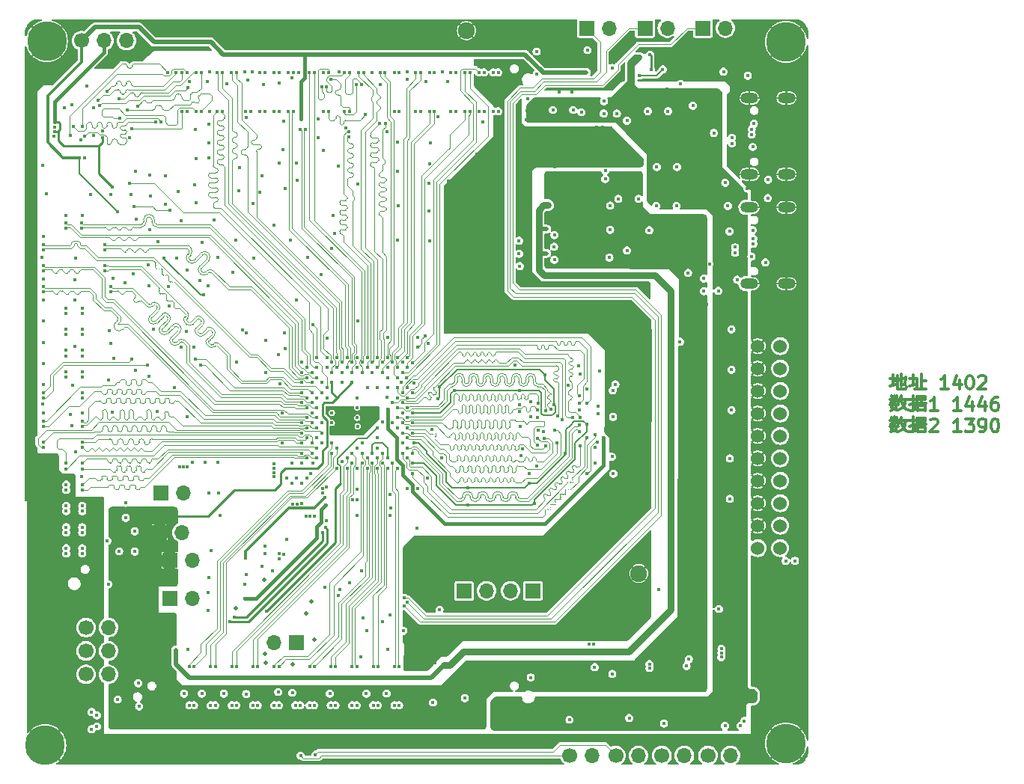
<source format=gbr>
G04 #@! TF.GenerationSoftware,KiCad,Pcbnew,7.0.2*
G04 #@! TF.CreationDate,2023-07-08T17:01:20+08:00*
G04 #@! TF.ProjectId,HPM1500_DDR3_CORE_RevB,48504d31-3530-4305-9f44-4452335f434f,rev?*
G04 #@! TF.SameCoordinates,Original*
G04 #@! TF.FileFunction,Copper,L3,Inr*
G04 #@! TF.FilePolarity,Positive*
%FSLAX46Y46*%
G04 Gerber Fmt 4.6, Leading zero omitted, Abs format (unit mm)*
G04 Created by KiCad (PCBNEW 7.0.2) date 2023-07-08 17:01:20*
%MOMM*%
%LPD*%
G01*
G04 APERTURE LIST*
%ADD10C,0.300000*%
G04 #@! TA.AperFunction,NonConductor*
%ADD11C,0.300000*%
G04 #@! TD*
G04 #@! TA.AperFunction,ComponentPad*
%ADD12C,1.700000*%
G04 #@! TD*
G04 #@! TA.AperFunction,ComponentPad*
%ADD13O,1.700000X1.700000*%
G04 #@! TD*
G04 #@! TA.AperFunction,ComponentPad*
%ADD14C,1.524000*%
G04 #@! TD*
G04 #@! TA.AperFunction,ComponentPad*
%ADD15C,1.900000*%
G04 #@! TD*
G04 #@! TA.AperFunction,ComponentPad*
%ADD16R,1.700000X1.700000*%
G04 #@! TD*
G04 #@! TA.AperFunction,ComponentPad*
%ADD17C,4.500000*%
G04 #@! TD*
G04 #@! TA.AperFunction,ComponentPad*
%ADD18O,2.000000X1.200000*%
G04 #@! TD*
G04 #@! TA.AperFunction,ViaPad*
%ADD19C,0.500000*%
G04 #@! TD*
G04 #@! TA.AperFunction,ViaPad*
%ADD20C,0.406400*%
G04 #@! TD*
G04 #@! TA.AperFunction,Conductor*
%ADD21C,0.203200*%
G04 #@! TD*
G04 #@! TA.AperFunction,Conductor*
%ADD22C,0.254000*%
G04 #@! TD*
G04 #@! TA.AperFunction,Conductor*
%ADD23C,0.381000*%
G04 #@! TD*
G04 #@! TA.AperFunction,Conductor*
%ADD24C,0.508000*%
G04 #@! TD*
G04 #@! TA.AperFunction,Conductor*
%ADD25C,0.350000*%
G04 #@! TD*
G04 #@! TA.AperFunction,Conductor*
%ADD26C,0.200000*%
G04 #@! TD*
G04 #@! TA.AperFunction,Conductor*
%ADD27C,0.101600*%
G04 #@! TD*
G04 #@! TA.AperFunction,Conductor*
%ADD28C,0.304800*%
G04 #@! TD*
G04 #@! TA.AperFunction,Conductor*
%ADD29C,0.800000*%
G04 #@! TD*
G04 #@! TA.AperFunction,Conductor*
%ADD30C,0.500000*%
G04 #@! TD*
G04 #@! TA.AperFunction,Conductor*
%ADD31C,0.096520*%
G04 #@! TD*
G04 #@! TA.AperFunction,Conductor*
%ADD32C,0.400000*%
G04 #@! TD*
G04 #@! TA.AperFunction,Conductor*
%ADD33C,0.250000*%
G04 #@! TD*
G04 APERTURE END LIST*
D10*
D11*
X205507857Y-98507142D02*
X206079285Y-98507142D01*
X206365000Y-99721428D02*
X207293571Y-99721428D01*
X205793571Y-98078571D02*
X205793571Y-99292857D01*
X206365000Y-98221428D02*
X206365000Y-99721428D01*
X206793571Y-98007142D02*
X206793571Y-99364285D01*
X207365000Y-99435714D02*
X207293571Y-99721428D01*
X206079285Y-99221428D02*
X205507857Y-99364285D01*
X207293571Y-98435714D02*
X206650714Y-98650000D01*
X206650714Y-98650000D02*
X206079285Y-98792857D01*
X207293571Y-98364285D02*
X207222142Y-99221428D01*
X207222142Y-99221428D02*
X207007857Y-99221428D01*
X207722143Y-98507142D02*
X208365000Y-98507142D01*
X209079286Y-98792857D02*
X209579286Y-98792857D01*
X208293571Y-99721428D02*
X209579286Y-99721428D01*
X208079286Y-98078571D02*
X208079286Y-99292857D01*
X208579286Y-98507142D02*
X208579286Y-99721428D01*
X209079286Y-98007142D02*
X209079286Y-99721428D01*
X208365000Y-99221428D02*
X207722143Y-99364285D01*
X212079286Y-99721428D02*
X211222143Y-99721428D01*
X211650714Y-99721428D02*
X211650714Y-98221428D01*
X211650714Y-98221428D02*
X211507857Y-98435714D01*
X211507857Y-98435714D02*
X211365000Y-98578571D01*
X211365000Y-98578571D02*
X211222143Y-98650000D01*
X213365000Y-98721428D02*
X213365000Y-99721428D01*
X213007857Y-98150000D02*
X212650714Y-99221428D01*
X212650714Y-99221428D02*
X213579285Y-99221428D01*
X214436428Y-98221428D02*
X214579285Y-98221428D01*
X214579285Y-98221428D02*
X214722142Y-98292857D01*
X214722142Y-98292857D02*
X214793571Y-98364285D01*
X214793571Y-98364285D02*
X214864999Y-98507142D01*
X214864999Y-98507142D02*
X214936428Y-98792857D01*
X214936428Y-98792857D02*
X214936428Y-99150000D01*
X214936428Y-99150000D02*
X214864999Y-99435714D01*
X214864999Y-99435714D02*
X214793571Y-99578571D01*
X214793571Y-99578571D02*
X214722142Y-99650000D01*
X214722142Y-99650000D02*
X214579285Y-99721428D01*
X214579285Y-99721428D02*
X214436428Y-99721428D01*
X214436428Y-99721428D02*
X214293571Y-99650000D01*
X214293571Y-99650000D02*
X214222142Y-99578571D01*
X214222142Y-99578571D02*
X214150713Y-99435714D01*
X214150713Y-99435714D02*
X214079285Y-99150000D01*
X214079285Y-99150000D02*
X214079285Y-98792857D01*
X214079285Y-98792857D02*
X214150713Y-98507142D01*
X214150713Y-98507142D02*
X214222142Y-98364285D01*
X214222142Y-98364285D02*
X214293571Y-98292857D01*
X214293571Y-98292857D02*
X214436428Y-98221428D01*
X215507856Y-98364285D02*
X215579284Y-98292857D01*
X215579284Y-98292857D02*
X215722142Y-98221428D01*
X215722142Y-98221428D02*
X216079284Y-98221428D01*
X216079284Y-98221428D02*
X216222142Y-98292857D01*
X216222142Y-98292857D02*
X216293570Y-98364285D01*
X216293570Y-98364285D02*
X216364999Y-98507142D01*
X216364999Y-98507142D02*
X216364999Y-98650000D01*
X216364999Y-98650000D02*
X216293570Y-98864285D01*
X216293570Y-98864285D02*
X215436427Y-99721428D01*
X215436427Y-99721428D02*
X216364999Y-99721428D01*
X205507857Y-100865714D02*
X206436428Y-100865714D01*
X205507857Y-101508571D02*
X206436428Y-101508571D01*
X206007857Y-100437142D02*
X206007857Y-101294285D01*
X205650714Y-100508571D02*
X205722142Y-100722857D01*
X206007857Y-100865714D02*
X205579285Y-101222857D01*
X206293571Y-100508571D02*
X206222142Y-100722857D01*
X206007857Y-100937142D02*
X206365000Y-101151428D01*
X205650714Y-101794285D02*
X206293571Y-102080000D01*
X205865000Y-101294285D02*
X205650714Y-101865714D01*
X206722142Y-100651428D02*
X206436428Y-101294285D01*
X206222142Y-101508571D02*
X206150714Y-101865714D01*
X206150714Y-101865714D02*
X205936428Y-102008571D01*
X205936428Y-102008571D02*
X205579285Y-102151428D01*
X206650714Y-100865714D02*
X207507857Y-100865714D01*
X206793571Y-100508571D02*
X206436428Y-101222857D01*
X206650714Y-100865714D02*
X207007857Y-101651428D01*
X207007857Y-101651428D02*
X207293571Y-102008571D01*
X207293571Y-102008571D02*
X207579285Y-102080000D01*
X207293571Y-100865714D02*
X207079285Y-101651428D01*
X207079285Y-101651428D02*
X206793571Y-101937142D01*
X206793571Y-101937142D02*
X206436428Y-102080000D01*
X207722143Y-100865714D02*
X208293571Y-100865714D01*
X208507857Y-101294285D02*
X209579286Y-101294285D01*
X208650714Y-102080000D02*
X209507857Y-102080000D01*
X207793571Y-102151428D02*
X208007857Y-102151428D01*
X208079286Y-100437142D02*
X208079286Y-102151428D01*
X208650714Y-101580000D02*
X208650714Y-102151428D01*
X209079286Y-100937142D02*
X209079286Y-101580000D01*
X208650714Y-101580000D02*
X209507857Y-101580000D01*
X209507857Y-101580000D02*
X209507857Y-102151428D01*
X208293571Y-101365714D02*
X207722143Y-101508571D01*
X208507857Y-100580000D02*
X209507857Y-100580000D01*
X209507857Y-100580000D02*
X209507857Y-100937142D01*
X209507857Y-100937142D02*
X208507857Y-100937142D01*
X208507857Y-100580000D02*
X208507857Y-100937142D01*
X208507857Y-100937142D02*
X208507857Y-101437142D01*
X208507857Y-101437142D02*
X208365000Y-102008571D01*
X210936429Y-102151428D02*
X210079286Y-102151428D01*
X210507857Y-102151428D02*
X210507857Y-100651428D01*
X210507857Y-100651428D02*
X210365000Y-100865714D01*
X210365000Y-100865714D02*
X210222143Y-101008571D01*
X210222143Y-101008571D02*
X210079286Y-101080000D01*
X213507857Y-102151428D02*
X212650714Y-102151428D01*
X213079285Y-102151428D02*
X213079285Y-100651428D01*
X213079285Y-100651428D02*
X212936428Y-100865714D01*
X212936428Y-100865714D02*
X212793571Y-101008571D01*
X212793571Y-101008571D02*
X212650714Y-101080000D01*
X214793571Y-101151428D02*
X214793571Y-102151428D01*
X214436428Y-100580000D02*
X214079285Y-101651428D01*
X214079285Y-101651428D02*
X215007856Y-101651428D01*
X216222142Y-101151428D02*
X216222142Y-102151428D01*
X215864999Y-100580000D02*
X215507856Y-101651428D01*
X215507856Y-101651428D02*
X216436427Y-101651428D01*
X217650713Y-100651428D02*
X217364998Y-100651428D01*
X217364998Y-100651428D02*
X217222141Y-100722857D01*
X217222141Y-100722857D02*
X217150713Y-100794285D01*
X217150713Y-100794285D02*
X217007855Y-101008571D01*
X217007855Y-101008571D02*
X216936427Y-101294285D01*
X216936427Y-101294285D02*
X216936427Y-101865714D01*
X216936427Y-101865714D02*
X217007855Y-102008571D01*
X217007855Y-102008571D02*
X217079284Y-102080000D01*
X217079284Y-102080000D02*
X217222141Y-102151428D01*
X217222141Y-102151428D02*
X217507855Y-102151428D01*
X217507855Y-102151428D02*
X217650713Y-102080000D01*
X217650713Y-102080000D02*
X217722141Y-102008571D01*
X217722141Y-102008571D02*
X217793570Y-101865714D01*
X217793570Y-101865714D02*
X217793570Y-101508571D01*
X217793570Y-101508571D02*
X217722141Y-101365714D01*
X217722141Y-101365714D02*
X217650713Y-101294285D01*
X217650713Y-101294285D02*
X217507855Y-101222857D01*
X217507855Y-101222857D02*
X217222141Y-101222857D01*
X217222141Y-101222857D02*
X217079284Y-101294285D01*
X217079284Y-101294285D02*
X217007855Y-101365714D01*
X217007855Y-101365714D02*
X216936427Y-101508571D01*
X205507857Y-103295714D02*
X206436428Y-103295714D01*
X205507857Y-103938571D02*
X206436428Y-103938571D01*
X206007857Y-102867142D02*
X206007857Y-103724285D01*
X205650714Y-102938571D02*
X205722142Y-103152857D01*
X206007857Y-103295714D02*
X205579285Y-103652857D01*
X206293571Y-102938571D02*
X206222142Y-103152857D01*
X206007857Y-103367142D02*
X206365000Y-103581428D01*
X205650714Y-104224285D02*
X206293571Y-104510000D01*
X205865000Y-103724285D02*
X205650714Y-104295714D01*
X206722142Y-103081428D02*
X206436428Y-103724285D01*
X206222142Y-103938571D02*
X206150714Y-104295714D01*
X206150714Y-104295714D02*
X205936428Y-104438571D01*
X205936428Y-104438571D02*
X205579285Y-104581428D01*
X206650714Y-103295714D02*
X207507857Y-103295714D01*
X206793571Y-102938571D02*
X206436428Y-103652857D01*
X206650714Y-103295714D02*
X207007857Y-104081428D01*
X207007857Y-104081428D02*
X207293571Y-104438571D01*
X207293571Y-104438571D02*
X207579285Y-104510000D01*
X207293571Y-103295714D02*
X207079285Y-104081428D01*
X207079285Y-104081428D02*
X206793571Y-104367142D01*
X206793571Y-104367142D02*
X206436428Y-104510000D01*
X207722143Y-103295714D02*
X208293571Y-103295714D01*
X208507857Y-103724285D02*
X209579286Y-103724285D01*
X208650714Y-104510000D02*
X209507857Y-104510000D01*
X207793571Y-104581428D02*
X208007857Y-104581428D01*
X208079286Y-102867142D02*
X208079286Y-104581428D01*
X208650714Y-104010000D02*
X208650714Y-104581428D01*
X209079286Y-103367142D02*
X209079286Y-104010000D01*
X208650714Y-104010000D02*
X209507857Y-104010000D01*
X209507857Y-104010000D02*
X209507857Y-104581428D01*
X208293571Y-103795714D02*
X207722143Y-103938571D01*
X208507857Y-103010000D02*
X209507857Y-103010000D01*
X209507857Y-103010000D02*
X209507857Y-103367142D01*
X209507857Y-103367142D02*
X208507857Y-103367142D01*
X208507857Y-103010000D02*
X208507857Y-103367142D01*
X208507857Y-103367142D02*
X208507857Y-103867142D01*
X208507857Y-103867142D02*
X208365000Y-104438571D01*
X210079286Y-103224285D02*
X210150714Y-103152857D01*
X210150714Y-103152857D02*
X210293572Y-103081428D01*
X210293572Y-103081428D02*
X210650714Y-103081428D01*
X210650714Y-103081428D02*
X210793572Y-103152857D01*
X210793572Y-103152857D02*
X210865000Y-103224285D01*
X210865000Y-103224285D02*
X210936429Y-103367142D01*
X210936429Y-103367142D02*
X210936429Y-103510000D01*
X210936429Y-103510000D02*
X210865000Y-103724285D01*
X210865000Y-103724285D02*
X210007857Y-104581428D01*
X210007857Y-104581428D02*
X210936429Y-104581428D01*
X213507857Y-104581428D02*
X212650714Y-104581428D01*
X213079285Y-104581428D02*
X213079285Y-103081428D01*
X213079285Y-103081428D02*
X212936428Y-103295714D01*
X212936428Y-103295714D02*
X212793571Y-103438571D01*
X212793571Y-103438571D02*
X212650714Y-103510000D01*
X214007856Y-103081428D02*
X214936428Y-103081428D01*
X214936428Y-103081428D02*
X214436428Y-103652857D01*
X214436428Y-103652857D02*
X214650713Y-103652857D01*
X214650713Y-103652857D02*
X214793571Y-103724285D01*
X214793571Y-103724285D02*
X214864999Y-103795714D01*
X214864999Y-103795714D02*
X214936428Y-103938571D01*
X214936428Y-103938571D02*
X214936428Y-104295714D01*
X214936428Y-104295714D02*
X214864999Y-104438571D01*
X214864999Y-104438571D02*
X214793571Y-104510000D01*
X214793571Y-104510000D02*
X214650713Y-104581428D01*
X214650713Y-104581428D02*
X214222142Y-104581428D01*
X214222142Y-104581428D02*
X214079285Y-104510000D01*
X214079285Y-104510000D02*
X214007856Y-104438571D01*
X215650713Y-104581428D02*
X215936427Y-104581428D01*
X215936427Y-104581428D02*
X216079284Y-104510000D01*
X216079284Y-104510000D02*
X216150713Y-104438571D01*
X216150713Y-104438571D02*
X216293570Y-104224285D01*
X216293570Y-104224285D02*
X216364999Y-103938571D01*
X216364999Y-103938571D02*
X216364999Y-103367142D01*
X216364999Y-103367142D02*
X216293570Y-103224285D01*
X216293570Y-103224285D02*
X216222142Y-103152857D01*
X216222142Y-103152857D02*
X216079284Y-103081428D01*
X216079284Y-103081428D02*
X215793570Y-103081428D01*
X215793570Y-103081428D02*
X215650713Y-103152857D01*
X215650713Y-103152857D02*
X215579284Y-103224285D01*
X215579284Y-103224285D02*
X215507856Y-103367142D01*
X215507856Y-103367142D02*
X215507856Y-103724285D01*
X215507856Y-103724285D02*
X215579284Y-103867142D01*
X215579284Y-103867142D02*
X215650713Y-103938571D01*
X215650713Y-103938571D02*
X215793570Y-104010000D01*
X215793570Y-104010000D02*
X216079284Y-104010000D01*
X216079284Y-104010000D02*
X216222142Y-103938571D01*
X216222142Y-103938571D02*
X216293570Y-103867142D01*
X216293570Y-103867142D02*
X216364999Y-103724285D01*
X217293570Y-103081428D02*
X217436427Y-103081428D01*
X217436427Y-103081428D02*
X217579284Y-103152857D01*
X217579284Y-103152857D02*
X217650713Y-103224285D01*
X217650713Y-103224285D02*
X217722141Y-103367142D01*
X217722141Y-103367142D02*
X217793570Y-103652857D01*
X217793570Y-103652857D02*
X217793570Y-104010000D01*
X217793570Y-104010000D02*
X217722141Y-104295714D01*
X217722141Y-104295714D02*
X217650713Y-104438571D01*
X217650713Y-104438571D02*
X217579284Y-104510000D01*
X217579284Y-104510000D02*
X217436427Y-104581428D01*
X217436427Y-104581428D02*
X217293570Y-104581428D01*
X217293570Y-104581428D02*
X217150713Y-104510000D01*
X217150713Y-104510000D02*
X217079284Y-104438571D01*
X217079284Y-104438571D02*
X217007855Y-104295714D01*
X217007855Y-104295714D02*
X216936427Y-104010000D01*
X216936427Y-104010000D02*
X216936427Y-103652857D01*
X216936427Y-103652857D02*
X217007855Y-103367142D01*
X217007855Y-103367142D02*
X217079284Y-103224285D01*
X217079284Y-103224285D02*
X217150713Y-103152857D01*
X217150713Y-103152857D02*
X217293570Y-103081428D01*
D12*
X179695000Y-141185000D03*
D13*
X182235000Y-141185000D03*
D12*
X114545000Y-129355000D03*
D13*
X117085000Y-129355000D03*
D14*
X193070000Y-117714000D03*
X190530000Y-117714000D03*
X193070000Y-115174000D03*
X190530000Y-115174000D03*
X193070000Y-112634000D03*
X190530000Y-112634000D03*
X193070000Y-110094000D03*
X190530000Y-110094000D03*
X193070000Y-107554000D03*
X190530000Y-107554000D03*
X193070000Y-105014000D03*
X190530000Y-105014000D03*
X193070000Y-102474000D03*
X190530000Y-102474000D03*
X193070000Y-99934000D03*
X190530000Y-99934000D03*
X193070000Y-97394000D03*
X190530000Y-97394000D03*
X193070000Y-94854000D03*
X190530000Y-94854000D03*
D15*
X157585000Y-59150000D03*
D12*
X174485000Y-141205000D03*
D13*
X177025000Y-141205000D03*
D16*
X165115000Y-122540000D03*
D13*
X162575000Y-122540000D03*
D12*
X114545000Y-126705000D03*
D13*
X117085000Y-126705000D03*
D17*
X193725000Y-60430000D03*
X109945000Y-140045000D03*
D16*
X184345000Y-58865000D03*
D13*
X186885000Y-58865000D03*
D12*
X169295000Y-141205000D03*
D13*
X171835000Y-141205000D03*
D12*
X184895000Y-141185000D03*
D13*
X187435000Y-141185000D03*
D12*
X114045000Y-60285000D03*
D13*
X116585000Y-60285000D03*
X119125000Y-60285000D03*
D15*
X177085000Y-120600000D03*
D12*
X114545000Y-132005000D03*
D13*
X117085000Y-132005000D03*
D16*
X122875000Y-115955000D03*
D13*
X125415000Y-115955000D03*
D17*
X193725000Y-139830000D03*
D16*
X157305000Y-122555000D03*
D13*
X159845000Y-122555000D03*
D16*
X138365000Y-128405000D03*
D13*
X135825000Y-128405000D03*
D16*
X171185000Y-58865000D03*
D13*
X173725000Y-58865000D03*
D16*
X177765000Y-58865000D03*
D13*
X180305000Y-58865000D03*
D16*
X124005000Y-119115000D03*
D13*
X126545000Y-119115000D03*
D18*
X189599900Y-75420500D03*
X189600000Y-66780300D03*
X193779900Y-75420400D03*
X193780000Y-66780200D03*
D16*
X123045000Y-111505000D03*
D13*
X125585000Y-111505000D03*
D18*
X189599900Y-87795300D03*
X189600000Y-79155100D03*
X193779900Y-87795200D03*
X193780000Y-79155000D03*
D16*
X124005000Y-123427500D03*
D13*
X126545000Y-123427500D03*
D17*
X110124958Y-60347821D03*
D19*
X139415000Y-125155000D03*
D20*
X145615000Y-130065000D03*
X108285000Y-99111000D03*
X187375000Y-112135000D03*
X159405000Y-88040000D03*
X121805000Y-77885000D03*
X195617000Y-92905000D03*
X114145000Y-80039976D03*
X127705000Y-83085000D03*
X163437000Y-60525000D03*
X116384700Y-70541200D03*
D19*
X140345000Y-128085000D03*
D20*
X160975000Y-87445000D03*
X182485000Y-131050000D03*
X170925000Y-90435000D03*
X142370000Y-103540000D03*
X113285000Y-89635000D03*
X108285000Y-84797000D03*
X131165000Y-86515000D03*
X127017343Y-78666899D03*
X119935000Y-86685000D03*
X137025000Y-93400000D03*
X187745000Y-74355000D03*
D19*
X134755000Y-129675000D03*
D20*
X195885000Y-126913000D03*
X120115000Y-97605000D03*
X175375000Y-87695000D03*
X158765000Y-73105000D03*
X126855000Y-76635000D03*
X152060000Y-93850000D03*
X113375000Y-106855000D03*
X154755000Y-107530000D03*
X181405000Y-74585000D03*
D19*
X153245000Y-141805000D03*
D20*
X136755000Y-105824989D03*
X135785000Y-81135000D03*
D19*
X153975000Y-58575000D03*
D20*
X138415000Y-76065000D03*
X131835000Y-77255000D03*
X190805000Y-92961000D03*
X128492560Y-63795000D03*
X134245000Y-77465000D03*
X140845000Y-71295000D03*
X151490000Y-102400000D03*
X145790000Y-105820000D03*
X137805000Y-64535000D03*
X159015000Y-65045000D03*
X117545000Y-102335000D03*
X164665000Y-109285000D03*
X164495000Y-66825000D03*
X157405000Y-134705000D03*
X138950000Y-96700000D03*
X171985000Y-128550000D03*
X141818025Y-93925000D03*
X109715212Y-94439912D03*
D19*
X131031000Y-141615000D03*
D20*
X167585000Y-74555000D03*
X151675000Y-99045000D03*
X134895000Y-97845000D03*
X139595000Y-84805000D03*
X137635000Y-82835000D03*
X144637000Y-60525000D03*
X108241000Y-79951000D03*
X138645000Y-63885000D03*
X116955000Y-116875000D03*
X193865000Y-69555000D03*
X162925000Y-64775000D03*
X108285000Y-101397000D03*
X110105000Y-77655000D03*
X195617000Y-85285000D03*
X141800000Y-100690000D03*
X195885000Y-129199000D03*
X181735000Y-94350000D03*
X152007000Y-60525000D03*
X163585000Y-102285000D03*
X190935000Y-125809000D03*
D19*
X118029000Y-141615000D03*
D20*
X180375000Y-68265000D03*
X148605000Y-100675000D03*
X173145000Y-67145000D03*
X190385000Y-130005000D03*
X157755000Y-112865000D03*
X109670000Y-101420000D03*
D19*
X189965000Y-141535000D03*
D20*
X172345000Y-72196333D03*
D19*
X144195000Y-141845000D03*
D20*
X125125000Y-108505000D03*
X145300000Y-92025000D03*
D19*
X166775000Y-141845000D03*
D20*
X117125000Y-98715000D03*
X154395000Y-100805000D03*
X195885000Y-120055000D03*
X163545000Y-69165000D03*
X109715212Y-99240000D03*
X153485000Y-71855000D03*
X126025000Y-108505000D03*
X111825000Y-120425000D03*
X186425000Y-129585000D03*
X137779000Y-60525000D03*
X148685000Y-129185000D03*
X176765000Y-125165000D03*
X172465000Y-92305000D03*
X147795000Y-65225000D03*
X118985000Y-87655000D03*
X195617000Y-90619000D03*
X168105000Y-66105000D03*
X149805000Y-75035000D03*
X131465000Y-82905000D03*
X119035000Y-112605000D03*
X174745000Y-121705000D03*
X145285000Y-76545000D03*
X195617000Y-104335000D03*
X120065000Y-118111000D03*
X177845000Y-92129000D03*
X108241000Y-75379000D03*
X126225000Y-64945000D03*
X195617000Y-80713000D03*
X159465000Y-69505000D03*
X117075000Y-62245000D03*
X129735000Y-114005000D03*
X155555000Y-76195000D03*
X179119000Y-74585000D03*
X140065000Y-60525000D03*
X154565000Y-99465000D03*
X163645000Y-103965000D03*
X137945000Y-112715000D03*
X167455000Y-101515000D03*
X172945000Y-70095000D03*
X137045000Y-76985000D03*
X108285000Y-82511000D03*
X148545000Y-134175000D03*
X163575000Y-99845000D03*
D19*
X140045000Y-123745000D03*
D20*
X145235000Y-114055000D03*
X145220000Y-101830000D03*
X195885000Y-122341000D03*
X153475000Y-127195000D03*
X117605000Y-87155000D03*
X125335000Y-80655000D03*
X126765000Y-94985000D03*
X136705000Y-102444900D03*
X112295000Y-80045000D03*
X112325000Y-119245584D03*
X128395000Y-122755000D03*
X132492620Y-63795000D03*
X150925000Y-111000000D03*
D19*
X126697000Y-141615000D03*
D20*
X174885000Y-115215000D03*
X177745000Y-118615000D03*
X143135000Y-74455000D03*
X182735000Y-130300000D03*
X149815000Y-82835000D03*
X136435000Y-65105000D03*
X120555000Y-135635000D03*
X145895000Y-125595000D03*
X187350000Y-81875000D03*
D19*
X113695000Y-141615000D03*
D20*
X117155000Y-93125000D03*
X148555000Y-70625000D03*
X157765000Y-110885000D03*
X189385000Y-65515000D03*
X136835000Y-72655000D03*
X172345000Y-70095000D03*
X108285000Y-91655000D03*
X132665000Y-68955000D03*
X145725000Y-120295000D03*
X193865000Y-71841000D03*
X120065000Y-115825000D03*
X143205000Y-63835000D03*
X112559000Y-123945000D03*
X138315000Y-89610000D03*
X114605000Y-65465000D03*
X136895000Y-69445000D03*
X170915000Y-61955000D03*
X128365000Y-88070000D03*
X163445000Y-74340000D03*
X153435000Y-74195000D03*
X149805000Y-71795000D03*
X186435000Y-129115000D03*
D19*
X166005000Y-58765000D03*
D20*
X176185000Y-60545000D03*
X135493000Y-60525000D03*
X108285000Y-105969000D03*
X118135000Y-134855000D03*
X195885000Y-133771000D03*
D19*
X135365000Y-141615000D03*
D20*
X143510000Y-98980000D03*
X165531100Y-108395000D03*
X195617000Y-69537000D03*
X176265000Y-112275000D03*
X114115000Y-119240000D03*
X117365000Y-94545000D03*
X149838073Y-78930127D03*
X112964700Y-67531200D03*
X108585000Y-115455000D03*
X193115000Y-90675000D03*
X146255000Y-134185000D03*
X150605000Y-125655000D03*
X114845000Y-123945000D03*
X171196100Y-99700000D03*
X158725000Y-75685000D03*
X125885000Y-93215000D03*
X125275000Y-94995000D03*
X122615000Y-102235000D03*
X127645000Y-134195000D03*
X110954700Y-71101200D03*
X150349996Y-96700002D03*
X174795000Y-108935000D03*
X177045000Y-78185000D03*
X144385000Y-121605000D03*
X134625000Y-65285000D03*
X195885000Y-131485000D03*
X115099000Y-77665000D03*
D19*
X161625000Y-58765000D03*
D20*
X187555000Y-92973000D03*
X161685000Y-70605000D03*
X119465000Y-71235000D03*
X109715212Y-89639840D03*
X132485000Y-121805000D03*
X191261000Y-132598000D03*
X152060000Y-110950000D03*
X109715212Y-96839948D03*
X190805000Y-90675000D03*
X130145000Y-134205000D03*
X113265000Y-94885000D03*
X161151000Y-60525000D03*
X185575000Y-70725000D03*
X142351000Y-60525000D03*
X187555000Y-97545000D03*
X117385000Y-77665000D03*
X173635000Y-110863000D03*
X195617000Y-76141000D03*
X128455000Y-69745000D03*
X122195000Y-92955000D03*
X136385000Y-74155000D03*
X128465000Y-71845000D03*
X187555000Y-102117000D03*
X182650000Y-86575000D03*
X121755000Y-81675000D03*
X153345000Y-76445000D03*
X172515000Y-102480100D03*
X134835000Y-117525000D03*
X129015000Y-80575000D03*
X163515000Y-124545000D03*
X164855000Y-132355000D03*
X132665000Y-93350000D03*
X109715212Y-107240000D03*
X163881000Y-106490000D03*
X153175000Y-109805000D03*
X183184025Y-67647276D03*
X108285000Y-93941000D03*
X162097804Y-65645000D03*
X136475000Y-99104900D03*
X121685000Y-98265000D03*
X164335000Y-87455000D03*
X178089000Y-68265000D03*
X152065000Y-119875000D03*
X179315000Y-122415000D03*
D19*
X150175000Y-141875000D03*
D20*
X174759000Y-78185000D03*
X120109707Y-75092884D03*
X173380000Y-73510000D03*
X154047792Y-130740106D03*
X142125000Y-134205000D03*
X157945000Y-90605000D03*
X167359000Y-68135000D03*
X133315000Y-63805000D03*
X189355000Y-77000000D03*
X142485000Y-80105000D03*
X133495000Y-84925000D03*
X108241000Y-70807000D03*
X164715000Y-110375000D03*
X169495000Y-66105000D03*
X195617000Y-73855000D03*
X169645000Y-68135000D03*
D19*
X189885000Y-58925000D03*
D20*
X146905000Y-63935000D03*
X121675000Y-88045000D03*
X161645000Y-78805000D03*
X148125000Y-126045000D03*
X174835000Y-126015000D03*
X153395000Y-82935000D03*
X124985000Y-77355000D03*
X128330722Y-124756830D03*
X184535000Y-62605000D03*
X186135000Y-124605000D03*
X177355000Y-95465000D03*
X108285000Y-112827000D03*
D19*
X123095000Y-58855000D03*
D20*
X137845000Y-110365000D03*
X113944700Y-71511200D03*
X130921000Y-60525000D03*
X195617000Y-71823000D03*
X153645000Y-104280100D03*
D19*
X125460714Y-58575000D03*
D20*
X171485000Y-128550000D03*
X151490000Y-108100000D03*
X176755000Y-108225000D03*
X130515000Y-65205000D03*
X195617000Y-64965000D03*
X168745000Y-107035000D03*
X191211000Y-134248000D03*
X108285000Y-87083000D03*
X181345000Y-78995000D03*
X108241000Y-77665000D03*
X156579000Y-60525000D03*
X148935000Y-111645000D03*
X179059000Y-78995000D03*
X128675000Y-117965000D03*
X123555000Y-75560000D03*
X155445000Y-64945000D03*
X178255000Y-81735000D03*
X114115000Y-102440000D03*
X151945000Y-115445000D03*
X138935000Y-112705000D03*
X173285000Y-75005000D03*
D19*
X134905000Y-130725000D03*
D20*
X190735000Y-131005000D03*
X124845000Y-84885000D03*
X119045000Y-114295000D03*
X173335000Y-74255000D03*
X128415000Y-121075000D03*
X134785000Y-118365000D03*
X120465000Y-133005000D03*
X112745000Y-102595000D03*
X166436000Y-98100000D03*
X145225000Y-111025000D03*
X141779900Y-110770000D03*
X145275000Y-103925000D03*
X158865000Y-60525000D03*
X187375000Y-107563000D03*
X138445000Y-112715000D03*
X113055000Y-99305000D03*
X108285000Y-96227000D03*
X163545000Y-70240000D03*
X175745000Y-69345000D03*
X195885000Y-124627000D03*
X123905000Y-88135000D03*
X128445000Y-73535000D03*
X153245000Y-121085000D03*
X193225000Y-77545000D03*
X113335000Y-84865000D03*
X108241000Y-73093000D03*
X124565000Y-99525000D03*
X165285000Y-112635000D03*
X136285000Y-134005000D03*
X132675000Y-120685000D03*
X137895000Y-134085000D03*
X142335000Y-83785000D03*
X150585000Y-122555000D03*
X172145000Y-106305000D03*
X109540106Y-84842208D03*
X126895000Y-70325000D03*
D19*
X148272142Y-58575000D03*
D20*
X164875000Y-101195000D03*
X153284990Y-94570008D03*
X135635000Y-120305000D03*
X109715212Y-92039876D03*
X188845000Y-60835000D03*
X143905000Y-70175000D03*
X114385000Y-73525000D03*
X195617000Y-95191000D03*
X109715212Y-82439732D03*
X134485000Y-119805000D03*
X108285000Y-108255000D03*
X172105000Y-108080000D03*
X131885000Y-74655000D03*
X108241000Y-68521000D03*
X161705000Y-75735000D03*
X137240000Y-109755000D03*
D19*
X137965000Y-130905000D03*
X147225000Y-141835000D03*
D20*
X176355000Y-103085000D03*
X168715000Y-91445000D03*
X193115000Y-92961000D03*
X112925000Y-103845000D03*
X119675000Y-77715000D03*
D19*
X142569285Y-58575000D03*
D20*
X142370000Y-102400000D03*
X176485000Y-99405000D03*
X171165900Y-103730200D03*
X184420000Y-87195000D03*
X154395000Y-68935000D03*
X154892780Y-63795000D03*
X125565000Y-108505000D03*
X154293000Y-60525000D03*
X118295000Y-118085000D03*
X119985000Y-62345000D03*
X175135000Y-103811000D03*
X159885000Y-127245000D03*
X108285000Y-110541000D03*
X150865000Y-64705000D03*
X172335000Y-71135000D03*
X132675000Y-134225000D03*
X123545000Y-78825000D03*
X142685000Y-82115000D03*
X123935000Y-90335000D03*
X113275000Y-87375000D03*
X120245000Y-80465000D03*
D19*
X122363000Y-141615000D03*
D20*
X128525000Y-68315000D03*
X131545000Y-96625000D03*
X133425000Y-78745000D03*
X117655000Y-96265000D03*
X126965000Y-73615000D03*
X133207000Y-60525000D03*
X108285000Y-103683000D03*
X128255000Y-64945000D03*
X172455000Y-101680000D03*
X186415000Y-130045000D03*
X175735000Y-84031000D03*
X145220004Y-102970000D03*
X117085000Y-121805000D03*
X137109900Y-95175000D03*
X127405000Y-87465000D03*
X195617000Y-97477000D03*
X109715212Y-102440000D03*
X148640000Y-93850000D03*
X195435000Y-106855000D03*
X180525000Y-64315000D03*
X112124700Y-67891200D03*
X138335000Y-74105000D03*
X187145000Y-78995000D03*
X195617000Y-102049000D03*
X195617000Y-87571000D03*
X149210000Y-103540000D03*
X173285000Y-75955000D03*
X170285000Y-97095000D03*
X195635000Y-118655000D03*
X168665000Y-60935000D03*
X149721000Y-60525000D03*
X126025000Y-86265000D03*
X152995000Y-64945000D03*
X109614700Y-74375200D03*
X125955000Y-102885000D03*
X132865000Y-64735000D03*
X114115000Y-112040000D03*
X141735000Y-114655000D03*
X161145000Y-124435000D03*
X172495000Y-117435000D03*
X161715000Y-73095000D03*
X191131000Y-60835000D03*
X188205000Y-87345000D03*
X172605000Y-97680000D03*
X150892780Y-63795000D03*
X171725000Y-113525000D03*
X153795000Y-135195000D03*
X121795000Y-75485000D03*
X195617000Y-99763000D03*
X108285000Y-89369000D03*
X162092780Y-63795000D03*
X109715212Y-87239804D03*
X171685000Y-124985000D03*
D19*
X131163571Y-58575000D03*
D20*
X108241000Y-66235000D03*
X165701000Y-104395100D03*
X125645000Y-134185000D03*
D19*
X131495000Y-124515000D03*
D20*
X158965000Y-91555000D03*
X121615000Y-85625000D03*
X109715212Y-109640000D03*
X153345000Y-79585000D03*
X122705000Y-82995000D03*
X109715212Y-112040000D03*
X141385000Y-72705000D03*
D19*
X114055000Y-58575000D03*
D20*
X195617000Y-82999000D03*
X163244691Y-127094344D03*
X164836000Y-102860200D03*
X151620000Y-105810000D03*
X141115000Y-86765000D03*
X186855000Y-76375000D03*
D19*
X136866428Y-58575000D03*
D20*
X129425000Y-84785000D03*
X114075000Y-109635000D03*
X111004700Y-70051200D03*
X158725000Y-78805000D03*
X134455000Y-75625000D03*
X163595000Y-72565000D03*
X145220000Y-100690000D03*
X195617000Y-67251000D03*
X169120271Y-99258704D03*
X147500000Y-99550000D03*
X156175000Y-99845000D03*
X195617000Y-78427000D03*
X173114000Y-68526000D03*
X132215000Y-93060000D03*
X178345000Y-61875000D03*
X166695000Y-76595000D03*
X115445000Y-71035000D03*
X182585000Y-127050000D03*
X183475000Y-85555000D03*
X184535000Y-122550000D03*
X123335000Y-128755000D03*
X182585000Y-127505000D03*
X178455000Y-63545000D03*
X123327575Y-127505000D03*
X113815000Y-73515000D03*
X183085000Y-127505000D03*
X127895000Y-89060000D03*
X123395000Y-84870000D03*
X126035000Y-129195000D03*
X166810000Y-79980000D03*
X166185000Y-63905000D03*
X185050000Y-85550000D03*
X158095292Y-133795292D03*
X140845000Y-69145000D03*
X166695000Y-76161666D03*
X166695000Y-75728333D03*
X166735000Y-83250000D03*
X170975000Y-80264285D03*
X142940000Y-100690000D03*
X138845000Y-69145000D03*
X166695000Y-75295000D03*
X158900000Y-133800000D03*
X170975000Y-82975000D03*
X171135000Y-63895000D03*
X166670000Y-85717855D03*
X144649999Y-98980000D03*
X183085000Y-127050000D03*
X159695292Y-133795292D03*
X142370000Y-98980000D03*
X118195000Y-123345000D03*
X118157500Y-79632500D03*
X184735000Y-90150000D03*
X174065000Y-107377000D03*
X150165000Y-98980000D03*
X174125000Y-99855000D03*
X150350000Y-102400000D03*
X150350000Y-105820000D03*
X149780000Y-100690000D03*
X174195000Y-109293000D03*
X163605000Y-101465000D03*
X170396000Y-102100000D03*
X165635900Y-102899900D03*
X170435900Y-98060100D03*
X174165000Y-102885000D03*
X149785000Y-104100000D03*
X174425000Y-99185000D03*
X163085000Y-97015000D03*
X163725000Y-107279900D03*
X166331000Y-104555000D03*
X181785000Y-65205000D03*
X171275000Y-61365000D03*
X141625000Y-112850000D03*
X132485000Y-123455000D03*
X145220000Y-108670000D03*
X141800000Y-101830000D03*
X147500000Y-102970000D03*
X142370000Y-104680000D03*
X147315000Y-101830000D03*
X143510000Y-104680000D03*
X142940000Y-102970000D03*
X142940000Y-101830000D03*
X140244996Y-108100004D03*
X136335000Y-95820000D03*
X134900000Y-94250000D03*
X141800000Y-99550000D03*
X119485000Y-76455000D03*
X144725000Y-112275000D03*
X141535000Y-112030000D03*
X132625000Y-118850000D03*
X143522945Y-107965000D03*
X149022500Y-113147500D03*
X147500000Y-105250000D03*
X145232503Y-112275000D03*
X164384702Y-69248100D03*
X180785000Y-77165000D03*
X174085000Y-131950000D03*
X146327000Y-127075000D03*
X189715000Y-134765000D03*
X190135000Y-134500000D03*
X179870000Y-66605000D03*
X178485000Y-134850000D03*
X181235000Y-77400000D03*
X181200000Y-76910000D03*
X180285000Y-65800000D03*
X177145000Y-62185000D03*
X189635000Y-134300000D03*
X160495292Y-135505000D03*
X180320000Y-66290000D03*
X179870000Y-66055000D03*
X180785000Y-77715000D03*
X172085000Y-131200000D03*
X179035000Y-134850000D03*
X178285000Y-130850000D03*
X171590000Y-68421500D03*
X162095292Y-135505000D03*
X178285000Y-131300000D03*
X171590000Y-67150000D03*
X164409702Y-68248100D03*
X190035000Y-134000000D03*
X161295292Y-135505000D03*
X185849575Y-93880000D03*
X186135000Y-125555000D03*
X115445000Y-67855000D03*
X147500000Y-106390000D03*
X148975000Y-125255000D03*
X150453200Y-127086200D03*
X148975000Y-114050000D03*
X166650000Y-81625000D03*
X165525000Y-61525000D03*
X124710000Y-129255000D03*
X166650000Y-84353570D03*
X154995000Y-130945000D03*
X165535000Y-64105000D03*
X166825000Y-78900000D03*
X155695000Y-130945000D03*
X141245000Y-105810000D03*
X146360000Y-99550000D03*
X189975000Y-72325000D03*
X186655000Y-63795000D03*
X191710000Y-76025000D03*
X190100000Y-69675000D03*
X189405000Y-64265000D03*
X191400000Y-85375000D03*
X189825000Y-84725000D03*
X189975000Y-81725000D03*
X191680000Y-78115000D03*
X116708748Y-85737778D03*
X141230000Y-100120000D03*
X140090000Y-98980000D03*
X109731252Y-83337742D03*
X140090000Y-100120000D03*
X116708748Y-86347378D03*
X109731252Y-83947342D03*
X138950000Y-98980000D03*
X116708748Y-83337742D03*
X140660000Y-98410000D03*
X116708748Y-83947342D03*
X139520000Y-98410000D03*
X140090000Y-97840000D03*
X112308960Y-80937706D03*
X112308960Y-81547306D03*
X138950000Y-97840000D03*
X140660000Y-97270000D03*
X114092708Y-80937706D03*
X140090000Y-103540000D03*
X109731252Y-103337998D03*
X172395000Y-105735000D03*
X171205000Y-109305000D03*
X160613112Y-63873400D03*
X161172466Y-63873401D03*
X141335000Y-116005000D03*
X148640000Y-107530000D03*
X131365000Y-125525000D03*
X146930000Y-106960000D03*
X146930000Y-97840000D03*
X148640000Y-97270000D03*
X163525000Y-84405000D03*
X138380000Y-109810000D03*
X139935000Y-109255000D03*
X138950000Y-110380000D03*
X139520000Y-109810000D03*
X137285000Y-116755000D03*
X145220000Y-97270000D03*
X167485000Y-83600000D03*
X148640000Y-98410000D03*
X167525000Y-85100000D03*
X148640000Y-99550000D03*
X163625000Y-85800000D03*
X130855000Y-126055000D03*
X145220000Y-106390000D03*
X141620000Y-115420000D03*
X154535000Y-124685000D03*
D19*
X134745000Y-121335000D03*
D20*
X174595000Y-68545000D03*
X170595000Y-68395000D03*
X138950000Y-103540000D03*
X109731252Y-103947598D03*
X109731252Y-105737998D03*
X138950000Y-104680000D03*
X109731252Y-106347598D03*
X141230000Y-104680000D03*
X112308960Y-108137986D03*
X140090000Y-105820000D03*
X140660000Y-106390000D03*
X112308960Y-108747586D03*
X112308960Y-110537998D03*
X112308960Y-111147598D03*
X112308960Y-112937998D03*
X112308960Y-113547598D03*
X112308960Y-118347598D03*
X112308960Y-117737998D03*
X112795000Y-71055000D03*
X123812820Y-63873400D03*
X124725000Y-63885000D03*
X116925000Y-65985000D03*
X115885000Y-67035000D03*
X125412844Y-63873400D03*
X125972198Y-63873401D03*
X140660000Y-96130000D03*
X140250000Y-92450000D03*
X114105000Y-70035000D03*
X127012868Y-63873400D03*
X118305994Y-66884006D03*
X127572222Y-63873401D03*
X120365000Y-67725000D03*
X141800000Y-96130000D03*
X129412904Y-68273188D03*
X129972258Y-68273189D03*
X142370000Y-96700000D03*
X132612952Y-68273188D03*
X133172306Y-68273189D03*
X134212976Y-68273188D03*
X134772330Y-68273189D03*
X135813000Y-68273188D03*
X136372354Y-68273189D03*
X137413024Y-63873400D03*
X137972378Y-63873401D03*
X139813060Y-63873400D03*
X145795000Y-97825000D03*
X140372414Y-63873401D03*
X145790000Y-96700000D03*
X141413084Y-63873400D03*
X141972438Y-63873401D03*
X141190016Y-65494502D03*
X143813100Y-63873400D03*
X141745000Y-65495000D03*
X145695000Y-65245000D03*
X144372454Y-63873401D03*
X146360000Y-96130000D03*
X144315000Y-70625000D03*
X144315000Y-71205000D03*
X146360000Y-97270000D03*
X148372466Y-63873401D03*
X148070000Y-97840000D03*
X147813112Y-63873400D03*
X148640000Y-96130000D03*
X149413112Y-63873400D03*
X149972466Y-63873401D03*
X149210000Y-96700000D03*
X151813112Y-63873400D03*
X149780000Y-98410000D03*
X152372466Y-63873401D03*
X149780000Y-96130000D03*
X153413112Y-68273188D03*
X153972466Y-68273189D03*
X149780000Y-97270000D03*
X155813112Y-63873400D03*
X152060000Y-94990000D03*
X152875000Y-93700000D03*
X156372466Y-63873401D03*
X150350000Y-97840000D03*
X157413112Y-63873400D03*
X150775000Y-98410000D03*
X157972466Y-63873401D03*
X151470008Y-96740008D03*
X159013112Y-63873400D03*
X159572466Y-63873401D03*
X160613112Y-68273188D03*
X161172466Y-68273189D03*
X142242972Y-135499788D03*
X147500000Y-108670000D03*
X144642972Y-131100000D03*
X148070000Y-106960000D03*
X145170316Y-131100000D03*
X145170316Y-135499788D03*
X148070000Y-108100000D03*
X147042972Y-131100000D03*
X148640000Y-108670000D03*
X147570316Y-131100000D03*
X147570316Y-135499788D03*
X189848159Y-70295400D03*
X187625000Y-71295400D03*
X187625000Y-71905000D03*
X189848159Y-70905000D03*
X187969437Y-84279800D03*
X190033983Y-83279800D03*
X187969437Y-83670200D03*
X190033983Y-82670200D03*
X139460000Y-114140000D03*
X140370000Y-114145000D03*
X139910000Y-114140000D03*
X135845000Y-109158332D03*
X135845000Y-108681666D03*
X135845000Y-109635000D03*
X135835000Y-108205000D03*
X170396000Y-101299900D03*
X150920000Y-99550000D03*
X171196100Y-101299900D03*
X150350000Y-100120000D03*
X150920000Y-102970000D03*
X165658500Y-101311200D03*
X165635900Y-102060100D03*
X149780000Y-102970000D03*
X168431000Y-103180000D03*
X149210000Y-101260000D03*
X167906000Y-102805000D03*
X150350000Y-101260000D03*
X151490000Y-100120000D03*
X170435900Y-102899900D03*
X150920000Y-100690000D03*
X169635800Y-102899900D03*
X166508000Y-102172000D03*
X149780000Y-101830000D03*
X150920000Y-101830000D03*
X167133050Y-101996950D03*
X151490000Y-103540000D03*
X165637950Y-106102050D03*
X166506000Y-106180000D03*
X150350000Y-103540000D03*
X165631000Y-105280000D03*
X150920000Y-104110000D03*
X166406000Y-105305000D03*
X151490000Y-104680000D03*
X167806000Y-105830000D03*
X150350000Y-104680000D03*
X150920000Y-105250000D03*
X167556000Y-104405000D03*
X170321000Y-103775000D03*
X150920000Y-106390000D03*
X170396000Y-104499800D03*
X151490000Y-106960000D03*
X150350000Y-106960000D03*
X171235800Y-105260000D03*
X151490000Y-109240000D03*
X172153443Y-104879900D03*
X117535000Y-76855000D03*
X116414700Y-71291200D03*
X111004700Y-69526200D03*
X110979700Y-70576200D03*
X170396000Y-100475000D03*
X149780000Y-99550000D03*
X128485000Y-111455000D03*
X137810000Y-108100000D03*
X136425000Y-118365000D03*
X136435000Y-118905000D03*
X136875000Y-118385000D03*
X129585000Y-111455000D03*
X141295000Y-111460000D03*
X126615000Y-107995000D03*
X138960000Y-108100000D03*
X141315000Y-111000000D03*
X128065000Y-107995000D03*
X129465000Y-107995000D03*
X149675000Y-105255000D03*
X173095000Y-105245000D03*
X148655000Y-101995000D03*
X114131040Y-112937998D03*
X114131040Y-115337998D03*
X112308960Y-115947598D03*
X112308960Y-115337998D03*
X194735000Y-119155000D03*
X193695000Y-119165000D03*
X114131040Y-115947598D03*
X114131040Y-103337998D03*
X140660000Y-104110000D03*
X139520000Y-104110000D03*
X114131040Y-103947598D03*
X114131040Y-105737998D03*
X139520000Y-105250000D03*
X114131040Y-106347598D03*
X138950000Y-105820000D03*
X114131040Y-108137998D03*
X140090000Y-106960000D03*
X114131040Y-108747598D03*
X138950000Y-106960000D03*
X114131040Y-111147598D03*
X139520000Y-107530000D03*
X114131040Y-110537998D03*
X140660000Y-107530000D03*
X114131040Y-113547598D03*
X179925000Y-137575000D03*
X115785000Y-136655000D03*
X115785000Y-137905000D03*
X114131040Y-117737998D03*
X115185000Y-136255000D03*
X186825000Y-137845000D03*
X115185000Y-138205000D03*
X114131040Y-118347598D03*
X142242984Y-131100000D03*
X146930000Y-108100000D03*
X147500000Y-107530000D03*
X142770328Y-131100000D03*
X149210000Y-108100000D03*
X149442972Y-131100000D03*
X149970316Y-131100000D03*
X149780000Y-108670000D03*
X144650000Y-106960000D03*
X133970180Y-131100000D03*
X145790000Y-106960000D03*
X136370216Y-131100000D03*
X128642764Y-131100000D03*
X142940000Y-106390000D03*
X144088630Y-107484110D03*
X131042800Y-131100000D03*
X146360000Y-107530000D03*
X140370276Y-131100000D03*
X142370000Y-106960000D03*
X126770072Y-131100000D03*
X133442836Y-131100000D03*
X144650000Y-108100000D03*
X145790000Y-108100000D03*
X135842872Y-131100000D03*
X129170108Y-131100000D03*
X142940000Y-108670000D03*
X131570144Y-131100000D03*
X144080000Y-108670000D03*
X146360000Y-108670000D03*
X139842932Y-131100000D03*
X131570144Y-135499788D03*
X136370216Y-135499788D03*
X140485000Y-141105000D03*
X140370280Y-135499788D03*
X129170108Y-135499788D03*
X133970180Y-135499788D03*
X138770256Y-135499788D03*
X150555000Y-123355000D03*
X143285000Y-122405000D03*
X131042800Y-135499788D03*
X141585000Y-122155000D03*
X150535000Y-124255000D03*
X135842872Y-135499788D03*
X143135000Y-123055000D03*
X150845000Y-123845000D03*
X139842936Y-135499788D03*
X128642764Y-135499788D03*
X133442836Y-135499788D03*
X138242912Y-135499788D03*
X138835000Y-141205000D03*
X155813112Y-68273188D03*
X156372466Y-68273189D03*
X157413112Y-68273188D03*
X150920000Y-96130000D03*
X159013112Y-68273188D03*
X159572466Y-68273189D03*
X150920000Y-97270000D03*
X157972466Y-68273189D03*
X141972438Y-68273189D03*
X146176094Y-68655000D03*
X118385000Y-69075000D03*
X127012868Y-68273188D03*
X134772330Y-63873401D03*
X136372354Y-63873401D03*
X144372466Y-68273189D03*
X142235000Y-64680000D03*
X153413112Y-63873400D03*
X119985000Y-79025000D03*
X123059800Y-69476418D03*
X124025000Y-79445000D03*
X113125000Y-70025000D03*
X125972198Y-68273189D03*
X126095000Y-65635000D03*
X116095000Y-67655000D03*
X149972466Y-68273189D03*
X152372466Y-68273189D03*
X125412844Y-68273188D03*
X119715000Y-70275000D03*
X119185000Y-68145000D03*
X127572222Y-68273189D03*
X134212976Y-63873400D03*
X135813000Y-63873400D03*
X141413084Y-68273188D03*
X145145000Y-65245000D03*
X143813112Y-68273188D03*
X153972466Y-63873401D03*
X149413112Y-68273188D03*
X151813112Y-68273188D03*
X114384700Y-71066200D03*
X122450200Y-69476418D03*
X129972258Y-63873401D03*
X142940000Y-96130000D03*
X147500000Y-96130000D03*
X145972466Y-63873401D03*
X143510000Y-96700000D03*
X131572282Y-63873401D03*
X138800000Y-70300000D03*
X144650000Y-96700000D03*
X145413112Y-63873400D03*
X146930000Y-96700000D03*
X148400092Y-69646739D03*
X148070000Y-96700000D03*
X142940000Y-97270000D03*
X131012928Y-63873400D03*
X147500000Y-97270000D03*
X147790492Y-69646739D03*
X129412904Y-63873400D03*
X142370000Y-97840000D03*
X139350000Y-70325000D03*
X144650000Y-97840000D03*
X137413024Y-68273188D03*
X144080000Y-96130000D03*
X144080000Y-97270000D03*
X137972378Y-68273189D03*
X142370000Y-105820000D03*
X126242728Y-131100000D03*
X126242728Y-135499788D03*
X126770072Y-135499788D03*
X142770316Y-135499788D03*
X144642972Y-135499788D03*
X147042972Y-135499788D03*
X149442972Y-135499788D03*
X149970316Y-135499788D03*
X175995000Y-136945000D03*
X169235000Y-137145000D03*
X177165000Y-64245000D03*
X179785000Y-63535000D03*
X174065000Y-63385000D03*
X189015000Y-137275000D03*
X184435000Y-88655000D03*
X188585000Y-137825000D03*
X186085000Y-88605000D03*
X114092708Y-81547306D03*
X139520000Y-97270000D03*
X109731252Y-88747414D03*
X139545000Y-102970000D03*
X140660000Y-102970000D03*
X109731252Y-88137814D03*
X140660000Y-101830000D03*
X109731252Y-85737778D03*
X117343748Y-88137814D03*
X140090000Y-101260000D03*
X139520000Y-101830000D03*
X109731252Y-86347378D03*
X117343748Y-88747414D03*
X138950000Y-101260000D03*
X112308960Y-95337922D03*
X114131040Y-95337922D03*
X112308960Y-95947522D03*
X114131040Y-95947522D03*
X112308960Y-92937886D03*
X114131040Y-92937886D03*
X112308960Y-93547486D03*
X114131040Y-93547486D03*
X112308960Y-90537850D03*
X114131040Y-90537850D03*
X112308960Y-91147450D03*
X114131040Y-91147450D03*
X114131040Y-100137998D03*
X112308960Y-97737958D03*
X114131040Y-100747598D03*
X112308960Y-98347558D03*
X114131040Y-97737958D03*
X126895000Y-96305000D03*
X138950000Y-100120000D03*
X109731252Y-100137998D03*
X119745000Y-96305000D03*
X114131040Y-98347558D03*
X121505000Y-97025000D03*
X109731252Y-100747598D03*
X127525000Y-97025000D03*
X139520000Y-100690000D03*
X148070000Y-103445000D03*
X134975000Y-124825000D03*
X147505000Y-104110000D03*
X140090000Y-102400000D03*
X141230000Y-98980000D03*
X173835000Y-81705000D03*
X140660000Y-100690000D03*
X167535000Y-82305000D03*
X143510000Y-97840000D03*
X141230000Y-103540000D03*
X140660000Y-105250000D03*
X173835000Y-78955000D03*
X163535000Y-82935000D03*
X145220000Y-96130000D03*
X141800000Y-97270000D03*
X173750000Y-84850000D03*
X170411000Y-106115000D03*
X150920000Y-107530000D03*
D21*
X169791400Y-103368600D02*
X169310000Y-103850000D01*
X155755000Y-101235000D02*
X155755000Y-100265000D01*
X155755000Y-100265000D02*
X156175000Y-99845000D01*
X167635000Y-101695000D02*
X167455000Y-101515000D01*
X167455000Y-99705000D02*
X166436000Y-98686000D01*
X170804300Y-103368600D02*
X169791400Y-103368600D01*
X166436000Y-98686000D02*
X166436000Y-98100000D01*
X167635000Y-102305000D02*
X167635000Y-101695000D01*
X167455000Y-101515000D02*
X167455000Y-99705000D01*
X168865000Y-104295000D02*
X168865000Y-107055000D01*
X154175000Y-110675000D02*
X154175000Y-109565000D01*
X171165900Y-103730200D02*
X170804300Y-103368600D01*
X165045000Y-112875000D02*
X165285000Y-112635000D01*
X154565000Y-100635000D02*
X154395000Y-100805000D01*
X163525000Y-110915000D02*
X155995000Y-110915000D01*
X168865000Y-107055000D02*
X165655000Y-110265000D01*
X166075000Y-102475000D02*
X166075000Y-100135000D01*
X165545000Y-110375000D02*
X165655000Y-110265000D01*
X171165900Y-103730200D02*
X171165900Y-104504100D01*
X163525000Y-110915000D02*
X164175000Y-110915000D01*
X151490000Y-102400000D02*
X154590000Y-102400000D01*
X166075000Y-100135000D02*
X165785000Y-99845000D01*
X165785000Y-99845000D02*
X156175000Y-99845000D01*
X153075000Y-106725000D02*
X152160000Y-105810000D01*
X156375000Y-112875000D02*
X154175000Y-110675000D01*
X156535000Y-97495000D02*
X164245000Y-97495000D01*
X165285000Y-112215000D02*
X165285000Y-112635000D01*
X164245000Y-97495000D02*
X165831000Y-97495000D01*
X167225000Y-102715000D02*
X166315000Y-102715000D01*
X154565000Y-99465000D02*
X154565000Y-100635000D01*
X165831000Y-97495000D02*
X166436000Y-98100000D01*
X169855000Y-107645000D02*
X165285000Y-112215000D01*
X152710000Y-108100000D02*
X151490000Y-108100000D01*
X154175000Y-109565000D02*
X152710000Y-108100000D01*
X164175000Y-110915000D02*
X164715000Y-110375000D01*
X167355000Y-102585000D02*
X167635000Y-102305000D01*
X166315000Y-102715000D02*
X166075000Y-102475000D01*
X154565000Y-99465000D02*
X156535000Y-97495000D01*
X152160000Y-105810000D02*
X151620000Y-105810000D01*
X155995000Y-110915000D02*
X155295000Y-110215000D01*
X153075000Y-107005000D02*
X153075000Y-106725000D01*
X154590000Y-102400000D02*
X155755000Y-101235000D01*
X167355000Y-102585000D02*
X167225000Y-102715000D01*
X155295000Y-110215000D02*
X155295000Y-109225000D01*
X155295000Y-109225000D02*
X153075000Y-107005000D01*
X164525000Y-112875000D02*
X156375000Y-112875000D01*
X164525000Y-112875000D02*
X165045000Y-112875000D01*
X169310000Y-103850000D02*
X168865000Y-104295000D01*
X171165900Y-104504100D02*
X169855000Y-105815000D01*
X169855000Y-105815000D02*
X169855000Y-107645000D01*
X164715000Y-110375000D02*
X165545000Y-110375000D01*
D22*
X136550000Y-110490000D02*
X136550000Y-109210000D01*
X141785000Y-106208700D02*
X141785000Y-103285000D01*
X178455000Y-61985000D02*
X178345000Y-61875000D01*
X142385000Y-101245000D02*
X142940000Y-100690000D01*
D23*
X138845000Y-69145000D02*
X138845000Y-64955000D01*
D22*
X124735000Y-114095000D02*
X128375000Y-114095000D01*
D23*
X138845000Y-64955000D02*
X139265000Y-64535000D01*
X139265000Y-61885000D02*
X139235000Y-61855000D01*
D24*
X128685000Y-60455000D02*
X122235000Y-60455000D01*
D22*
X128375000Y-114095000D02*
X131295000Y-111175000D01*
X136550000Y-109210000D02*
X137065000Y-108695000D01*
X142940014Y-100690000D02*
X144650007Y-98980007D01*
X141300000Y-108110000D02*
X141300000Y-106693700D01*
X178455000Y-63545000D02*
X178455000Y-61985000D01*
X142940000Y-100690000D02*
X142940000Y-100680000D01*
X141300000Y-106693700D02*
X141785000Y-106208700D01*
D25*
X110219700Y-66520300D02*
X114045000Y-62695000D01*
D24*
X139235000Y-61855000D02*
X164215000Y-61855000D01*
D22*
X140715000Y-108695000D02*
X141300000Y-108110000D01*
D26*
X118157500Y-79632500D02*
X113815000Y-75290000D01*
D24*
X171135000Y-63895000D02*
X171125000Y-63905000D01*
D22*
X137065000Y-108695000D02*
X140715000Y-108695000D01*
D25*
X114045000Y-62695000D02*
X114045000Y-60285000D01*
D22*
X135865000Y-111175000D02*
X136550000Y-110490000D01*
D26*
X127490000Y-89060000D02*
X123395000Y-84965000D01*
D22*
X131295000Y-111175000D02*
X135865000Y-111175000D01*
D24*
X115565000Y-58765000D02*
X114045000Y-60285000D01*
D26*
X123395000Y-84965000D02*
X123395000Y-84870000D01*
D22*
X142940000Y-100680000D02*
X142370000Y-100110000D01*
D24*
X122235000Y-60455000D02*
X120545000Y-58765000D01*
D22*
X141285000Y-102785000D02*
X141285000Y-101475000D01*
X122875000Y-115955000D02*
X124735000Y-114095000D01*
D24*
X120545000Y-58765000D02*
X115565000Y-58765000D01*
X130085000Y-61855000D02*
X128685000Y-60455000D01*
D22*
X142940000Y-100690000D02*
X142940014Y-100690000D01*
D23*
X139265000Y-64535000D02*
X139265000Y-61885000D01*
D22*
X142370000Y-100110000D02*
X142370000Y-98980000D01*
D26*
X113815000Y-75290000D02*
X113815000Y-73515000D01*
D22*
X141785000Y-103285000D02*
X141285000Y-102785000D01*
D24*
X139235000Y-61855000D02*
X130085000Y-61855000D01*
D25*
X110219700Y-71786200D02*
X110219700Y-66520300D01*
X111948500Y-73515000D02*
X110219700Y-71786200D01*
D24*
X164215000Y-61855000D02*
X166185000Y-63825000D01*
D22*
X141285000Y-101475000D02*
X141515000Y-101245000D01*
D26*
X127895000Y-89060000D02*
X127490000Y-89060000D01*
D24*
X171125000Y-63905000D02*
X166185000Y-63905000D01*
D25*
X113815000Y-73515000D02*
X111948500Y-73515000D01*
D22*
X141515000Y-101245000D02*
X142385000Y-101245000D01*
D23*
X141135000Y-113340000D02*
X141625000Y-112850000D01*
X141135000Y-114795000D02*
X141135000Y-113340000D01*
X132485000Y-123455000D02*
X133805000Y-123455000D01*
X140660000Y-115270000D02*
X141135000Y-114795000D01*
X133805000Y-123455000D02*
X140660000Y-116600000D01*
X140660000Y-116600000D02*
X140660000Y-115270000D01*
D27*
X139775000Y-92945000D02*
X139775000Y-89895000D01*
X125607500Y-79757500D02*
X122305000Y-76455000D01*
X129637500Y-79757500D02*
X125607500Y-79757500D01*
X141800000Y-98325000D02*
X141250000Y-97775000D01*
X122305000Y-76455000D02*
X119485000Y-76455000D01*
X140850000Y-96675000D02*
X140475000Y-96675000D01*
X140475000Y-96675000D02*
X140250000Y-96450000D01*
X140250000Y-93420000D02*
X139775000Y-92945000D01*
X140250000Y-96450000D02*
X140250000Y-93420000D01*
X141250000Y-97775000D02*
X141250000Y-97075000D01*
X141800000Y-99550000D02*
X141800000Y-98325000D01*
X141250000Y-97075000D02*
X140850000Y-96675000D01*
X139775000Y-89895000D02*
X129637500Y-79757500D01*
D28*
X137535000Y-113205000D02*
X132625000Y-118115000D01*
X132625000Y-118115000D02*
X132625000Y-118850000D01*
X140360000Y-113205000D02*
X137535000Y-113205000D01*
X141535000Y-112030000D02*
X140360000Y-113205000D01*
D24*
X124735000Y-130855000D02*
X124735000Y-129280000D01*
X124735000Y-129280000D02*
X124710000Y-129255000D01*
D29*
X165745000Y-79445000D02*
X165745000Y-86225000D01*
D30*
X166650000Y-81625000D02*
X165825000Y-81625000D01*
X166650000Y-84353570D02*
X165753570Y-84353570D01*
D29*
X157245000Y-129395000D02*
X155695000Y-130945000D01*
X175945000Y-129395000D02*
X157245000Y-129395000D01*
X165745000Y-86225000D02*
X166340000Y-86820000D01*
X178910000Y-86820000D02*
X180675000Y-88585000D01*
D24*
X153565000Y-132375000D02*
X126255000Y-132375000D01*
D29*
X155695000Y-130945000D02*
X154995000Y-130945000D01*
X166290000Y-78900000D02*
X165745000Y-79445000D01*
D24*
X126255000Y-132375000D02*
X124735000Y-130855000D01*
D29*
X166340000Y-86820000D02*
X178910000Y-86820000D01*
X180675000Y-124665000D02*
X175945000Y-129395000D01*
D24*
X154995000Y-130945000D02*
X153565000Y-132375000D01*
D29*
X180675000Y-88585000D02*
X180675000Y-124665000D01*
X166825000Y-78900000D02*
X166290000Y-78900000D01*
D27*
X117200686Y-85862600D02*
X120858128Y-85862600D01*
X126556607Y-91961302D02*
X126956832Y-91561082D01*
X127572582Y-91561082D02*
X127798150Y-91786650D01*
X117075864Y-85737778D02*
X117200686Y-85862600D01*
X125930817Y-91766568D02*
X125930818Y-91766567D01*
X129049734Y-93653984D02*
X128849623Y-93854096D01*
X126448845Y-92069067D02*
X126556607Y-91961302D01*
X116708748Y-85737778D02*
X117075864Y-85737778D01*
X127598039Y-92602512D02*
X127490275Y-92710275D01*
X128741859Y-93961859D02*
X128741860Y-93961862D01*
X128659553Y-94679998D02*
X128659554Y-94680000D01*
X125930817Y-91951262D02*
X126156385Y-92176830D01*
X132188128Y-98747600D02*
X134861872Y-98747600D01*
X130777400Y-97336872D02*
X132188128Y-98747600D01*
X130777400Y-95781872D02*
X130777400Y-97336872D01*
X127490276Y-92710278D02*
X127182402Y-93018151D01*
X127490275Y-92710275D02*
X127490276Y-92710278D01*
X128849623Y-93854096D02*
X128741859Y-93961859D01*
X137818128Y-99377600D02*
X140487600Y-99377600D01*
X126341081Y-92176831D02*
X126448845Y-92069067D01*
X127798150Y-92402400D02*
X127598039Y-92602512D01*
X126038581Y-91658805D02*
X125930817Y-91766568D01*
X128824166Y-92812666D02*
X129049734Y-93038234D01*
X136788128Y-98347600D02*
X137818128Y-99377600D01*
X135261872Y-98347600D02*
X136788128Y-98347600D01*
X127592665Y-93428415D02*
X128008304Y-93012777D01*
X134861872Y-98747600D02*
X135261872Y-98347600D01*
X127407969Y-93428414D02*
X127407969Y-93428415D01*
X127182401Y-93202846D02*
X127407969Y-93428414D01*
X120858128Y-85862600D02*
X126038581Y-91043055D01*
X140487600Y-99377600D02*
X141230000Y-100120000D01*
X128741860Y-93961862D02*
X128433986Y-94269735D01*
X128008304Y-93012777D02*
X128208416Y-92812666D01*
X128433985Y-94454430D02*
X128659553Y-94679998D01*
X126156385Y-92176830D02*
X126156385Y-92176831D01*
X129567762Y-94572235D02*
X130777400Y-95781872D01*
X128844249Y-94679999D02*
X128952012Y-94572235D01*
X126038551Y-91658775D02*
G75*
G03*
X126038581Y-91043055I-307851J307875D01*
G01*
X128434004Y-94269753D02*
G75*
G03*
X128433986Y-94454429I92296J-92347D01*
G01*
X127572582Y-91561082D02*
G75*
G03*
X126956832Y-91561082I-307875J-307875D01*
G01*
X126156385Y-92176831D02*
G75*
G03*
X126341081Y-92176831I92348J92347D01*
G01*
X125930803Y-91766552D02*
G75*
G03*
X125930817Y-91951262I92397J-92348D01*
G01*
X129049725Y-93653975D02*
G75*
G03*
X129049734Y-93038234I-307825J307875D01*
G01*
X127407969Y-93428415D02*
G75*
G03*
X127592665Y-93428415I92348J92347D01*
G01*
X128824166Y-92812666D02*
G75*
G03*
X128208416Y-92812666I-307875J-307875D01*
G01*
X128659553Y-94680001D02*
G75*
G03*
X128844249Y-94679999I92347J92401D01*
G01*
X129567762Y-94572235D02*
G75*
G03*
X128952012Y-94572235I-307875J-307878D01*
G01*
X127182403Y-93018152D02*
G75*
G03*
X127182401Y-93202846I92397J-92348D01*
G01*
X127798125Y-92402375D02*
G75*
G03*
X127798150Y-91786650I-307825J307875D01*
G01*
X139480000Y-98980000D02*
X140090000Y-98980000D01*
X113843099Y-83343042D02*
X113990200Y-83490143D01*
X122223128Y-84832600D02*
X133190528Y-95800000D01*
X135492600Y-97367600D02*
X136920508Y-97367600D01*
X113990200Y-83490143D02*
X114545670Y-83490142D01*
X109883651Y-83490141D02*
X112729914Y-83490141D01*
X113134946Y-82926743D02*
X113611451Y-82926743D01*
X115888128Y-84832600D02*
X122223128Y-84832600D01*
X112903299Y-83158391D02*
X113134946Y-82926743D01*
X112729914Y-83490141D02*
X112729916Y-83490143D01*
X109731252Y-83337742D02*
X109883651Y-83490141D01*
X138177797Y-98624889D02*
X139124889Y-98624889D01*
X133925000Y-95800000D02*
X135492600Y-97367600D01*
X112729916Y-83490143D02*
X112903299Y-83316760D01*
X139124889Y-98624889D02*
X139480000Y-98980000D01*
X113843099Y-83158391D02*
X113843099Y-83343042D01*
X136920508Y-97367600D02*
X138177797Y-98624889D01*
X112903299Y-83316760D02*
X112903299Y-83158391D01*
X114545670Y-83490142D02*
X115888128Y-84832600D01*
X113611451Y-82926743D02*
X113843099Y-83158391D01*
X133190528Y-95800000D02*
X133925000Y-95800000D01*
X122825146Y-88519476D02*
X122825144Y-88519475D01*
X128834207Y-93253762D02*
X128608639Y-93028194D01*
X124893435Y-90587763D02*
X124893434Y-90587764D01*
X126966874Y-92802624D02*
X127166984Y-92602511D01*
X117020708Y-86347378D02*
X116708748Y-86347378D01*
X130472600Y-97463128D02*
X130472600Y-95908128D01*
X129167539Y-94787762D02*
X129167541Y-94787763D01*
X132061872Y-99052400D02*
X130472600Y-97463128D01*
X126864486Y-92084484D02*
X126864483Y-92084483D01*
X127192442Y-93643942D02*
X126966874Y-93418374D01*
X124479774Y-89915303D02*
X124324921Y-89760449D01*
X125823053Y-91258580D02*
X125823053Y-91258581D01*
X135388128Y-98652400D02*
X134988128Y-99052400D01*
X122825144Y-88260673D02*
X122670291Y-88105819D01*
X126664372Y-92284594D02*
X126556608Y-92392358D01*
X128444026Y-94895525D02*
X128218458Y-94669957D01*
X125823053Y-91258581D02*
X125152236Y-90587764D01*
X127172360Y-91776611D02*
X127172361Y-91776610D01*
X123238805Y-88933133D02*
X123238804Y-88933134D01*
X124634632Y-90587764D02*
X124479775Y-90432907D01*
X126772137Y-92176832D02*
X126664372Y-92284594D01*
X128008305Y-93443832D02*
X127808192Y-93643942D01*
X123807317Y-89760449D02*
X123652460Y-89605592D01*
X128116067Y-93336067D02*
X128008305Y-93443832D01*
X127166984Y-92602511D02*
X127582623Y-92186873D01*
X128326222Y-93946444D02*
X128834207Y-93438457D01*
X127172361Y-91776610D02*
X126864486Y-92084484D01*
X128116070Y-93336068D02*
X128116067Y-93336067D01*
X126864483Y-92084483D02*
X126772137Y-92176832D01*
X124066120Y-89760448D02*
X124066119Y-89760449D01*
X128834207Y-93253761D02*
X128834207Y-93253762D01*
X136661872Y-98652400D02*
X135388128Y-98652400D01*
X123652459Y-89087988D02*
X123497606Y-88933134D01*
X128423944Y-93028195D02*
X128423945Y-93028194D01*
X122980002Y-88933134D02*
X122825145Y-88778277D01*
X130472600Y-95908128D02*
X129352235Y-94787762D01*
X134988128Y-99052400D02*
X132061872Y-99052400D01*
X127582623Y-92002178D02*
X127357055Y-91776610D01*
X123652461Y-89346791D02*
X123652459Y-89346790D01*
X122670291Y-88105819D02*
X120731872Y-86167400D01*
X124479776Y-90174106D02*
X124479774Y-90174105D01*
X125940858Y-92392358D02*
X125715290Y-92166790D01*
X137691872Y-99682400D02*
X136661872Y-98652400D01*
X120731872Y-86167400D02*
X117200686Y-86167400D01*
X128218458Y-94054207D02*
X128326222Y-93946444D01*
X128423945Y-93028194D02*
X128116070Y-93336068D01*
X117200686Y-86167400D02*
X117020708Y-86347378D01*
X127582623Y-92002177D02*
X127582623Y-92002178D01*
X125715290Y-91551040D02*
X125823052Y-91443275D01*
X129167541Y-94787763D02*
X129059776Y-94895525D01*
X140090000Y-100120000D02*
X139652400Y-99682400D01*
X139652400Y-99682400D02*
X137691872Y-99682400D01*
X127582598Y-92186848D02*
G75*
G03*
X127582623Y-92002177I-92298J92348D01*
G01*
X122980002Y-88933134D02*
G75*
G03*
X123238804Y-88933134I129401J129403D01*
G01*
X126966875Y-92802625D02*
G75*
G03*
X126966874Y-93418374I307825J-307875D01*
G01*
X128218477Y-94054226D02*
G75*
G03*
X128218459Y-94669956I307823J-307874D01*
G01*
X123652470Y-89346800D02*
G75*
G03*
X123652461Y-89605591I129430J-129400D01*
G01*
X124479769Y-90174100D02*
G75*
G03*
X124479773Y-89915304I-129369J129400D01*
G01*
X125940859Y-92392357D02*
G75*
G03*
X126556607Y-92392357I307874J307871D01*
G01*
X122825169Y-88519499D02*
G75*
G03*
X122825145Y-88778277I129331J-129401D01*
G01*
X128608647Y-93028186D02*
G75*
G03*
X128423944Y-93028195I-92347J-92314D01*
G01*
X125715275Y-91551025D02*
G75*
G03*
X125715290Y-92166790I307925J-307875D01*
G01*
X128444027Y-94895524D02*
G75*
G03*
X129059775Y-94895524I307874J307871D01*
G01*
X122825170Y-88519501D02*
G75*
G03*
X122825144Y-88260673I-129470J129401D01*
G01*
X129352235Y-94787762D02*
G75*
G03*
X129167539Y-94787762I-92348J-92347D01*
G01*
X124324901Y-89760469D02*
G75*
G03*
X124066120Y-89760448I-129401J-129331D01*
G01*
X127192443Y-93643941D02*
G75*
G03*
X127808191Y-93643941I307874J307871D01*
G01*
X124634632Y-90587764D02*
G75*
G03*
X124893434Y-90587764I129401J129403D01*
G01*
X127357047Y-91776618D02*
G75*
G03*
X127172360Y-91776611I-92347J-92382D01*
G01*
X123652469Y-89346800D02*
G75*
G03*
X123652458Y-89087989I-129369J129400D01*
G01*
X125823025Y-91443248D02*
G75*
G03*
X125823053Y-91258580I-92325J92348D01*
G01*
X128834198Y-93438448D02*
G75*
G03*
X128834207Y-93253761I-92298J92348D01*
G01*
X123497601Y-88933139D02*
G75*
G03*
X123238805Y-88933133I-129401J-129361D01*
G01*
X123807317Y-89760449D02*
G75*
G03*
X124066119Y-89760449I129401J129403D01*
G01*
X125152201Y-90587799D02*
G75*
G03*
X124893435Y-90587763I-129401J-129401D01*
G01*
X124479770Y-90174100D02*
G75*
G03*
X124479776Y-90432906I129430J-129400D01*
G01*
X123912944Y-87471073D02*
X123912944Y-87471074D01*
X123156340Y-86714470D02*
X123275841Y-86833971D01*
X123912943Y-87212273D02*
X123912944Y-87212273D01*
X113208099Y-83451960D02*
X113208099Y-83284643D01*
X124550047Y-87590575D02*
X133059472Y-96100000D01*
X123156339Y-86455669D02*
X123156340Y-86455669D01*
X123793443Y-86833971D02*
X123912944Y-86953472D01*
X138101852Y-98980000D02*
X138950000Y-98980000D01*
X123912944Y-87471074D02*
X124032445Y-87590575D01*
X133825000Y-96100000D02*
X135397400Y-97672400D01*
X136794252Y-97672400D02*
X138101852Y-98980000D01*
X133059472Y-96100000D02*
X133825000Y-96100000D01*
X122096872Y-85137400D02*
X122399736Y-85440264D01*
X122399735Y-85699065D02*
X122399736Y-85699065D01*
X122399736Y-85957866D02*
X122519237Y-86077367D01*
X113261199Y-83231543D02*
X113485199Y-83231543D01*
X113538299Y-83284643D02*
X113538299Y-83458242D01*
X115761872Y-85137400D02*
X122096872Y-85137400D01*
X135397400Y-97672400D02*
X136794252Y-97672400D01*
X113875000Y-83794943D02*
X114419415Y-83794943D01*
X123793442Y-86833971D02*
X123793443Y-86833971D01*
X114419415Y-83794943D02*
X115761872Y-85137400D01*
X124550046Y-87590575D02*
X124550047Y-87590575D01*
X113485199Y-83231543D02*
X113538299Y-83284643D01*
X113538299Y-83458242D02*
X113875000Y-83794943D01*
X123156340Y-86714469D02*
X123156340Y-86714470D01*
X109883651Y-83794943D02*
X112865116Y-83794943D01*
X112865116Y-83794943D02*
X113208099Y-83451960D01*
X123036838Y-86077367D02*
X123036839Y-86077367D01*
X123036839Y-86077367D02*
X123156340Y-86196868D01*
X124291246Y-87590574D02*
X124291246Y-87590575D01*
X122399736Y-85957865D02*
X122399736Y-85957866D01*
X122778038Y-86077366D02*
X122778038Y-86077367D01*
X123534642Y-86833970D02*
X123534642Y-86833971D01*
X109731252Y-83947342D02*
X109883651Y-83794943D01*
X113208099Y-83284643D02*
X113261199Y-83231543D01*
X123275801Y-86834011D02*
G75*
G03*
X123534641Y-86833969I129399J129411D01*
G01*
X124550045Y-87590576D02*
G75*
G03*
X124291247Y-87590576I-129399J-129400D01*
G01*
X123156371Y-86455700D02*
G75*
G03*
X123156340Y-86714469I129329J-129400D01*
G01*
X122399771Y-85699101D02*
G75*
G03*
X122399736Y-85440264I-129471J129401D01*
G01*
X123912971Y-87212300D02*
G75*
G03*
X123912944Y-87471073I129329J-129400D01*
G01*
X123036837Y-86077368D02*
G75*
G03*
X122778039Y-86077368I-129399J-129400D01*
G01*
X122519200Y-86077404D02*
G75*
G03*
X122778038Y-86077366I129400J129404D01*
G01*
X123793441Y-86833972D02*
G75*
G03*
X123534643Y-86833972I-129399J-129400D01*
G01*
X124032400Y-87590620D02*
G75*
G03*
X124291246Y-87590574I129400J129420D01*
G01*
X123156371Y-86455701D02*
G75*
G03*
X123156340Y-86196868I-129471J129401D01*
G01*
X123912971Y-87212301D02*
G75*
G03*
X123912944Y-86953472I-129471J129401D01*
G01*
X122399771Y-85699100D02*
G75*
G03*
X122399736Y-85957865I129329J-129400D01*
G01*
X116861147Y-83490141D02*
X126130670Y-83490142D01*
X128067222Y-86458792D02*
X128067222Y-86458791D01*
X127610999Y-86388081D02*
X127681709Y-86458791D01*
X126267498Y-85044580D02*
X126267499Y-85044580D01*
X128991553Y-86351027D02*
X130788128Y-88147600D01*
X116708748Y-83337742D02*
X116861147Y-83490141D01*
X130788128Y-88147600D02*
X133288128Y-88147600D01*
X139739889Y-98054889D02*
X140095000Y-98410000D01*
X127024242Y-84814769D02*
X127540290Y-84298722D01*
X126130670Y-83490142D02*
X126375263Y-83734736D01*
X126375263Y-84551304D02*
X126267499Y-84659067D01*
X137805000Y-92664472D02*
X137805000Y-97244472D01*
X139260111Y-98054889D02*
X139739889Y-98054889D01*
X128356858Y-84298722D02*
X128427568Y-84369432D01*
X126723722Y-85115291D02*
X127024242Y-84814769D01*
X140095000Y-98410000D02*
X140660000Y-98410000D01*
X128427569Y-85186002D02*
X127610999Y-86002567D01*
X126267499Y-85044580D02*
X126338209Y-85115290D01*
X128067222Y-86458791D02*
X128174985Y-86351027D01*
X133288128Y-88147600D02*
X137805000Y-92664472D01*
X138755639Y-98195111D02*
X139119889Y-98195111D01*
X137805000Y-97244472D02*
X138755639Y-98195111D01*
X128427568Y-85186000D02*
X128427569Y-85186002D01*
X139119889Y-98195111D02*
X139260111Y-98054889D01*
X127610975Y-86002543D02*
G75*
G03*
X127610999Y-86388081I192825J-192757D01*
G01*
X128356857Y-84298723D02*
G75*
G03*
X127540291Y-84298723I-408283J-408286D01*
G01*
X128991553Y-86351027D02*
G75*
G03*
X128174985Y-86351027I-408284J-408283D01*
G01*
X126375242Y-84551283D02*
G75*
G03*
X126375262Y-83734737I-408242J408283D01*
G01*
X128427552Y-85185984D02*
G75*
G03*
X128427568Y-84369432I-408252J408284D01*
G01*
X127681743Y-86458757D02*
G75*
G03*
X128067222Y-86458792I192757J192757D01*
G01*
X126267475Y-84659043D02*
G75*
G03*
X126267498Y-85044580I192825J-192757D01*
G01*
X126338244Y-85115255D02*
G75*
G03*
X126723721Y-85115290I192756J192755D01*
G01*
X120007578Y-84207463D02*
X120180056Y-84207462D01*
X116861147Y-83794943D02*
X118425057Y-83794943D01*
X128282751Y-86674318D02*
X128390514Y-86566554D01*
X137465000Y-97335528D02*
X138539472Y-98410000D01*
X120592576Y-83794939D02*
X120765055Y-83794942D01*
X128212042Y-84970473D02*
X127395472Y-85787040D01*
X118837579Y-84207463D02*
X119010057Y-84207462D01*
X119801317Y-84001204D02*
X119801317Y-84001203D01*
X120971316Y-84001203D02*
X120971316Y-84001202D01*
X121762575Y-83794938D02*
X121935054Y-83794941D01*
X119595056Y-83794942D02*
X119595056Y-83794943D01*
X121177578Y-84207462D02*
X121177577Y-84207462D01*
X128212042Y-84970472D02*
X128212042Y-84970473D01*
X128776027Y-86566553D02*
X128776027Y-86566554D01*
X128776027Y-86566554D02*
X130661872Y-88452400D01*
X138539472Y-98410000D02*
X139520000Y-98410000D01*
X133161872Y-88452400D02*
X137465000Y-92755528D01*
X126004414Y-83794942D02*
X126159736Y-83950263D01*
X126939250Y-85330818D02*
X126939251Y-85330818D01*
X128282750Y-86674318D02*
X128282751Y-86674318D01*
X126051972Y-85260107D02*
X126051972Y-85260108D01*
X120386316Y-84001200D02*
X120386316Y-84001201D01*
X121556315Y-84001199D02*
X121556315Y-84001200D01*
X121935054Y-83794941D02*
X126004414Y-83794942D01*
X116708748Y-83947342D02*
X116861147Y-83794943D01*
X127395472Y-86603608D02*
X127466182Y-86674318D01*
X118837580Y-84207463D02*
X118837579Y-84207463D01*
X126159736Y-84335776D02*
X126051972Y-84443539D01*
X126051972Y-85260108D02*
X126122682Y-85330818D01*
X118631318Y-84001204D02*
X118631318Y-84001203D01*
X128141331Y-84514249D02*
X128212041Y-84584959D01*
X126159736Y-84335777D02*
X126159736Y-84335776D01*
X120007579Y-84207463D02*
X120007578Y-84207463D01*
X137465000Y-92755528D02*
X137465000Y-97335528D01*
X126939251Y-85330818D02*
X127755817Y-84514249D01*
X119216317Y-84001200D02*
X119216317Y-84001201D01*
X121177577Y-84207462D02*
X121350055Y-84207461D01*
X130661872Y-88452400D02*
X133161872Y-88452400D01*
X119422577Y-83794939D02*
X119595056Y-83794942D01*
X121350055Y-84207415D02*
G75*
G03*
X121556315Y-84001199I45J206215D01*
G01*
X120180056Y-84207416D02*
G75*
G03*
X120386316Y-84001200I44J206216D01*
G01*
X119801357Y-84001204D02*
G75*
G03*
X119595056Y-83794943I-206257J4D01*
G01*
X128212025Y-84970455D02*
G75*
G03*
X128212040Y-84584960I-192725J192755D01*
G01*
X119422577Y-83794917D02*
G75*
G03*
X119216317Y-84001201I23J-206283D01*
G01*
X119801337Y-84001203D02*
G75*
G03*
X120007579Y-84207463I206263J3D01*
G01*
X120971358Y-84001203D02*
G75*
G03*
X120765055Y-83794942I-206258J3D01*
G01*
X126122682Y-85330818D02*
G75*
G03*
X126939250Y-85330818I408284J408283D01*
G01*
X126159716Y-84335757D02*
G75*
G03*
X126159736Y-83950263I-192716J192757D01*
G01*
X118631357Y-84001204D02*
G75*
G03*
X118425057Y-83794943I-206257J4D01*
G01*
X127466182Y-86674318D02*
G75*
G03*
X128282750Y-86674318I408284J408283D01*
G01*
X127395449Y-85787017D02*
G75*
G03*
X127395473Y-86603607I408351J-408283D01*
G01*
X128776056Y-86566524D02*
G75*
G03*
X128390514Y-86566554I-192756J-192776D01*
G01*
X118631337Y-84001203D02*
G75*
G03*
X118837580Y-84207463I206263J3D01*
G01*
X121762575Y-83794915D02*
G75*
G03*
X121556315Y-84001200I25J-206285D01*
G01*
X126051949Y-84443516D02*
G75*
G03*
X126051972Y-85260107I408351J-408284D01*
G01*
X128141330Y-84514250D02*
G75*
G03*
X127755818Y-84514250I-192756J-192755D01*
G01*
X120592576Y-83794916D02*
G75*
G03*
X120386316Y-84001201I24J-206284D01*
G01*
X120971338Y-84001202D02*
G75*
G03*
X121177578Y-84207462I206262J2D01*
G01*
X119010057Y-84207417D02*
G75*
G03*
X119216317Y-84001200I43J206217D01*
G01*
X138507400Y-96952400D02*
X138507400Y-92181872D01*
X140090000Y-97840000D02*
X139587796Y-97840000D01*
X128577349Y-82251821D02*
X114037507Y-82251821D01*
X112461359Y-81090105D02*
X112308960Y-80937706D01*
X114037507Y-82251821D02*
X112875791Y-81090105D01*
X139127796Y-97380000D02*
X138935000Y-97380000D01*
X138935000Y-97380000D02*
X138507400Y-96952400D01*
X112875791Y-81090105D02*
X112461359Y-81090105D01*
X138507400Y-92181872D02*
X128577349Y-82251821D01*
X139587796Y-97840000D02*
X139127796Y-97380000D01*
X117535000Y-82906621D02*
X117785000Y-82906621D01*
X119935000Y-82906621D02*
X120185000Y-82906621D01*
X112749537Y-81394907D02*
X113911251Y-82556621D01*
X120535000Y-82556621D02*
X120785000Y-82556621D01*
X138202600Y-97092600D02*
X138950000Y-97840000D01*
X138202600Y-92308128D02*
X138202600Y-97092600D01*
X120785000Y-82556621D02*
X128451093Y-82556621D01*
X118735000Y-82906621D02*
X118985000Y-82906621D01*
X113911251Y-82556621D02*
X117185000Y-82556621D01*
X119335000Y-82556621D02*
X119585000Y-82556621D01*
X112308960Y-81547306D02*
X112461359Y-81394907D01*
X118135000Y-82556621D02*
X118385000Y-82556621D01*
X128451093Y-82556621D02*
X138202600Y-92308128D01*
X112461359Y-81394907D02*
X112749537Y-81394907D01*
X117785000Y-82906600D02*
G75*
G03*
X117960000Y-82731621I0J175000D01*
G01*
X118559979Y-82731621D02*
G75*
G03*
X118735000Y-82906621I175021J21D01*
G01*
X118135000Y-82556600D02*
G75*
G03*
X117960000Y-82731621I0J-175000D01*
G01*
X119335000Y-82556600D02*
G75*
G03*
X119160000Y-82731621I0J-175000D01*
G01*
X118559979Y-82731621D02*
G75*
G03*
X118385000Y-82556621I-174979J21D01*
G01*
X120535000Y-82556600D02*
G75*
G03*
X120360000Y-82731621I0J-175000D01*
G01*
X117359979Y-82731621D02*
G75*
G03*
X117535000Y-82906621I175021J21D01*
G01*
X117359979Y-82731621D02*
G75*
G03*
X117185000Y-82556621I-174979J21D01*
G01*
X119759979Y-82731621D02*
G75*
G03*
X119585000Y-82556621I-174979J21D01*
G01*
X119759979Y-82731621D02*
G75*
G03*
X119935000Y-82906621I175021J21D01*
G01*
X118985000Y-82906600D02*
G75*
G03*
X119160000Y-82731621I0J175000D01*
G01*
X120185000Y-82906600D02*
G75*
G03*
X120360000Y-82731621I0J175000D01*
G01*
X124044104Y-81090106D02*
X128620634Y-81090106D01*
X139277400Y-95216872D02*
X139880264Y-95819736D01*
X128620634Y-81090106D02*
X139277400Y-91746872D01*
X114092708Y-80937706D02*
X114245107Y-81090105D01*
X140295000Y-97270000D02*
X140660000Y-97270000D01*
X121062994Y-80777006D02*
X121062994Y-80559323D01*
X122611895Y-81090105D02*
X124044104Y-81090106D01*
X139880264Y-96855264D02*
X140295000Y-97270000D01*
X139880264Y-95819736D02*
X139880264Y-96855264D01*
X122298796Y-80559323D02*
X122298796Y-80777006D01*
X139277400Y-91746872D02*
X139277400Y-95216872D01*
X114245107Y-81090105D02*
X120749895Y-81090105D01*
X120749895Y-81090094D02*
G75*
G03*
X121062994Y-80777006I5J313094D01*
G01*
X122298795Y-80777006D02*
G75*
G03*
X122611895Y-81090105I313105J6D01*
G01*
X121680895Y-79941394D02*
G75*
G03*
X121062994Y-80559323I5J-617906D01*
G01*
X122298778Y-80559323D02*
G75*
G03*
X121680895Y-79941422I-617878J23D01*
G01*
X120985000Y-98655000D02*
X121285000Y-98655000D01*
X120835000Y-99105000D02*
X120835000Y-98805000D01*
X119785000Y-98655000D02*
X120085000Y-98655000D01*
X120385000Y-99255000D02*
X120685000Y-99255000D01*
X119185000Y-99255000D02*
X119485000Y-99255000D01*
X110057002Y-103337998D02*
X113919998Y-99475000D01*
X139355000Y-103330000D02*
X139880000Y-103330000D01*
X116465000Y-99255000D02*
X117745000Y-99255000D01*
X109731252Y-103337998D02*
X110057002Y-103337998D01*
X119635000Y-99105000D02*
X119635000Y-98805000D01*
X135885222Y-102680000D02*
X136390111Y-103184889D01*
X136390111Y-103184889D02*
X139209889Y-103184889D01*
X139880000Y-103330000D02*
X140090000Y-103540000D01*
X119035000Y-98805000D02*
X119035000Y-99105000D01*
X121585000Y-98955000D02*
X122030000Y-98955000D01*
X120235000Y-98805000D02*
X120235000Y-99105000D01*
X113919998Y-99475000D02*
X116245000Y-99475000D01*
X123025000Y-99950000D02*
X125265000Y-99950000D01*
X139209889Y-103184889D02*
X139355000Y-103330000D01*
X122030000Y-98955000D02*
X123025000Y-99950000D01*
X125265000Y-99950000D02*
X127995000Y-102680000D01*
X127995000Y-102680000D02*
X135885222Y-102680000D01*
X116245000Y-99475000D02*
X116465000Y-99255000D01*
X118585000Y-98655000D02*
X118885000Y-98655000D01*
X117745000Y-99255000D02*
X118045000Y-98955000D01*
X118045000Y-98955000D02*
X118285000Y-98955000D01*
X119785000Y-98655000D02*
G75*
G03*
X119635000Y-98805000I0J-150000D01*
G01*
X121435000Y-98805000D02*
G75*
G03*
X121585000Y-98955000I150000J0D01*
G01*
X119485000Y-99255000D02*
G75*
G03*
X119635000Y-99105000I0J150000D01*
G01*
X118285000Y-98955000D02*
G75*
G03*
X118435000Y-98805000I0J150000D01*
G01*
X118585000Y-98655000D02*
G75*
G03*
X118435000Y-98805000I0J-150000D01*
G01*
X119035000Y-98805000D02*
G75*
G03*
X118885000Y-98655000I-150000J0D01*
G01*
X120685000Y-99255000D02*
G75*
G03*
X120835000Y-99105000I0J150000D01*
G01*
X119035000Y-99105000D02*
G75*
G03*
X119185000Y-99255000I150000J0D01*
G01*
X120985000Y-98655000D02*
G75*
G03*
X120835000Y-98805000I0J-150000D01*
G01*
X121435000Y-98805000D02*
G75*
G03*
X121285000Y-98655000I-150000J0D01*
G01*
X120235000Y-99105000D02*
G75*
G03*
X120385000Y-99255000I150000J0D01*
G01*
X120235000Y-98805000D02*
G75*
G03*
X120085000Y-98655000I-150000J0D01*
G01*
X171585000Y-106255000D02*
X171585000Y-108925000D01*
X172105000Y-105735000D02*
X171585000Y-106255000D01*
X172395000Y-105735000D02*
X172105000Y-105735000D01*
X171585000Y-108925000D02*
X171205000Y-109305000D01*
D21*
X148640000Y-107530000D02*
X148645000Y-107525000D01*
D22*
X141335000Y-116875000D02*
X141335000Y-116005000D01*
D21*
X146925000Y-106100000D02*
X146925000Y-106955000D01*
D22*
X131365000Y-125525000D02*
X132685000Y-125525000D01*
X132685000Y-125525000D02*
X141335000Y-116875000D01*
D21*
X147175000Y-105850000D02*
X146925000Y-106100000D01*
X148645000Y-106435000D02*
X148060000Y-105850000D01*
X148060000Y-105850000D02*
X147175000Y-105850000D01*
X148645000Y-107525000D02*
X148645000Y-106435000D01*
X146925000Y-106955000D02*
X146930000Y-106960000D01*
D22*
X141835000Y-117115000D02*
X141835000Y-115635000D01*
X141835000Y-115635000D02*
X141620000Y-115420000D01*
X130855000Y-126055000D02*
X132895000Y-126055000D01*
X132895000Y-126055000D02*
X141835000Y-117115000D01*
D27*
X135695000Y-103060000D02*
X136105000Y-103470000D01*
X112595000Y-101700000D02*
X113825000Y-101700000D01*
X119135000Y-100002500D02*
X119135000Y-99852500D01*
X138880000Y-103470000D02*
X138950000Y-103540000D01*
X119835000Y-100302500D02*
X120085000Y-100302500D01*
X119685000Y-100002500D02*
X119685000Y-100152500D01*
X110347402Y-103947598D02*
X112595000Y-101700000D01*
X120935000Y-100302500D02*
X121185000Y-100302500D01*
X117635000Y-100302500D02*
X117885000Y-100302500D01*
X136105000Y-103470000D02*
X138880000Y-103470000D01*
X120385000Y-99702500D02*
X120635000Y-99702500D01*
X117485000Y-99852500D02*
X117485000Y-100002500D01*
X119685000Y-99852500D02*
X119685000Y-100002500D01*
X118035000Y-100152500D02*
X118035000Y-100002500D01*
X119135000Y-100152500D02*
X119135000Y-100002500D01*
X117085000Y-99702500D02*
X117335000Y-99702500D01*
X116535000Y-100302500D02*
X116785000Y-100302500D01*
X116935000Y-100002500D02*
X116935000Y-99852500D01*
X127815000Y-103060000D02*
X135695000Y-103060000D01*
X118035000Y-100002500D02*
X118035000Y-99852500D01*
X118735000Y-100302500D02*
X118985000Y-100302500D01*
X125155000Y-100400000D02*
X127815000Y-103060000D01*
X122437500Y-100002500D02*
X122835000Y-100400000D01*
X119285000Y-99702500D02*
X119535000Y-99702500D01*
X113825000Y-101700000D02*
X115522500Y-100002500D01*
X109731252Y-103947598D02*
X110347402Y-103947598D01*
X116935000Y-100152500D02*
X116935000Y-100002500D01*
X115522500Y-100002500D02*
X116235000Y-100002500D01*
X118185000Y-99702500D02*
X118435000Y-99702500D01*
X120235000Y-100152500D02*
X120235000Y-100002500D01*
X120785000Y-100002500D02*
X120785000Y-100152500D01*
X121485000Y-100002500D02*
X122437500Y-100002500D01*
X122835000Y-100400000D02*
X125155000Y-100400000D01*
X120235000Y-100002500D02*
X120235000Y-99852500D01*
X117485000Y-100002500D02*
X117485000Y-100152500D01*
X120785000Y-99852500D02*
X120785000Y-100002500D01*
X118585000Y-99852500D02*
X118585000Y-100002500D01*
X118585000Y-100002500D02*
X118585000Y-100152500D01*
X118585000Y-100152500D02*
G75*
G03*
X118735000Y-100302500I150000J0D01*
G01*
X116385000Y-100152500D02*
G75*
G03*
X116235000Y-100002500I-150000J0D01*
G01*
X116785000Y-100302500D02*
G75*
G03*
X116935000Y-100152500I0J150000D01*
G01*
X118185000Y-99702500D02*
G75*
G03*
X118035000Y-99852500I0J-150000D01*
G01*
X117485000Y-99852500D02*
G75*
G03*
X117335000Y-99702500I-150000J0D01*
G01*
X117485000Y-100152500D02*
G75*
G03*
X117635000Y-100302500I150000J0D01*
G01*
X120085000Y-100302500D02*
G75*
G03*
X120235000Y-100152500I0J150000D01*
G01*
X121485000Y-100002500D02*
G75*
G03*
X121335000Y-100152500I0J-150000D01*
G01*
X117885000Y-100302500D02*
G75*
G03*
X118035000Y-100152500I0J150000D01*
G01*
X116385000Y-100152500D02*
G75*
G03*
X116535000Y-100302500I150000J0D01*
G01*
X118585000Y-99852500D02*
G75*
G03*
X118435000Y-99702500I-150000J0D01*
G01*
X117085000Y-99702500D02*
G75*
G03*
X116935000Y-99852500I0J-150000D01*
G01*
X119285000Y-99702500D02*
G75*
G03*
X119135000Y-99852500I0J-150000D01*
G01*
X120385000Y-99702500D02*
G75*
G03*
X120235000Y-99852500I0J-150000D01*
G01*
X118985000Y-100302500D02*
G75*
G03*
X119135000Y-100152500I0J150000D01*
G01*
X120785000Y-99852500D02*
G75*
G03*
X120635000Y-99702500I-150000J0D01*
G01*
X119685000Y-99852500D02*
G75*
G03*
X119535000Y-99702500I-150000J0D01*
G01*
X121185000Y-100302500D02*
G75*
G03*
X121335000Y-100152500I0J150000D01*
G01*
X119685000Y-100152500D02*
G75*
G03*
X119835000Y-100302500I150000J0D01*
G01*
X120785000Y-100152500D02*
G75*
G03*
X120935000Y-100302500I150000J0D01*
G01*
X118110000Y-104280000D02*
X118110000Y-104130000D01*
X119210000Y-104280000D02*
X119210000Y-104130000D01*
X120310000Y-104280000D02*
X120310000Y-104130000D01*
X118660000Y-104130000D02*
X118660000Y-104280000D01*
X116185000Y-104555000D02*
X116005000Y-104555000D01*
X138915000Y-104645000D02*
X124535000Y-104645000D01*
X123610000Y-104280000D02*
X123610000Y-104130000D01*
X124445000Y-104555000D02*
X123885000Y-104555000D01*
X120860000Y-104130000D02*
X120860000Y-104280000D01*
X115470000Y-104555000D02*
X115375000Y-104650000D01*
X123060000Y-104130000D02*
X123060000Y-104280000D01*
X117010000Y-104280000D02*
X117010000Y-104130000D01*
X117560000Y-104130000D02*
X117560000Y-104280000D01*
X121960000Y-104130000D02*
X121960000Y-104280000D01*
X124535000Y-104645000D02*
X124445000Y-104555000D01*
X122510000Y-104280000D02*
X122510000Y-104130000D01*
X110819250Y-104650000D02*
X109731252Y-105737998D01*
X116005000Y-104555000D02*
X115470000Y-104555000D01*
X119760000Y-104130000D02*
X119760000Y-104280000D01*
X138950000Y-104680000D02*
X138915000Y-104645000D01*
X116460000Y-104130000D02*
X116460000Y-104280000D01*
X115375000Y-104650000D02*
X110819250Y-104650000D01*
X121410000Y-104280000D02*
X121410000Y-104130000D01*
X122785000Y-104555000D02*
G75*
G03*
X123060000Y-104280000I0J275000D01*
G01*
X118935000Y-103855000D02*
G75*
G03*
X118660000Y-104130000I0J-275000D01*
G01*
X118385000Y-104555000D02*
G75*
G03*
X118660000Y-104280000I0J275000D01*
G01*
X118110000Y-104130000D02*
G75*
G03*
X117835000Y-103855000I-275000J0D01*
G01*
X121410000Y-104130000D02*
G75*
G03*
X121135000Y-103855000I-275000J0D01*
G01*
X120035000Y-103855000D02*
G75*
G03*
X119760000Y-104130000I0J-275000D01*
G01*
X117835000Y-103855000D02*
G75*
G03*
X117560000Y-104130000I0J-275000D01*
G01*
X121135000Y-103855000D02*
G75*
G03*
X120860000Y-104130000I0J-275000D01*
G01*
X122510000Y-104280000D02*
G75*
G03*
X122785000Y-104555000I275000J0D01*
G01*
X119210000Y-104280000D02*
G75*
G03*
X119485000Y-104555000I275000J0D01*
G01*
X120310000Y-104130000D02*
G75*
G03*
X120035000Y-103855000I-275000J0D01*
G01*
X116185000Y-104555000D02*
G75*
G03*
X116460000Y-104280000I0J275000D01*
G01*
X116735000Y-103855000D02*
G75*
G03*
X116460000Y-104130000I0J-275000D01*
G01*
X117010000Y-104280000D02*
G75*
G03*
X117285000Y-104555000I275000J0D01*
G01*
X122235000Y-103855000D02*
G75*
G03*
X121960000Y-104130000I0J-275000D01*
G01*
X119210000Y-104130000D02*
G75*
G03*
X118935000Y-103855000I-275000J0D01*
G01*
X123610000Y-104130000D02*
G75*
G03*
X123335000Y-103855000I-275000J0D01*
G01*
X119485000Y-104555000D02*
G75*
G03*
X119760000Y-104280000I0J275000D01*
G01*
X120310000Y-104280000D02*
G75*
G03*
X120585000Y-104555000I275000J0D01*
G01*
X117010000Y-104130000D02*
G75*
G03*
X116735000Y-103855000I-275000J0D01*
G01*
X118110000Y-104280000D02*
G75*
G03*
X118385000Y-104555000I275000J0D01*
G01*
X121685000Y-104555000D02*
G75*
G03*
X121960000Y-104280000I0J275000D01*
G01*
X123610000Y-104280000D02*
G75*
G03*
X123885000Y-104555000I275000J0D01*
G01*
X123335000Y-103855000D02*
G75*
G03*
X123060000Y-104130000I0J-275000D01*
G01*
X121410000Y-104280000D02*
G75*
G03*
X121685000Y-104555000I275000J0D01*
G01*
X117285000Y-104555000D02*
G75*
G03*
X117560000Y-104280000I0J275000D01*
G01*
X120585000Y-104555000D02*
G75*
G03*
X120860000Y-104280000I0J275000D01*
G01*
X122510000Y-104130000D02*
G75*
G03*
X122235000Y-103855000I-275000J0D01*
G01*
X115125000Y-104350000D02*
X116020000Y-103455000D01*
X141040000Y-104490000D02*
X141230000Y-104680000D01*
X109522598Y-106347598D02*
X109125000Y-105950000D01*
X139097093Y-104324889D02*
X139262204Y-104490000D01*
X139262204Y-104490000D02*
X141040000Y-104490000D01*
X109125000Y-105950000D02*
X109125000Y-105300000D01*
X109125000Y-105300000D02*
X110075000Y-104350000D01*
X116020000Y-103455000D02*
X123880000Y-103455000D01*
X123880000Y-103455000D02*
X124820000Y-104395000D01*
X138802907Y-104324889D02*
X139097093Y-104324889D01*
X138732796Y-104395000D02*
X138802907Y-104324889D01*
X124820000Y-104395000D02*
X138732796Y-104395000D01*
X110075000Y-104350000D02*
X115125000Y-104350000D01*
X109731252Y-106347598D02*
X109522598Y-106347598D01*
X111235000Y-106285000D02*
X111445000Y-106495000D01*
X140090000Y-105170000D02*
X140090000Y-105820000D01*
X111235000Y-105555000D02*
X111235000Y-106285000D01*
X139035000Y-105130000D02*
X139275000Y-104890000D01*
X111515000Y-105275000D02*
X111235000Y-105555000D01*
X115715000Y-104910000D02*
X115350000Y-105275000D01*
X139275000Y-104890000D02*
X139810000Y-104890000D01*
X138675000Y-105130000D02*
X138455000Y-104910000D01*
X139810000Y-104890000D02*
X140090000Y-105170000D01*
X139030000Y-105130000D02*
X138675000Y-105130000D01*
X111445000Y-106495000D02*
X111875000Y-106495000D01*
X138455000Y-104910000D02*
X115715000Y-104910000D01*
X115350000Y-105275000D02*
X111515000Y-105275000D01*
X112308960Y-106928960D02*
X112308960Y-108137986D01*
X111875000Y-106495000D02*
X112308960Y-106928960D01*
X140455000Y-106390000D02*
X140315000Y-106250000D01*
X136375000Y-106250000D02*
X136225000Y-106100000D01*
X140315000Y-106250000D02*
X136375000Y-106250000D01*
X113835000Y-107250000D02*
X112337414Y-108747586D01*
X136225000Y-106100000D02*
X123350000Y-106100000D01*
X112337414Y-108747586D02*
X112308960Y-108747586D01*
X122200000Y-107250000D02*
X113835000Y-107250000D01*
X140660000Y-106390000D02*
X140455000Y-106390000D01*
X123350000Y-106100000D02*
X122200000Y-107250000D01*
X120135000Y-62900600D02*
X122840020Y-62900600D01*
X119178124Y-63143724D02*
X119178124Y-63143725D01*
X122840020Y-62900600D02*
X123812820Y-63873400D01*
X112705000Y-70965000D02*
X112705000Y-68815000D01*
X112705000Y-68815000D02*
X118619400Y-62900600D01*
X112795000Y-71055000D02*
X112705000Y-70965000D01*
X118619400Y-62900600D02*
X118935000Y-62900600D01*
X119778124Y-63143725D02*
X119778124Y-63143724D01*
X120021248Y-62900600D02*
X120135000Y-62900600D01*
X119421248Y-63386849D02*
X119535000Y-63386849D01*
X119178100Y-63143724D02*
G75*
G03*
X118935000Y-62900600I-243100J24D01*
G01*
X120021248Y-62900624D02*
G75*
G03*
X119778124Y-63143724I-48J-243076D01*
G01*
X119178051Y-63143725D02*
G75*
G03*
X119421248Y-63386849I243149J25D01*
G01*
X119535000Y-63386824D02*
G75*
G03*
X119778124Y-63143725I0J243124D01*
G01*
X124725000Y-63975000D02*
X124725000Y-63885000D01*
X118000000Y-65170000D02*
X118000000Y-65115381D01*
X119650000Y-65115381D02*
X119650000Y-65170000D01*
X118550000Y-65115381D02*
X118550000Y-65170000D01*
X119925000Y-65445000D02*
X120385368Y-65445000D01*
X116925000Y-65985000D02*
X117465000Y-65445000D01*
X119100000Y-65170000D02*
X119100000Y-65115381D01*
X123255000Y-65445000D02*
X124725000Y-63975000D01*
X120385368Y-65445000D02*
X123255000Y-65445000D01*
X117465000Y-65445000D02*
X117725000Y-65445000D01*
X118825000Y-65445000D02*
G75*
G03*
X119100000Y-65170000I0J275000D01*
G01*
X118550000Y-65170000D02*
G75*
G03*
X118825000Y-65445000I275000J0D01*
G01*
X119375000Y-64840400D02*
G75*
G03*
X119100000Y-65115381I0J-275000D01*
G01*
X117725000Y-65445000D02*
G75*
G03*
X118000000Y-65170000I0J275000D01*
G01*
X119650000Y-65170000D02*
G75*
G03*
X119925000Y-65445000I275000J0D01*
G01*
X118275000Y-64840400D02*
G75*
G03*
X118000000Y-65115381I0J-275000D01*
G01*
X118550019Y-65115381D02*
G75*
G03*
X118275000Y-64840381I-275019J-19D01*
G01*
X119650019Y-65115381D02*
G75*
G03*
X119375000Y-64840381I-275019J-19D01*
G01*
X118664850Y-66314851D02*
X118765000Y-66314851D01*
X116515000Y-66405000D02*
X117225000Y-66405000D01*
X125115000Y-64925000D02*
X125412844Y-64627156D01*
X124365000Y-64925000D02*
X125115000Y-64925000D01*
X119014925Y-66064926D02*
X119014925Y-66064925D01*
X115885000Y-67035000D02*
X116515000Y-66405000D01*
X119365000Y-65815000D02*
X123475000Y-65815000D01*
X118414925Y-66064925D02*
X118414925Y-66064926D01*
X125412844Y-64627156D02*
X125412844Y-63873400D01*
X117225000Y-66405000D02*
X117815000Y-65815000D01*
X117815000Y-65815000D02*
X118165000Y-65815000D01*
X119264850Y-65815000D02*
X119365000Y-65815000D01*
X123475000Y-65815000D02*
X124365000Y-64925000D01*
X118414900Y-66064925D02*
G75*
G03*
X118165000Y-65815000I-249900J25D01*
G01*
X118414849Y-66064926D02*
G75*
G03*
X118664850Y-66314851I249951J26D01*
G01*
X119264850Y-65815025D02*
G75*
G03*
X119014925Y-66064925I-50J-249875D01*
G01*
X118765000Y-66314825D02*
G75*
G03*
X119014925Y-66064926I0J249925D01*
G01*
X124445000Y-63455000D02*
X125553797Y-63455000D01*
X140660000Y-96130000D02*
X140660000Y-92860000D01*
X114105000Y-70035000D02*
X114105000Y-68005000D01*
X114105000Y-68005000D02*
X118005000Y-64105000D01*
X125553797Y-63455000D02*
X125972198Y-63873401D01*
X123985000Y-64255000D02*
X124245000Y-63995000D01*
X124245000Y-63655000D02*
X124445000Y-63455000D01*
X118005000Y-64105000D02*
X123225000Y-64105000D01*
X123225000Y-64105000D02*
X123375000Y-64255000D01*
X124245000Y-63995000D02*
X124245000Y-63655000D01*
X123375000Y-64255000D02*
X123985000Y-64255000D01*
X140660000Y-92860000D02*
X140250000Y-92450000D01*
X126666600Y-63873400D02*
X127012868Y-63873400D01*
X120632798Y-66382799D02*
X120632798Y-66382798D01*
X120032798Y-66382798D02*
X120032798Y-66382799D01*
X120850596Y-66165000D02*
X121015000Y-66165000D01*
X120250596Y-66600597D02*
X120415000Y-66600597D01*
X125197632Y-65342368D02*
X126666600Y-63873400D01*
X119584006Y-66165000D02*
X119815000Y-66165000D01*
X121015000Y-66165000D02*
X123865000Y-66165000D01*
X124687632Y-65342368D02*
X125197632Y-65342368D01*
X118305994Y-66884006D02*
X118865000Y-66884006D01*
X123865000Y-66165000D02*
X124687632Y-65342368D01*
X118865000Y-66884006D02*
X119584006Y-66165000D01*
X120032803Y-66382799D02*
G75*
G03*
X120250596Y-66600597I217797J-1D01*
G01*
X120850596Y-66164998D02*
G75*
G03*
X120632798Y-66382798I4J-217802D01*
G01*
X120032800Y-66382798D02*
G75*
G03*
X119815000Y-66165000I-217800J-2D01*
G01*
X120415000Y-66600598D02*
G75*
G03*
X120632798Y-66382799I0J217798D01*
G01*
X127067812Y-66142192D02*
X127572222Y-65637778D01*
X121497000Y-67327000D02*
X121897000Y-67327000D01*
X122559000Y-67065000D02*
X124255000Y-67065000D01*
X126822750Y-66142190D02*
X126822751Y-66142190D01*
X121025000Y-67065000D02*
X121235000Y-67065000D01*
X126822751Y-66142190D02*
X126822752Y-66142191D01*
X125005000Y-66315000D02*
X125017000Y-66315000D01*
X125767000Y-67065000D02*
X126145000Y-67065000D01*
X120365000Y-67725000D02*
X121025000Y-67065000D01*
X126390000Y-66329880D02*
X126390001Y-66329878D01*
X126390001Y-66329878D02*
X126577689Y-66142191D01*
X126145000Y-67065000D02*
X126390000Y-66820000D01*
X127572222Y-65637778D02*
X127572222Y-63873401D01*
X127067812Y-66142191D02*
X127067812Y-66142192D01*
X122159000Y-67065000D02*
X122559000Y-67065000D01*
X121366000Y-67196000D02*
G75*
G03*
X121497000Y-67327000I131000J0D01*
G01*
X121366000Y-67196000D02*
G75*
G03*
X121235000Y-67065000I-131000J0D01*
G01*
X125392000Y-66690000D02*
G75*
G03*
X125017000Y-66315000I-375000J0D01*
G01*
X125005000Y-66315000D02*
G75*
G03*
X124630000Y-66690000I0J-375000D01*
G01*
X122159000Y-67065000D02*
G75*
G03*
X122028000Y-67196000I0J-131000D01*
G01*
X126822730Y-66142210D02*
G75*
G03*
X126577689Y-66142191I-122530J-122490D01*
G01*
X126822753Y-66142190D02*
G75*
G03*
X127067811Y-66142190I122529J122528D01*
G01*
X126389990Y-66329870D02*
G75*
G03*
X126390000Y-66574940I122510J-122530D01*
G01*
X124255000Y-67065000D02*
G75*
G03*
X124630000Y-66690000I0J375000D01*
G01*
X125392000Y-66690000D02*
G75*
G03*
X125767000Y-67065000I375000J0D01*
G01*
X126390030Y-66820030D02*
G75*
G03*
X126390000Y-66574940I-122530J122530D01*
G01*
X121897000Y-67327000D02*
G75*
G03*
X122028000Y-67196000I0J131000D01*
G01*
X128942500Y-68742500D02*
X129145000Y-68540000D01*
X128942500Y-74428544D02*
X128942500Y-73980230D01*
X129145000Y-68540000D02*
X129146092Y-68540000D01*
X128942500Y-75252500D02*
X129216456Y-75252500D01*
X141075000Y-95405000D02*
X141075000Y-90425000D01*
X128942500Y-78003544D02*
X128942500Y-78002500D01*
X128942500Y-73980230D02*
X128942500Y-68742500D01*
X128942500Y-75802500D02*
X128668544Y-75802500D01*
X129216456Y-76902500D02*
X128942500Y-76902500D01*
X128668544Y-77452500D02*
X128942500Y-77452500D01*
X128394588Y-75528544D02*
X128394588Y-75526456D01*
X141075000Y-90425000D02*
X129837500Y-79187500D01*
X128942500Y-77452500D02*
X129216456Y-77452500D01*
X128668544Y-75252500D02*
X128942500Y-75252500D01*
X129490412Y-77178544D02*
X129490412Y-77176456D01*
X128668544Y-76352500D02*
X128942500Y-76352500D01*
X141800000Y-96130000D02*
X141075000Y-95405000D01*
X128942500Y-76902500D02*
X128668544Y-76902500D01*
X129490412Y-76078544D02*
X129490412Y-76076456D01*
X129042500Y-79187500D02*
X128942500Y-79087500D01*
X128942500Y-76352500D02*
X129216456Y-76352500D01*
X128394588Y-76628544D02*
X128394588Y-76626456D01*
X129216456Y-75802500D02*
X128942500Y-75802500D01*
X129146092Y-68540000D02*
X129412904Y-68273188D01*
X129490412Y-74978544D02*
X129490412Y-74976456D01*
X129216456Y-78003544D02*
X128942500Y-78003544D01*
X128942500Y-79087500D02*
X128942500Y-78827500D01*
X128942500Y-78002500D02*
X128668544Y-78002500D01*
X129837500Y-79187500D02*
X129042500Y-79187500D01*
X128394588Y-77728544D02*
X128394588Y-77726456D01*
X129490412Y-78279588D02*
X129490412Y-78277500D01*
X128942500Y-74428544D02*
G75*
G03*
X129216456Y-74702500I274000J44D01*
G01*
X129216456Y-75252412D02*
G75*
G03*
X129490412Y-74978544I44J273912D01*
G01*
X129216456Y-78553512D02*
G75*
G03*
X129490412Y-78279588I44J273912D01*
G01*
X128668544Y-75252588D02*
G75*
G03*
X128394588Y-75526456I-44J-273912D01*
G01*
X128668544Y-76352588D02*
G75*
G03*
X128394588Y-76626456I-44J-273912D01*
G01*
X129216456Y-78553500D02*
G75*
G03*
X128942500Y-78827500I44J-274000D01*
G01*
X129490500Y-74976456D02*
G75*
G03*
X129216456Y-74702500I-274000J-44D01*
G01*
X129216456Y-76352412D02*
G75*
G03*
X129490412Y-76078544I44J273912D01*
G01*
X129490456Y-78277500D02*
G75*
G03*
X129216456Y-78003544I-273956J0D01*
G01*
X128394500Y-77728544D02*
G75*
G03*
X128668544Y-78002500I274000J44D01*
G01*
X128668544Y-77452588D02*
G75*
G03*
X128394588Y-77726456I-44J-273912D01*
G01*
X128394500Y-76628544D02*
G75*
G03*
X128668544Y-76902500I274000J44D01*
G01*
X128394500Y-75528544D02*
G75*
G03*
X128668544Y-75802500I274000J44D01*
G01*
X129490500Y-76076456D02*
G75*
G03*
X129216456Y-75802500I-274000J-44D01*
G01*
X129216456Y-77452412D02*
G75*
G03*
X129490412Y-77178544I44J273912D01*
G01*
X129490500Y-77176456D02*
G75*
G03*
X129216456Y-76902500I-274000J-44D01*
G01*
X141935000Y-90595000D02*
X141935000Y-93025000D01*
X142230000Y-95920000D02*
X142230000Y-96560000D01*
X129910000Y-73730000D02*
X129660005Y-73730000D01*
X141425000Y-95115000D02*
X142230000Y-95920000D01*
X129910000Y-72630000D02*
X129660005Y-72630000D01*
X141935000Y-93025000D02*
X141425000Y-93535000D01*
X141425000Y-93535000D02*
X141425000Y-95115000D01*
X142230000Y-96560000D02*
X142370000Y-96700000D01*
X129910000Y-69330000D02*
X129660005Y-69330000D01*
X129660005Y-70980000D02*
X129910000Y-70980000D01*
X130185000Y-74555000D02*
X130185000Y-74605000D01*
X129660005Y-74280000D02*
X129910000Y-74280000D01*
X129972258Y-68482258D02*
X130185000Y-68695000D01*
X129910000Y-70430000D02*
X129660005Y-70430000D01*
X130185000Y-68695000D02*
X130185000Y-69055000D01*
X129660005Y-73180000D02*
X129910000Y-73180000D01*
X130185000Y-74605000D02*
X130185000Y-78845000D01*
X130185000Y-78845000D02*
X141935000Y-90595000D01*
X129660005Y-69880000D02*
X129910000Y-69880000D01*
X129972258Y-68273189D02*
X129972258Y-68482258D01*
X129910000Y-71530000D02*
X129660005Y-71530000D01*
X129660005Y-72080000D02*
X129910000Y-72080000D01*
X130185000Y-70155000D02*
G75*
G03*
X129910000Y-69880000I-275000J0D01*
G01*
X129660005Y-71530005D02*
G75*
G03*
X129385005Y-71805000I-5J-274995D01*
G01*
X129385000Y-74005000D02*
G75*
G03*
X129660005Y-74280000I275000J0D01*
G01*
X130185000Y-71255000D02*
G75*
G03*
X129910000Y-70980000I-275000J0D01*
G01*
X129910000Y-70430000D02*
G75*
G03*
X130185000Y-70155000I0J275000D01*
G01*
X130185000Y-72355000D02*
G75*
G03*
X129910000Y-72080000I-275000J0D01*
G01*
X130185000Y-74555000D02*
G75*
G03*
X129910000Y-74280000I-275000J0D01*
G01*
X129660005Y-70430005D02*
G75*
G03*
X129385005Y-70705000I-5J-274995D01*
G01*
X129910000Y-71530000D02*
G75*
G03*
X130185000Y-71255000I0J275000D01*
G01*
X129385000Y-70705000D02*
G75*
G03*
X129660005Y-70980000I275000J0D01*
G01*
X129385000Y-72905000D02*
G75*
G03*
X129660005Y-73180000I275000J0D01*
G01*
X129910000Y-72630000D02*
G75*
G03*
X130185000Y-72355000I0J275000D01*
G01*
X129910000Y-69330000D02*
G75*
G03*
X130185000Y-69055000I0J275000D01*
G01*
X130185000Y-73455000D02*
G75*
G03*
X129910000Y-73180000I-275000J0D01*
G01*
X129385000Y-69605000D02*
G75*
G03*
X129660005Y-69880000I275000J0D01*
G01*
X129660005Y-73730005D02*
G75*
G03*
X129385005Y-74005000I-5J-274995D01*
G01*
X129385000Y-71805000D02*
G75*
G03*
X129660005Y-72080000I275000J0D01*
G01*
X129660005Y-69330005D02*
G75*
G03*
X129385005Y-69605000I-5J-274995D01*
G01*
X129660005Y-72630005D02*
G75*
G03*
X129385005Y-72905000I-5J-274995D01*
G01*
X129910000Y-73730000D02*
G75*
G03*
X130185000Y-73455000I0J275000D01*
G01*
X145700000Y-96282965D02*
X145430574Y-96552391D01*
X145430574Y-96552391D02*
X145430574Y-96870574D01*
X139813060Y-63873400D02*
X139813060Y-80563060D01*
X139813060Y-80563060D02*
X145700000Y-86450000D01*
X145700000Y-86450000D02*
X145700000Y-96282965D01*
X145430574Y-96870574D02*
X145795000Y-97235000D01*
X145795000Y-97235000D02*
X145795000Y-97825000D01*
X146050000Y-95850000D02*
X145925000Y-95975000D01*
X145925000Y-95975000D02*
X145925000Y-96565000D01*
X140372414Y-80647414D02*
X146050000Y-86325000D01*
X140372414Y-63873401D02*
X140372414Y-80647414D01*
X146050000Y-86325000D02*
X146050000Y-95850000D01*
X145925000Y-96565000D02*
X145790000Y-96700000D01*
X140795276Y-63644724D02*
X140985000Y-63455000D01*
X140985000Y-63455000D02*
X141885000Y-63455000D01*
X141885000Y-63455000D02*
X141972438Y-63542438D01*
X140795276Y-66770106D02*
X140795276Y-63644724D01*
X140970276Y-66945106D02*
X140795276Y-66770106D01*
X141190016Y-66039846D02*
X141495276Y-66345106D01*
X141190016Y-65494502D02*
X141190016Y-66039846D01*
X141495276Y-66720106D02*
X141270276Y-66945106D01*
X141495276Y-66345106D02*
X141495276Y-66720106D01*
X141972438Y-63542438D02*
X141972438Y-63873401D01*
X141270276Y-66945106D02*
X140970276Y-66945106D01*
X142016599Y-64273401D02*
X143413099Y-64273401D01*
X141870276Y-66120106D02*
X142219144Y-66120106D01*
X142369710Y-65969540D02*
X142369710Y-65420672D01*
X141745000Y-64545000D02*
X142016599Y-64273401D01*
X142219144Y-66120106D02*
X142369710Y-65969540D01*
X143413099Y-64273401D02*
X143813100Y-63873400D01*
X141745000Y-65994830D02*
X141870276Y-66120106D01*
X141745000Y-65495000D02*
X141745000Y-65994830D01*
X142369710Y-65420672D02*
X141745000Y-64795963D01*
X141745000Y-64795963D02*
X141745000Y-64545000D01*
X144747691Y-64617691D02*
X144672438Y-64692944D01*
X144372454Y-64173385D02*
X144372454Y-63873401D01*
X144085000Y-66355000D02*
X143897438Y-66167438D01*
X145695000Y-65165000D02*
X145147691Y-64617691D01*
X143897438Y-66167438D02*
X143897438Y-64648401D01*
X144672438Y-66167562D02*
X144485000Y-66355000D01*
X144485000Y-66355000D02*
X144085000Y-66355000D01*
X143897438Y-64648401D02*
X144372454Y-64173385D01*
X145695000Y-65245000D02*
X145695000Y-65165000D01*
X144672438Y-64692944D02*
X144672438Y-66167562D01*
X145147691Y-64617691D02*
X144747691Y-64617691D01*
X146360000Y-96130000D02*
X146360000Y-85710000D01*
X144105000Y-81465000D02*
X144105000Y-81315000D01*
X143705000Y-83055000D02*
X143705000Y-82440000D01*
X143480000Y-81665000D02*
X143905000Y-81665000D01*
X143905000Y-78915000D02*
X143480000Y-78915000D01*
X143480000Y-78365000D02*
X143905000Y-78365000D01*
X146360000Y-85710000D02*
X143705000Y-83055000D01*
X143480000Y-80565000D02*
X143905000Y-80565000D01*
X143480000Y-79465000D02*
X143905000Y-79465000D01*
X144065000Y-70625000D02*
X144315000Y-70625000D01*
X144105000Y-78165000D02*
X144105000Y-78015000D01*
X144105000Y-80365000D02*
X144105000Y-80215000D01*
X143705000Y-70985000D02*
X144065000Y-70625000D01*
X143255000Y-81990000D02*
X143255000Y-81890000D01*
X143905000Y-80015000D02*
X143480000Y-80015000D01*
X143705000Y-77615000D02*
X143705000Y-70985000D01*
X143255000Y-80890000D02*
X143255000Y-80790000D01*
X143905000Y-81115000D02*
X143480000Y-81115000D01*
X143255000Y-79790000D02*
X143255000Y-79690000D01*
X144105000Y-79265000D02*
X144105000Y-79115000D01*
X143255000Y-78690000D02*
X143255000Y-78590000D01*
X143705000Y-82440000D02*
G75*
G03*
X143480000Y-82215000I-225000J0D01*
G01*
X143480000Y-78365000D02*
G75*
G03*
X143255000Y-78590000I0J-225000D01*
G01*
X143905000Y-78365000D02*
G75*
G03*
X144105000Y-78165000I0J200000D01*
G01*
X143255000Y-79790000D02*
G75*
G03*
X143480000Y-80015000I225000J0D01*
G01*
X144105000Y-79115000D02*
G75*
G03*
X143905000Y-78915000I-200000J0D01*
G01*
X143905000Y-79465000D02*
G75*
G03*
X144105000Y-79265000I0J200000D01*
G01*
X144105000Y-81315000D02*
G75*
G03*
X143905000Y-81115000I-200000J0D01*
G01*
X143255000Y-80890000D02*
G75*
G03*
X143480000Y-81115000I225000J0D01*
G01*
X143480000Y-79465000D02*
G75*
G03*
X143255000Y-79690000I0J-225000D01*
G01*
X143705000Y-77615000D02*
G75*
G03*
X143905000Y-77815000I200000J0D01*
G01*
X144105000Y-80215000D02*
G75*
G03*
X143905000Y-80015000I-200000J0D01*
G01*
X144105000Y-78015000D02*
G75*
G03*
X143905000Y-77815000I-200000J0D01*
G01*
X143905000Y-81665000D02*
G75*
G03*
X144105000Y-81465000I0J200000D01*
G01*
X143255000Y-81990000D02*
G75*
G03*
X143480000Y-82215000I225000J0D01*
G01*
X143480000Y-80565000D02*
G75*
G03*
X143255000Y-80790000I0J-225000D01*
G01*
X143255000Y-78690000D02*
G75*
G03*
X143480000Y-78915000I225000J0D01*
G01*
X143905000Y-80565000D02*
G75*
G03*
X144105000Y-80365000I0J200000D01*
G01*
X143480000Y-81665000D02*
G75*
G03*
X143255000Y-81890000I0J-225000D01*
G01*
X144560000Y-75780000D02*
X144410000Y-75780000D01*
X144687500Y-83457500D02*
X146715111Y-85485111D01*
X144560000Y-73580000D02*
X144410000Y-73580000D01*
X144410000Y-75230000D02*
X144560000Y-75230000D01*
X144315000Y-71205000D02*
X144135000Y-71385000D01*
X144885000Y-77955000D02*
X144885000Y-78257500D01*
X144135000Y-76705000D02*
X144687500Y-77257500D01*
X144410000Y-74130000D02*
X144560000Y-74130000D01*
X144560000Y-72480000D02*
X144410000Y-72480000D01*
X144410000Y-71930000D02*
X144560000Y-71930000D01*
X146360000Y-96700000D02*
X146360000Y-97270000D01*
X144687500Y-78455000D02*
X144687500Y-83457500D01*
X144560000Y-74680000D02*
X144410000Y-74680000D01*
X144135000Y-76055000D02*
X144135000Y-76705000D01*
X144687500Y-77257500D02*
X144687500Y-77757500D01*
X144410000Y-73030000D02*
X144560000Y-73030000D01*
X146715111Y-96344889D02*
X146360000Y-96700000D01*
X144135000Y-71385000D02*
X144135000Y-71655000D01*
X144885000Y-78257500D02*
X144687500Y-78455000D01*
X146715111Y-85485111D02*
X146715111Y-96344889D01*
X144687500Y-77757500D02*
X144885000Y-77955000D01*
X144835000Y-74405000D02*
G75*
G03*
X144560000Y-74130000I-275000J0D01*
G01*
X144135000Y-72755000D02*
G75*
G03*
X144410000Y-73030000I275000J0D01*
G01*
X144560000Y-72480000D02*
G75*
G03*
X144835000Y-72205000I0J275000D01*
G01*
X144560000Y-73580000D02*
G75*
G03*
X144835000Y-73305000I0J275000D01*
G01*
X144560000Y-74680000D02*
G75*
G03*
X144835000Y-74405000I0J275000D01*
G01*
X144410000Y-74680000D02*
G75*
G03*
X144135000Y-74955000I0J-275000D01*
G01*
X144135000Y-74955000D02*
G75*
G03*
X144410000Y-75230000I275000J0D01*
G01*
X144560000Y-75780000D02*
G75*
G03*
X144835000Y-75505000I0J275000D01*
G01*
X144410000Y-73580000D02*
G75*
G03*
X144135000Y-73855000I0J-275000D01*
G01*
X144135000Y-73855000D02*
G75*
G03*
X144410000Y-74130000I275000J0D01*
G01*
X144835000Y-73305000D02*
G75*
G03*
X144560000Y-73030000I-275000J0D01*
G01*
X144135000Y-71655000D02*
G75*
G03*
X144410000Y-71930000I275000J0D01*
G01*
X144410000Y-75780000D02*
G75*
G03*
X144135000Y-76055000I0J-275000D01*
G01*
X144835000Y-72205000D02*
G75*
G03*
X144560000Y-71930000I-275000J0D01*
G01*
X144410000Y-72480000D02*
G75*
G03*
X144135000Y-72755000I0J-275000D01*
G01*
X144835000Y-75505000D02*
G75*
G03*
X144560000Y-75230000I-275000J0D01*
G01*
X148070000Y-97840000D02*
X148070000Y-97337796D01*
X148885000Y-95805000D02*
X148885000Y-95155000D01*
X149005000Y-96402796D02*
X149005000Y-95925000D01*
X149005000Y-95925000D02*
X148885000Y-95805000D01*
X148070000Y-97337796D02*
X149005000Y-96402796D01*
X148372466Y-64347466D02*
X148372466Y-63873401D01*
X149385000Y-69230000D02*
X148945000Y-68790000D01*
X149385000Y-94655000D02*
X149385000Y-69230000D01*
X148885000Y-95155000D02*
X149385000Y-94655000D01*
X148945000Y-68790000D02*
X148945000Y-64920000D01*
X148945000Y-64920000D02*
X148372466Y-64347466D01*
X149055000Y-69450000D02*
X148575000Y-68970000D01*
X149055000Y-93985000D02*
X149055000Y-94185000D01*
X148575000Y-65092644D02*
X148223678Y-64741322D01*
X148640000Y-94600000D02*
X148640000Y-96130000D01*
X147813112Y-64330756D02*
X147813112Y-63873400D01*
X149055000Y-94185000D02*
X148640000Y-94600000D01*
X148575000Y-68970000D02*
X148575000Y-65455068D01*
X148575000Y-65455068D02*
X148575000Y-65092644D01*
X149055000Y-93985000D02*
X149055000Y-69450000D01*
X148223678Y-64741322D02*
X147813112Y-64330756D01*
X149850000Y-94890000D02*
X149210000Y-95530000D01*
X150425000Y-71465000D02*
X150425000Y-92185000D01*
X150775000Y-65650000D02*
X150775000Y-71115000D01*
X150425000Y-92185000D02*
X149850000Y-92760000D01*
X151813112Y-63873400D02*
X151813112Y-64611888D01*
X150775000Y-71115000D02*
X150425000Y-71465000D01*
X151813112Y-64611888D02*
X150775000Y-65650000D01*
X149850000Y-92760000D02*
X149850000Y-94890000D01*
X149210000Y-95530000D02*
X149210000Y-96700000D01*
X149363602Y-97141398D02*
X149363602Y-97993602D01*
X149363602Y-97993602D02*
X149780000Y-98410000D01*
X150860000Y-92190000D02*
X150200000Y-92850000D01*
X149572500Y-96932500D02*
X149363602Y-97141398D01*
X150860000Y-71620000D02*
X150860000Y-92190000D01*
X150200000Y-95000000D02*
X149424889Y-95775111D01*
X149424889Y-96359889D02*
X149572500Y-96507500D01*
X151175000Y-65925000D02*
X151175000Y-71305000D01*
X152372466Y-64727534D02*
X151175000Y-65925000D01*
X149424889Y-95775111D02*
X149424889Y-96359889D01*
X149572500Y-96507500D02*
X149572500Y-96932500D01*
X150200000Y-92850000D02*
X150200000Y-95000000D01*
X152372466Y-63873401D02*
X152372466Y-64727534D01*
X151175000Y-71305000D02*
X150860000Y-71620000D01*
X150550000Y-92940000D02*
X151325000Y-92165000D01*
X150550000Y-95360000D02*
X150550000Y-92940000D01*
X151325000Y-71755000D02*
X153413112Y-69666888D01*
X149780000Y-96130000D02*
X150550000Y-95360000D01*
X151325000Y-92165000D02*
X151325000Y-71755000D01*
X153413112Y-69666888D02*
X153413112Y-68273188D01*
X151655000Y-71945000D02*
X153972466Y-69627534D01*
X151655000Y-92385000D02*
X151655000Y-71945000D01*
X150850000Y-93190000D02*
X151655000Y-92385000D01*
X149780000Y-97270000D02*
X149780000Y-96730000D01*
X150850000Y-95660000D02*
X150850000Y-93190000D01*
X149780000Y-96730000D02*
X150850000Y-95660000D01*
X153972466Y-69627534D02*
X153972466Y-68273189D01*
X152500000Y-94585000D02*
X152055000Y-95030000D01*
X152875000Y-93700000D02*
X152500000Y-94075000D01*
X152500000Y-94075000D02*
X152500000Y-94585000D01*
X158635000Y-67210000D02*
X157413112Y-65988112D01*
X154205000Y-76235000D02*
X158635000Y-71805000D01*
X150980000Y-97840000D02*
X154205000Y-94615000D01*
X154205000Y-94615000D02*
X154205000Y-76235000D01*
X157413112Y-65988112D02*
X157413112Y-63873400D01*
X158635000Y-71805000D02*
X158635000Y-67210000D01*
X150350000Y-97840000D02*
X150980000Y-97840000D01*
X154555000Y-94630000D02*
X150775000Y-98410000D01*
X157972466Y-63873401D02*
X157972466Y-65672466D01*
X160025000Y-71085000D02*
X154555000Y-76555000D01*
X160025000Y-67725000D02*
X160025000Y-71085000D01*
X157972466Y-65672466D02*
X160025000Y-67725000D01*
X154555000Y-76555000D02*
X154555000Y-94630000D01*
X151470008Y-96740008D02*
X151479992Y-96740008D01*
X157115000Y-63455000D02*
X158594712Y-63455000D01*
X158594712Y-63455000D02*
X159013112Y-63873400D01*
X158355000Y-67435000D02*
X156885000Y-65965000D01*
X153865000Y-93425000D02*
X153865000Y-76025000D01*
X156885000Y-65965000D02*
X156885000Y-63685000D01*
X152835000Y-95385000D02*
X152835000Y-94455000D01*
X158355000Y-71535000D02*
X158355000Y-67435000D01*
X152835000Y-94455000D02*
X153865000Y-93425000D01*
X153865000Y-76025000D02*
X158355000Y-71535000D01*
X156885000Y-63685000D02*
X157115000Y-63455000D01*
X151479992Y-96740008D02*
X152835000Y-95385000D01*
X144642972Y-124412028D02*
X147575000Y-121480000D01*
X147575000Y-109250000D02*
X147500000Y-109175000D01*
X147500000Y-109175000D02*
X147500000Y-108670000D01*
X147575000Y-121480000D02*
X147575000Y-109250000D01*
X144642972Y-131100000D02*
X144642972Y-124412028D01*
X148070000Y-106960000D02*
X148075000Y-106965000D01*
X147714889Y-107910111D02*
X147714889Y-108339889D01*
X148075000Y-106965000D02*
X148075000Y-107550000D01*
X144970000Y-130899684D02*
X145170316Y-131100000D01*
X148075000Y-107550000D02*
X147714889Y-107910111D01*
X144970000Y-124505000D02*
X144970000Y-130899684D01*
X147714889Y-108339889D02*
X147900000Y-108525000D01*
X147900000Y-121575000D02*
X144970000Y-124505000D01*
X147900000Y-108525000D02*
X147900000Y-121575000D01*
X148225000Y-108255000D02*
X148070000Y-108100000D01*
X147025000Y-123100000D02*
X148225000Y-121900000D01*
X148225000Y-121900000D02*
X148225000Y-108255000D01*
X147042972Y-131100000D02*
X147025000Y-131082028D01*
X147025000Y-131082028D02*
X147025000Y-123100000D01*
X147570316Y-123104684D02*
X147570316Y-131100000D01*
X148525000Y-113415000D02*
X148519400Y-113409400D01*
X148525000Y-122150000D02*
X147570316Y-123104684D01*
X148525000Y-113415000D02*
X148525000Y-122150000D01*
X148519400Y-108790600D02*
X148640000Y-108670000D01*
X148519400Y-113409400D02*
X148519400Y-108790600D01*
X167690874Y-94297177D02*
X167747623Y-94353926D01*
X169494342Y-94696034D02*
X169568478Y-94726737D01*
X170775000Y-100920900D02*
X170396000Y-101299900D01*
X169031177Y-94353926D02*
X169087926Y-94297177D01*
X151965000Y-98585000D02*
X156285000Y-94265000D01*
X156285000Y-94265000D02*
X167576600Y-94265000D01*
X171245000Y-98885000D02*
X170775000Y-99355000D01*
X169608600Y-94728250D02*
X169648731Y-94726787D01*
X151575000Y-98585000D02*
X151965000Y-98585000D01*
X150920000Y-99550000D02*
X150920000Y-99240000D01*
X169843977Y-94353926D02*
X169900726Y-94297177D01*
X168218377Y-94353926D02*
X168275126Y-94297177D01*
X168910256Y-94696362D02*
X168967090Y-94639515D01*
X169437594Y-94639300D02*
X169494342Y-94696034D01*
X169000464Y-94428072D02*
X169031177Y-94353926D01*
X168154046Y-94639324D02*
X168184773Y-94565177D01*
X167576600Y-94265000D02*
X167616728Y-94266464D01*
X168755598Y-94727177D02*
X168795800Y-94728251D01*
X168593713Y-94565253D02*
X168624469Y-94639542D01*
X168999000Y-94468200D02*
X169000464Y-94428072D01*
X167779800Y-94468200D02*
X167779800Y-94525046D01*
X169403936Y-94428072D02*
X169405400Y-94468200D01*
X171245000Y-95199000D02*
X171245000Y-98885000D01*
X168023131Y-94726783D02*
X168097285Y-94696072D01*
X169648731Y-94726787D02*
X169722886Y-94696076D01*
X169406873Y-94565171D02*
X169437594Y-94639300D01*
X168389400Y-94265000D02*
X168429528Y-94266464D01*
X150920000Y-99240000D02*
X151575000Y-98585000D01*
X169811800Y-94468200D02*
X169813264Y-94428072D01*
X168186200Y-94525046D02*
X168186200Y-94468200D01*
X168592600Y-94468200D02*
X168592600Y-94525051D01*
X168184773Y-94565177D02*
X168186200Y-94525046D01*
X167778336Y-94428072D02*
X167779800Y-94468200D01*
X169974872Y-94266464D02*
X170015000Y-94265000D01*
X169373223Y-94353926D02*
X169403936Y-94428072D01*
X168591136Y-94428072D02*
X168592600Y-94468200D01*
X169811800Y-94525050D02*
X169811800Y-94468200D01*
X168349272Y-94266464D02*
X168389400Y-94265000D01*
X168592600Y-94525051D02*
X168593713Y-94565253D01*
X169242328Y-94266464D02*
X169316474Y-94297177D01*
X169810377Y-94565181D02*
X169811800Y-94525050D01*
X167616728Y-94266464D02*
X167690874Y-94297177D01*
X167747623Y-94353926D02*
X167778336Y-94428072D01*
X168186200Y-94468200D02*
X168187664Y-94428072D01*
X167868740Y-94696033D02*
X167942878Y-94726737D01*
X167779800Y-94525046D02*
X167781272Y-94565168D01*
X168429528Y-94266464D02*
X168503674Y-94297177D01*
X168187664Y-94428072D02*
X168218377Y-94353926D01*
X167811993Y-94639298D02*
X167868740Y-94696033D01*
X169568478Y-94726737D02*
X169608600Y-94728250D01*
X168795800Y-94728251D02*
X168835992Y-94727128D01*
X168624469Y-94639542D02*
X168681316Y-94696404D01*
X170015000Y-94265000D02*
X170311000Y-94265000D01*
X167942878Y-94726737D02*
X167983000Y-94728246D01*
X169900726Y-94297177D02*
X169974872Y-94266464D01*
X169779648Y-94639328D02*
X169810377Y-94565181D01*
X169813264Y-94428072D02*
X169843977Y-94353926D01*
X168503674Y-94297177D02*
X168560423Y-94353926D01*
X169316474Y-94297177D02*
X169373223Y-94353926D01*
X169087926Y-94297177D02*
X169162072Y-94266464D01*
X170311000Y-94265000D02*
X171245000Y-95199000D01*
X169162072Y-94266464D02*
X169202200Y-94265000D01*
X170775000Y-99355000D02*
X170775000Y-100920900D01*
X168681316Y-94696404D02*
X168755598Y-94727177D01*
X168835992Y-94727128D02*
X168910256Y-94696362D01*
X168999000Y-94525051D02*
X168999000Y-94468200D01*
X168097285Y-94696072D02*
X168154046Y-94639324D01*
X169722886Y-94696076D02*
X169779648Y-94639328D01*
X169202200Y-94265000D02*
X169242328Y-94266464D01*
X169405400Y-94525050D02*
X169406873Y-94565171D01*
X167983000Y-94728246D02*
X168023131Y-94726783D01*
X167781272Y-94565168D02*
X167811993Y-94639298D01*
X168997838Y-94565244D02*
X168999000Y-94525051D01*
X169405400Y-94468200D02*
X169405400Y-94525050D01*
X168967090Y-94639515D02*
X168997838Y-94565244D01*
X168275126Y-94297177D02*
X168349272Y-94266464D01*
X168560423Y-94353926D02*
X168591136Y-94428072D01*
X171615000Y-100881000D02*
X171196100Y-101299900D01*
X170595000Y-93855000D02*
X171615000Y-94875000D01*
X151790000Y-98170000D02*
X156105000Y-93855000D01*
X171615000Y-94875000D02*
X171615000Y-100881000D01*
X151600000Y-98170000D02*
X151790000Y-98170000D01*
X156105000Y-93855000D02*
X170595000Y-93855000D01*
X150350000Y-99420000D02*
X151600000Y-98170000D01*
X150350000Y-100120000D02*
X150350000Y-99420000D01*
X160355800Y-100923800D02*
X160355800Y-100468200D01*
X164141000Y-100468200D02*
X164141000Y-100778150D01*
X164750600Y-100265000D02*
X165207000Y-100265000D01*
X156698200Y-100468200D02*
X156698200Y-100923800D01*
X165408500Y-100265000D02*
X165658500Y-100515000D01*
X157511000Y-100468200D02*
X157511000Y-100923800D01*
X162997400Y-100265000D02*
X163125000Y-100265000D01*
X163734600Y-100778150D02*
X163734600Y-100468200D01*
X154716000Y-102820000D02*
X156151000Y-101385000D01*
X160762200Y-100468200D02*
X160762200Y-100923800D01*
X157917400Y-100923800D02*
X157917400Y-100468200D01*
X159949400Y-100468200D02*
X159949400Y-100923800D01*
X158323800Y-100468200D02*
X158323800Y-100923800D01*
X161981400Y-100923800D02*
X161981400Y-100468200D01*
X163328200Y-100468200D02*
X163328200Y-100778150D01*
X159136600Y-100468200D02*
X159136600Y-100923800D01*
X165658500Y-100515000D02*
X165658500Y-101311200D01*
X165207000Y-100265000D02*
X165408500Y-100265000D01*
X159543000Y-100923800D02*
X159543000Y-100468200D01*
X156151000Y-100449000D02*
X156335000Y-100265000D01*
X156151000Y-101385000D02*
X156151000Y-100449000D01*
X164547400Y-100778150D02*
X164547400Y-100468200D01*
X158730200Y-100923800D02*
X158730200Y-100468200D01*
X156335000Y-100265000D02*
X156495000Y-100265000D01*
X161575000Y-100468200D02*
X161575000Y-100923800D01*
X151070000Y-102820000D02*
X154716000Y-102820000D01*
X162387800Y-100468200D02*
X162387800Y-100923800D01*
X162794200Y-100923800D02*
X162794200Y-100468200D01*
X157104600Y-100923800D02*
X157104600Y-100468200D01*
X161168600Y-100923800D02*
X161168600Y-100468200D01*
X150920000Y-102970000D02*
X151070000Y-102820000D01*
X161778200Y-101127000D02*
G75*
G03*
X161981400Y-100923800I0J203200D01*
G01*
X164750600Y-100265000D02*
G75*
G03*
X164547400Y-100468200I0J-203200D01*
G01*
X162997400Y-100265000D02*
G75*
G03*
X162794200Y-100468200I0J-203200D01*
G01*
X162387800Y-100468200D02*
G75*
G03*
X162184600Y-100265000I-203200J0D01*
G01*
X159136600Y-100468200D02*
G75*
G03*
X158933400Y-100265000I-203200J0D01*
G01*
X163531400Y-100981300D02*
G75*
G03*
X163734600Y-100778150I0J203200D01*
G01*
X156901400Y-101127000D02*
G75*
G03*
X157104600Y-100923800I0J203200D01*
G01*
X157511000Y-100923800D02*
G75*
G03*
X157714200Y-101127000I203200J0D01*
G01*
X161575000Y-100468200D02*
G75*
G03*
X161371800Y-100265000I-203200J0D01*
G01*
X162387800Y-100923800D02*
G75*
G03*
X162591000Y-101127000I203200J0D01*
G01*
X161371800Y-100265000D02*
G75*
G03*
X161168600Y-100468200I0J-203200D01*
G01*
X158323800Y-100468200D02*
G75*
G03*
X158120600Y-100265000I-203200J0D01*
G01*
X164140950Y-100778150D02*
G75*
G03*
X164344200Y-100981350I203250J50D01*
G01*
X159136600Y-100923800D02*
G75*
G03*
X159339800Y-101127000I203200J0D01*
G01*
X159949400Y-100923800D02*
G75*
G03*
X160152600Y-101127000I203200J0D01*
G01*
X160965400Y-101127000D02*
G75*
G03*
X161168600Y-100923800I0J203200D01*
G01*
X163937800Y-100265000D02*
G75*
G03*
X163734600Y-100468200I0J-203200D01*
G01*
X162591000Y-101127000D02*
G75*
G03*
X162794200Y-100923800I0J203200D01*
G01*
X158933400Y-100265000D02*
G75*
G03*
X158730200Y-100468200I0J-203200D01*
G01*
X157307800Y-100265000D02*
G75*
G03*
X157104600Y-100468200I0J-203200D01*
G01*
X158120600Y-100265000D02*
G75*
G03*
X157917400Y-100468200I0J-203200D01*
G01*
X164344200Y-100981300D02*
G75*
G03*
X164547400Y-100778150I0J203200D01*
G01*
X159339800Y-101127000D02*
G75*
G03*
X159543000Y-100923800I0J203200D01*
G01*
X160559000Y-100265000D02*
G75*
G03*
X160355800Y-100468200I0J-203200D01*
G01*
X164141000Y-100468200D02*
G75*
G03*
X163937800Y-100265000I-203200J0D01*
G01*
X157511000Y-100468200D02*
G75*
G03*
X157307800Y-100265000I-203200J0D01*
G01*
X156698200Y-100468200D02*
G75*
G03*
X156495000Y-100265000I-203200J0D01*
G01*
X157714200Y-101127000D02*
G75*
G03*
X157917400Y-100923800I0J203200D01*
G01*
X160762200Y-100923800D02*
G75*
G03*
X160965400Y-101127000I203200J0D01*
G01*
X158323800Y-100923800D02*
G75*
G03*
X158527000Y-101127000I203200J0D01*
G01*
X163328200Y-100468200D02*
G75*
G03*
X163125000Y-100265000I-203200J0D01*
G01*
X159746200Y-100265000D02*
G75*
G03*
X159543000Y-100468200I0J-203200D01*
G01*
X161575000Y-100923800D02*
G75*
G03*
X161778200Y-101127000I203200J0D01*
G01*
X156698200Y-100923800D02*
G75*
G03*
X156901400Y-101127000I203200J0D01*
G01*
X160152600Y-101127000D02*
G75*
G03*
X160355800Y-100923800I0J203200D01*
G01*
X162184600Y-100265000D02*
G75*
G03*
X161981400Y-100468200I0J-203200D01*
G01*
X163328150Y-100778150D02*
G75*
G03*
X163531400Y-100981350I203250J50D01*
G01*
X160762200Y-100468200D02*
G75*
G03*
X160559000Y-100265000I-203200J0D01*
G01*
X159949400Y-100468200D02*
G75*
G03*
X159746200Y-100265000I-203200J0D01*
G01*
X158527000Y-101127000D02*
G75*
G03*
X158730200Y-100923800I0J203200D01*
G01*
X162754621Y-102350194D02*
X162754621Y-102218200D01*
X160722621Y-101679792D02*
X160722621Y-102350208D01*
X159909821Y-101679792D02*
X159909821Y-102350208D01*
X163195000Y-101925000D02*
X163785000Y-101925000D01*
X165620100Y-102060100D02*
X165635900Y-102060100D01*
X158690621Y-102350208D02*
X158690621Y-101679806D01*
X157065021Y-102350194D02*
X157065021Y-101679806D01*
X151285111Y-103184889D02*
X154875111Y-103184889D01*
X161129021Y-102125000D02*
X161129021Y-101679792D01*
X159503421Y-102350208D02*
X159503421Y-101679792D01*
X161535421Y-101679792D02*
X161535421Y-102350194D01*
X161129021Y-102350208D02*
X161129021Y-102125000D01*
X163785000Y-101925000D02*
X164025000Y-101685000D01*
X163105000Y-102015000D02*
X163195000Y-101925000D01*
X164784600Y-102193800D02*
X164784600Y-101888200D01*
X162957821Y-102015000D02*
X163105000Y-102015000D01*
X164378200Y-101888200D02*
X164378200Y-102193800D01*
X156658621Y-102218200D02*
X156658621Y-102350194D01*
X165245000Y-101685000D02*
X165620100Y-102060100D01*
X159097021Y-101679806D02*
X159097021Y-102350208D01*
X151144400Y-103325600D02*
X151285111Y-103184889D01*
X156045000Y-102015000D02*
X156455421Y-102015000D01*
X157471421Y-101679806D02*
X157471421Y-102350194D01*
X162348221Y-101679778D02*
X162348221Y-102350194D01*
X158284221Y-101679806D02*
X158284221Y-102350208D01*
X164987800Y-101685000D02*
X165245000Y-101685000D01*
X149780000Y-102970000D02*
X150290000Y-102970000D01*
X161941821Y-102350194D02*
X161941821Y-101679778D01*
X164025000Y-101685000D02*
X164175000Y-101685000D01*
X154875111Y-103184889D02*
X156045000Y-102015000D01*
X150645600Y-103325600D02*
X151144400Y-103325600D01*
X160316221Y-102350208D02*
X160316221Y-101679792D01*
X157877821Y-102350194D02*
X157877821Y-101679806D01*
X150290000Y-102970000D02*
X150645600Y-103325600D01*
X161738621Y-102553421D02*
G75*
G03*
X161941821Y-102350194I-21J203221D01*
G01*
X164987800Y-101685000D02*
G75*
G03*
X164784600Y-101888200I0J-203200D01*
G01*
X157471406Y-102350194D02*
G75*
G03*
X157674621Y-102553394I203194J-6D01*
G01*
X159909808Y-101679792D02*
G75*
G03*
X159706621Y-101476592I-203208J-8D01*
G01*
X157268221Y-101476621D02*
G75*
G03*
X157065021Y-101679806I-21J-203179D01*
G01*
X156658606Y-102350194D02*
G75*
G03*
X156861821Y-102553394I203194J-6D01*
G01*
X160925821Y-102553421D02*
G75*
G03*
X161129021Y-102350208I-21J203221D01*
G01*
X158284192Y-102350208D02*
G75*
G03*
X158487421Y-102553408I203208J8D01*
G01*
X160722592Y-102350208D02*
G75*
G03*
X160925821Y-102553408I203208J8D01*
G01*
X162348222Y-101679778D02*
G75*
G03*
X162145021Y-101476578I-203222J-22D01*
G01*
X158081021Y-101476621D02*
G75*
G03*
X157877821Y-101679806I-21J-203179D01*
G01*
X158893821Y-101476621D02*
G75*
G03*
X158690621Y-101679806I-21J-203179D01*
G01*
X162348206Y-102350194D02*
G75*
G03*
X162551421Y-102553394I203194J-6D01*
G01*
X159096992Y-102350208D02*
G75*
G03*
X159300221Y-102553408I203208J8D01*
G01*
X159300221Y-102553421D02*
G75*
G03*
X159503421Y-102350208I-21J203221D01*
G01*
X160113021Y-102553421D02*
G75*
G03*
X160316221Y-102350208I-21J203221D01*
G01*
X164378200Y-101888200D02*
G75*
G03*
X164175000Y-101685000I-203200J0D01*
G01*
X159909792Y-102350208D02*
G75*
G03*
X160113021Y-102553408I203208J8D01*
G01*
X161332221Y-101476621D02*
G75*
G03*
X161129021Y-101679792I-21J-203179D01*
G01*
X158284194Y-101679806D02*
G75*
G03*
X158081021Y-101476606I-203194J6D01*
G01*
X164581400Y-102397000D02*
G75*
G03*
X164784600Y-102193800I0J203200D01*
G01*
X158487421Y-102553421D02*
G75*
G03*
X158690621Y-102350208I-21J203221D01*
G01*
X161535406Y-102350194D02*
G75*
G03*
X161738621Y-102553394I203194J-6D01*
G01*
X156658600Y-102218200D02*
G75*
G03*
X156455421Y-102015000I-203200J0D01*
G01*
X162957821Y-102015021D02*
G75*
G03*
X162754621Y-102218200I-21J-203179D01*
G01*
X159096994Y-101679806D02*
G75*
G03*
X158893821Y-101476606I-203194J6D01*
G01*
X160722608Y-101679792D02*
G75*
G03*
X160519421Y-101476592I-203208J-8D01*
G01*
X156861821Y-102553421D02*
G75*
G03*
X157065021Y-102350194I-21J203221D01*
G01*
X164378200Y-102193800D02*
G75*
G03*
X164581400Y-102397000I203200J0D01*
G01*
X157471394Y-101679806D02*
G75*
G03*
X157268221Y-101476606I-203194J6D01*
G01*
X162551421Y-102553421D02*
G75*
G03*
X162754621Y-102350194I-21J203221D01*
G01*
X159706621Y-101476621D02*
G75*
G03*
X159503421Y-101679792I-21J-203179D01*
G01*
X160519421Y-101476621D02*
G75*
G03*
X160316221Y-101679792I-21J-203179D01*
G01*
X157674621Y-102553421D02*
G75*
G03*
X157877821Y-102350194I-21J203221D01*
G01*
X162145021Y-101476621D02*
G75*
G03*
X161941821Y-101679778I-21J-203179D01*
G01*
X161535408Y-101679792D02*
G75*
G03*
X161332221Y-101476592I-203208J-8D01*
G01*
X163441000Y-96125000D02*
X164001000Y-96685000D01*
X164001000Y-96685000D02*
X168195000Y-96685000D01*
X149790000Y-101260000D02*
X150145600Y-100904400D01*
X160928600Y-96388549D02*
X160968550Y-96388549D01*
X150765000Y-101075000D02*
X151825000Y-101075000D01*
X159709400Y-96755000D02*
X159749350Y-96755000D01*
X158713335Y-96571734D02*
X158713335Y-96571735D01*
X159303000Y-96388469D02*
X159342870Y-96388469D01*
X158083800Y-96755000D02*
X158123670Y-96755000D01*
X159526135Y-96571734D02*
X159526135Y-96571735D01*
X160745375Y-96571775D02*
X160745375Y-96571774D01*
X149210000Y-101260000D02*
X149790000Y-101260000D01*
X161335000Y-96755000D02*
X162095000Y-96755000D01*
X168195000Y-96685000D02*
X168431000Y-96921000D01*
X160338975Y-96571774D02*
X160338975Y-96571775D01*
X156145000Y-96755000D02*
X157310870Y-96755000D01*
X157900535Y-96571734D02*
X157900535Y-96571735D01*
X150594400Y-100904400D02*
X150765000Y-101075000D01*
X160115800Y-96388549D02*
X160155750Y-96388549D01*
X168431000Y-96921000D02*
X168431000Y-103180000D01*
X157677400Y-96388469D02*
X157717270Y-96388469D01*
X158896600Y-96755000D02*
X158936470Y-96755000D01*
X160522200Y-96755000D02*
X160562150Y-96755000D01*
X159119735Y-96571735D02*
X159119735Y-96571734D01*
X158306935Y-96571735D02*
X158306935Y-96571734D01*
X161151775Y-96571774D02*
X161151775Y-96571775D01*
X151825000Y-101075000D02*
X156145000Y-96755000D01*
X159932575Y-96571775D02*
X159932575Y-96571774D01*
X157494135Y-96571735D02*
X157494135Y-96571734D01*
X162725000Y-96125000D02*
X163441000Y-96125000D01*
X162095000Y-96755000D02*
X162725000Y-96125000D01*
X158490200Y-96388469D02*
X158530070Y-96388469D01*
X150145600Y-100904400D02*
X150594400Y-100904400D01*
X158713331Y-96571734D02*
G75*
G03*
X158530070Y-96388469I-183231J34D01*
G01*
X160339051Y-96571774D02*
G75*
G03*
X160155750Y-96388549I-183251J-26D01*
G01*
X160928600Y-96388575D02*
G75*
G03*
X160745375Y-96571774I0J-183225D01*
G01*
X158490200Y-96388435D02*
G75*
G03*
X158306935Y-96571734I0J-183265D01*
G01*
X161151851Y-96571774D02*
G75*
G03*
X160968550Y-96388549I-183251J-26D01*
G01*
X161151800Y-96571775D02*
G75*
G03*
X161335000Y-96755000I183200J-25D01*
G01*
X157900500Y-96571735D02*
G75*
G03*
X158083800Y-96755000I183300J35D01*
G01*
X159749350Y-96754975D02*
G75*
G03*
X159932575Y-96571775I50J183175D01*
G01*
X158123670Y-96754935D02*
G75*
G03*
X158306935Y-96571735I30J183235D01*
G01*
X159526131Y-96571734D02*
G75*
G03*
X159342870Y-96388469I-183231J34D01*
G01*
X160562150Y-96754975D02*
G75*
G03*
X160745375Y-96571775I50J183175D01*
G01*
X159303000Y-96388435D02*
G75*
G03*
X159119735Y-96571734I0J-183265D01*
G01*
X159526100Y-96571735D02*
G75*
G03*
X159709400Y-96755000I183300J35D01*
G01*
X158713300Y-96571735D02*
G75*
G03*
X158896600Y-96755000I183300J35D01*
G01*
X160339000Y-96571775D02*
G75*
G03*
X160522200Y-96755000I183200J-25D01*
G01*
X160115800Y-96388575D02*
G75*
G03*
X159932575Y-96571774I0J-183225D01*
G01*
X157900531Y-96571734D02*
G75*
G03*
X157717270Y-96388469I-183231J34D01*
G01*
X158936470Y-96754935D02*
G75*
G03*
X159119735Y-96571735I30J183235D01*
G01*
X157677400Y-96388435D02*
G75*
G03*
X157494135Y-96571734I0J-183265D01*
G01*
X157310870Y-96754935D02*
G75*
G03*
X157494135Y-96571735I30J183235D01*
G01*
X168025000Y-102686000D02*
X167906000Y-102805000D01*
X167614312Y-98084600D02*
X167821800Y-98084600D01*
X153320261Y-100387108D02*
X153320262Y-100387108D01*
X167821800Y-98491000D02*
X167614332Y-98491000D01*
X167821800Y-97678200D02*
X167614312Y-97678200D01*
X168025000Y-97329000D02*
X168025000Y-97475000D01*
X154146447Y-100063818D02*
X153894999Y-99812370D01*
X163255000Y-96485000D02*
X163845000Y-97075000D01*
X150350000Y-101260000D02*
X150435000Y-101345000D01*
X162285000Y-97095000D02*
X162895000Y-96485000D01*
X167614332Y-98897400D02*
X167821800Y-98897400D01*
X153571709Y-100638556D02*
X153320261Y-100387108D01*
X156325000Y-97095000D02*
X162285000Y-97095000D01*
X168025000Y-99100600D02*
X168025000Y-99268941D01*
X168025000Y-99268941D02*
X168025000Y-102686000D01*
X153032894Y-100674477D02*
X153284341Y-100925924D01*
X152075003Y-101345000D02*
X152745526Y-100674477D01*
X153320262Y-100099738D02*
X153320264Y-100099739D01*
X153894999Y-99812370D02*
X153895000Y-99812370D01*
X150435000Y-101345000D02*
X152075003Y-101345000D01*
X162895000Y-96485000D02*
X163255000Y-96485000D01*
X163845000Y-97075000D02*
X167771000Y-97075000D01*
X153895000Y-99525000D02*
X156325000Y-97095000D01*
X153607632Y-100099739D02*
X153859079Y-100351186D01*
X168025000Y-98287800D02*
G75*
G03*
X167821800Y-98084600I-203200J0D01*
G01*
X153032893Y-100674478D02*
G75*
G03*
X152745527Y-100674478I-143683J-143683D01*
G01*
X168025000Y-99100600D02*
G75*
G03*
X167821800Y-98897400I-203200J0D01*
G01*
X167411100Y-97881400D02*
G75*
G03*
X167614312Y-98084600I203200J0D01*
G01*
X167614312Y-97678212D02*
G75*
G03*
X167411112Y-97881400I-12J-203188D01*
G01*
X153859080Y-100351185D02*
G75*
G03*
X154146446Y-100351185I143683J143683D01*
G01*
X153320239Y-100099715D02*
G75*
G03*
X153320262Y-100387108I143661J-143685D01*
G01*
X168025000Y-97329000D02*
G75*
G03*
X167771000Y-97075000I-254000J0D01*
G01*
X154146445Y-100351184D02*
G75*
G03*
X154146447Y-100063818I-143645J143684D01*
G01*
X167614332Y-98491032D02*
G75*
G03*
X167411132Y-98694200I-32J-203168D01*
G01*
X153607631Y-100099740D02*
G75*
G03*
X153320265Y-100099740I-143683J-143683D01*
G01*
X153571669Y-100925884D02*
G75*
G03*
X153571709Y-100638556I-143669J143684D01*
G01*
X153895015Y-99525015D02*
G75*
G03*
X153895000Y-99812370I143685J-143685D01*
G01*
X167411100Y-98694200D02*
G75*
G03*
X167614332Y-98897400I203200J0D01*
G01*
X167821800Y-97678200D02*
G75*
G03*
X168025000Y-97475000I0J203200D01*
G01*
X167821800Y-98491000D02*
G75*
G03*
X168025000Y-98287800I0J203200D01*
G01*
X153284342Y-100925923D02*
G75*
G03*
X153571708Y-100925923I143683J143683D01*
G01*
X169916000Y-102355000D02*
X170435900Y-102874900D01*
X170435900Y-102874900D02*
X170435900Y-102899900D01*
X169389331Y-100884600D02*
X169328200Y-100884600D01*
X169125000Y-99985000D02*
X169125000Y-100275000D01*
X169503800Y-97421400D02*
X169348200Y-97421400D01*
X169379000Y-102355000D02*
X169916000Y-102355000D01*
X169348200Y-96202200D02*
X169503800Y-96202200D01*
X169125000Y-101087800D02*
X169125000Y-101544200D01*
X163585000Y-95135000D02*
X164195000Y-95745000D01*
X169145000Y-98437400D02*
X169145000Y-98645000D01*
X169145000Y-98645000D02*
X169505000Y-99005000D01*
X152455000Y-99215000D02*
X156535000Y-95135000D01*
X169348200Y-97015000D02*
X169503800Y-97015000D01*
X169125000Y-101544200D02*
X169125000Y-102101000D01*
X169348200Y-97827800D02*
X169503800Y-97827800D01*
X169505000Y-99605000D02*
X169125000Y-99985000D01*
X152455000Y-99455000D02*
X152455000Y-99215000D01*
X169505000Y-99005000D02*
X169505000Y-99605000D01*
X169503800Y-98234200D02*
X169348200Y-98234200D01*
X164195000Y-95745000D02*
X168891000Y-95745000D01*
X156535000Y-95135000D02*
X163585000Y-95135000D01*
X169503800Y-96608600D02*
X169348200Y-96608600D01*
X151790000Y-100120000D02*
X152455000Y-99455000D01*
X151490000Y-100120000D02*
X151790000Y-100120000D01*
X169328200Y-100478200D02*
X169389331Y-100478200D01*
X169348200Y-96608600D02*
G75*
G03*
X169145000Y-96811800I0J-203200D01*
G01*
X169145000Y-95999000D02*
G75*
G03*
X169348200Y-96202200I203200J0D01*
G01*
X169145000Y-95999000D02*
G75*
G03*
X168891000Y-95745000I-254000J0D01*
G01*
X169592500Y-100681400D02*
G75*
G03*
X169389331Y-100478200I-203200J0D01*
G01*
X169503800Y-96608600D02*
G75*
G03*
X169707000Y-96405400I0J203200D01*
G01*
X169348200Y-98234200D02*
G75*
G03*
X169145000Y-98437400I0J-203200D01*
G01*
X169389331Y-100884631D02*
G75*
G03*
X169592531Y-100681400I-31J203231D01*
G01*
X169348200Y-97421400D02*
G75*
G03*
X169145000Y-97624600I0J-203200D01*
G01*
X169125000Y-100275000D02*
G75*
G03*
X169328200Y-100478200I203200J0D01*
G01*
X169707000Y-96405400D02*
G75*
G03*
X169503800Y-96202200I-203200J0D01*
G01*
X169707000Y-97218200D02*
G75*
G03*
X169503800Y-97015000I-203200J0D01*
G01*
X169503800Y-97421400D02*
G75*
G03*
X169707000Y-97218200I0J203200D01*
G01*
X169328200Y-100884600D02*
G75*
G03*
X169125000Y-101087800I0J-203200D01*
G01*
X169707000Y-98031000D02*
G75*
G03*
X169503800Y-97827800I-203200J0D01*
G01*
X169145000Y-97624600D02*
G75*
G03*
X169348200Y-97827800I203200J0D01*
G01*
X169125000Y-102101000D02*
G75*
G03*
X169379000Y-102355000I254000J0D01*
G01*
X169503800Y-98234200D02*
G75*
G03*
X169707000Y-98031000I0J203200D01*
G01*
X169145000Y-96811800D02*
G75*
G03*
X169348200Y-97015000I203200J0D01*
G01*
X168959900Y-102899900D02*
X168755000Y-102695000D01*
X157921000Y-95840499D02*
X157921000Y-95718200D01*
X157514600Y-95718200D02*
X157514600Y-95840499D01*
X168755000Y-102695000D02*
X168755000Y-96395000D01*
X158327400Y-95718200D02*
X158327400Y-95840499D01*
X157108200Y-95840499D02*
X157108200Y-95718200D01*
X159953000Y-95718200D02*
X159953000Y-95840499D01*
X152805000Y-99425000D02*
X152805000Y-99635000D01*
X159140200Y-95718200D02*
X159140200Y-95840499D01*
X164161000Y-96225000D02*
X163451000Y-95515000D01*
X152805000Y-99635000D02*
X151750000Y-100690000D01*
X151750000Y-100690000D02*
X150920000Y-100690000D01*
X159546600Y-95840499D02*
X159546600Y-95718200D01*
X168585000Y-96225000D02*
X164161000Y-96225000D01*
X160765800Y-95718200D02*
X160765800Y-95840499D01*
X169635800Y-102899900D02*
X168959900Y-102899900D01*
X158733800Y-95840499D02*
X158733800Y-95718200D01*
X156715000Y-95515000D02*
X152805000Y-99425000D01*
X163451000Y-95515000D02*
X160969000Y-95515000D01*
X156905000Y-95515000D02*
X156715000Y-95515000D01*
X168755000Y-96395000D02*
X168585000Y-96225000D01*
X160359400Y-95840499D02*
X160359400Y-95718200D01*
X158530600Y-95515000D02*
G75*
G03*
X158327400Y-95718200I0J-203200D01*
G01*
X159749800Y-96043700D02*
G75*
G03*
X159953000Y-95840499I0J203200D01*
G01*
X157108201Y-95840499D02*
G75*
G03*
X157311400Y-96043699I203199J-1D01*
G01*
X158124200Y-96043700D02*
G75*
G03*
X158327400Y-95840499I0J203200D01*
G01*
X157108200Y-95718200D02*
G75*
G03*
X156905000Y-95515000I-203200J0D01*
G01*
X160359400Y-95718200D02*
G75*
G03*
X160156200Y-95515000I-203200J0D01*
G01*
X159546601Y-95840499D02*
G75*
G03*
X159749800Y-96043699I203199J-1D01*
G01*
X158937000Y-96043700D02*
G75*
G03*
X159140200Y-95840499I0J203200D01*
G01*
X160359401Y-95840499D02*
G75*
G03*
X160562600Y-96043699I203199J-1D01*
G01*
X160156200Y-95515000D02*
G75*
G03*
X159953000Y-95718200I0J-203200D01*
G01*
X157921000Y-95718200D02*
G75*
G03*
X157717800Y-95515000I-203200J0D01*
G01*
X160969000Y-95515000D02*
G75*
G03*
X160765800Y-95718200I0J-203200D01*
G01*
X157717800Y-95515000D02*
G75*
G03*
X157514600Y-95718200I0J-203200D01*
G01*
X159546600Y-95718200D02*
G75*
G03*
X159343400Y-95515000I-203200J0D01*
G01*
X157921001Y-95840499D02*
G75*
G03*
X158124200Y-96043699I203199J-1D01*
G01*
X160562600Y-96043700D02*
G75*
G03*
X160765800Y-95840499I0J203200D01*
G01*
X157311400Y-96043700D02*
G75*
G03*
X157514600Y-95840499I0J203200D01*
G01*
X158733801Y-95840499D02*
G75*
G03*
X158937000Y-96043699I203199J-1D01*
G01*
X158733800Y-95718200D02*
G75*
G03*
X158530600Y-95515000I-203200J0D01*
G01*
X159343400Y-95515000D02*
G75*
G03*
X159140200Y-95718200I0J-203200D01*
G01*
D31*
X158143400Y-98881800D02*
X158143400Y-98491557D01*
X158645000Y-98491557D02*
X158645000Y-98881800D01*
X155768128Y-99437400D02*
X155975000Y-99437400D01*
X150360000Y-101830000D02*
X150735000Y-102205000D01*
X159756200Y-98881800D02*
X159756200Y-98491552D01*
X166432600Y-99828128D02*
X166432600Y-101752600D01*
X165096200Y-98491557D02*
X165096200Y-98881800D01*
X166041872Y-99437400D02*
X166432600Y-99828128D01*
X161369000Y-98881800D02*
X161369000Y-98491552D01*
X156530600Y-98881800D02*
X156530600Y-98491557D01*
X155353400Y-99852128D02*
X155768128Y-99437400D01*
X163483400Y-98491550D02*
X163483400Y-98881800D01*
X149780000Y-101830000D02*
X150360000Y-101830000D01*
X166432600Y-101752600D02*
X166508000Y-101828000D01*
X166508000Y-101828000D02*
X166508000Y-102172000D01*
X151402600Y-101927400D02*
X154464128Y-101927400D01*
X154464128Y-101927400D02*
X155353400Y-101038128D01*
X161870600Y-98491552D02*
X161870600Y-98881800D01*
X151125000Y-102205000D02*
X151402600Y-101927400D01*
X157032200Y-98491557D02*
X157032200Y-98881800D01*
X165651800Y-99437400D02*
X166041872Y-99437400D01*
X150735000Y-102205000D02*
X151125000Y-102205000D01*
X160257800Y-98491552D02*
X160257800Y-98881800D01*
X155353400Y-101038128D02*
X155353400Y-99852128D01*
X162981800Y-98881800D02*
X162981800Y-98491550D01*
X164594600Y-98881800D02*
X164594600Y-98491557D01*
X158394200Y-98240800D02*
G75*
G03*
X158143400Y-98491557I0J-250800D01*
G01*
X157032243Y-98491557D02*
G75*
G03*
X156781400Y-98240757I-250843J-43D01*
G01*
X161619800Y-98240800D02*
G75*
G03*
X161369000Y-98491552I0J-250800D01*
G01*
X163483450Y-98491550D02*
G75*
G03*
X163232600Y-98240750I-250850J-50D01*
G01*
X160257848Y-98491552D02*
G75*
G03*
X160007000Y-98240752I-250848J-48D01*
G01*
X163483400Y-98881800D02*
G75*
G03*
X164039000Y-99437400I555600J0D01*
G01*
X163232600Y-98240800D02*
G75*
G03*
X162981800Y-98491550I0J-250800D01*
G01*
X164039000Y-99437400D02*
G75*
G03*
X164594600Y-98881800I0J555600D01*
G01*
X161870600Y-98881800D02*
G75*
G03*
X162426200Y-99437400I555600J0D01*
G01*
X160813400Y-99437400D02*
G75*
G03*
X161369000Y-98881800I0J555600D01*
G01*
X160257800Y-98881800D02*
G75*
G03*
X160813400Y-99437400I555600J0D01*
G01*
X155975000Y-99437400D02*
G75*
G03*
X156530600Y-98881800I0J555600D01*
G01*
X158645043Y-98491557D02*
G75*
G03*
X158394200Y-98240757I-250843J-43D01*
G01*
X158645000Y-98881800D02*
G75*
G03*
X159200600Y-99437400I555600J0D01*
G01*
X165096243Y-98491557D02*
G75*
G03*
X164845400Y-98240757I-250843J-43D01*
G01*
X157032200Y-98881800D02*
G75*
G03*
X157587800Y-99437400I555600J0D01*
G01*
X162426200Y-99437400D02*
G75*
G03*
X162981800Y-98881800I0J555600D01*
G01*
X161870648Y-98491552D02*
G75*
G03*
X161619800Y-98240752I-250848J-48D01*
G01*
X160007000Y-98240800D02*
G75*
G03*
X159756200Y-98491552I0J-250800D01*
G01*
X164845400Y-98240800D02*
G75*
G03*
X164594600Y-98491557I0J-250800D01*
G01*
X157587800Y-99437400D02*
G75*
G03*
X158143400Y-98881800I0J555600D01*
G01*
X156781400Y-98240800D02*
G75*
G03*
X156530600Y-98491557I0J-250800D01*
G01*
X159200600Y-99437400D02*
G75*
G03*
X159756200Y-98881800I0J555600D01*
G01*
X165096200Y-98881800D02*
G75*
G03*
X165651800Y-99437400I555600J0D01*
G01*
X166737400Y-101601300D02*
X167133050Y-101996950D01*
X159451400Y-98881800D02*
X159451400Y-98491552D01*
X162175400Y-98491552D02*
X162175400Y-98881800D01*
X166737400Y-100656348D02*
X166737400Y-100697800D01*
X155048600Y-99725872D02*
X155641872Y-99132600D01*
X155641872Y-99132600D02*
X155975000Y-99132600D01*
X150920000Y-101830000D02*
X151127400Y-101622600D01*
X155048600Y-100911872D02*
X155048600Y-99725872D01*
X167102349Y-100249948D02*
X167102349Y-100291400D01*
X164289800Y-98881800D02*
X164289800Y-98491557D01*
X158949800Y-98491557D02*
X158949800Y-98881800D01*
X166737400Y-101510600D02*
X166737400Y-101601300D01*
X154337872Y-101622600D02*
X155048600Y-100911872D01*
X165401000Y-98491557D02*
X165401000Y-98881800D01*
X157838600Y-98881800D02*
X157838600Y-98491557D01*
X165651800Y-99132600D02*
X166168128Y-99132600D01*
X156225800Y-98881800D02*
X156225800Y-98491557D01*
X161064200Y-98881800D02*
X161064200Y-98491552D01*
X166168128Y-99132600D02*
X166737400Y-99701872D01*
X160562600Y-98491552D02*
X160562600Y-98881800D01*
X157337000Y-98491557D02*
X157337000Y-98881800D01*
X166919875Y-101286674D02*
X166919874Y-101286674D01*
X166919874Y-100067474D02*
X166919875Y-100067474D01*
X167102349Y-101062748D02*
X167102349Y-101104200D01*
X162677000Y-98881800D02*
X162677000Y-98491550D01*
X151127400Y-101622600D02*
X154337872Y-101622600D01*
X163788200Y-98491550D02*
X163788200Y-98881800D01*
X166919875Y-100473874D02*
X166919874Y-100473874D01*
X166919874Y-100880274D02*
X166919875Y-100880274D01*
X166737400Y-101469148D02*
X166737400Y-101510600D01*
X166737400Y-99701872D02*
X166737400Y-99885000D01*
X160562600Y-98881800D02*
G75*
G03*
X160813400Y-99132600I250800J0D01*
G01*
X160562648Y-98491552D02*
G75*
G03*
X160007000Y-97935952I-555648J-48D01*
G01*
X166919874Y-100473800D02*
G75*
G03*
X166737400Y-100656348I26J-182500D01*
G01*
X166919874Y-101286600D02*
G75*
G03*
X166737400Y-101469148I26J-182500D01*
G01*
X157337043Y-98491557D02*
G75*
G03*
X156781400Y-97935957I-555643J-43D01*
G01*
X166737426Y-99885000D02*
G75*
G03*
X166919874Y-100067474I182474J0D01*
G01*
X155975000Y-99132600D02*
G75*
G03*
X156225800Y-98881800I0J250800D01*
G01*
X158949843Y-98491557D02*
G75*
G03*
X158394200Y-97935957I-555643J-43D01*
G01*
X158949800Y-98881800D02*
G75*
G03*
X159200600Y-99132600I250800J0D01*
G01*
X163788150Y-98491550D02*
G75*
G03*
X163232600Y-97935950I-555550J50D01*
G01*
X166737426Y-100697800D02*
G75*
G03*
X166919874Y-100880274I182474J0D01*
G01*
X162175400Y-98881800D02*
G75*
G03*
X162426200Y-99132600I250800J0D01*
G01*
X165401043Y-98491557D02*
G75*
G03*
X164845400Y-97935957I-555643J-43D01*
G01*
X162175448Y-98491552D02*
G75*
G03*
X161619800Y-97935952I-555648J-48D01*
G01*
X166919875Y-101286649D02*
G75*
G03*
X167102349Y-101104200I25J182449D01*
G01*
X160007000Y-97936000D02*
G75*
G03*
X159451400Y-98491552I0J-555600D01*
G01*
X162426200Y-99132600D02*
G75*
G03*
X162677000Y-98881800I0J250800D01*
G01*
X156781400Y-97936000D02*
G75*
G03*
X156225800Y-98491557I0J-555600D01*
G01*
X161619800Y-97936000D02*
G75*
G03*
X161064200Y-98491552I0J-555600D01*
G01*
X163232600Y-97935900D02*
G75*
G03*
X162677000Y-98491550I0J-555600D01*
G01*
X163788200Y-98881800D02*
G75*
G03*
X164039000Y-99132600I250800J0D01*
G01*
X165401000Y-98881800D02*
G75*
G03*
X165651800Y-99132600I250800J0D01*
G01*
X159200600Y-99132600D02*
G75*
G03*
X159451400Y-98881800I0J250800D01*
G01*
X158394200Y-97936000D02*
G75*
G03*
X157838600Y-98491557I0J-555600D01*
G01*
X157587800Y-99132600D02*
G75*
G03*
X157838600Y-98881800I0J250800D01*
G01*
X164039000Y-99132600D02*
G75*
G03*
X164289800Y-98881800I0J250800D01*
G01*
X167102326Y-100249948D02*
G75*
G03*
X166919875Y-100067474I-182426J48D01*
G01*
X160813400Y-99132600D02*
G75*
G03*
X161064200Y-98881800I0J250800D01*
G01*
X167102326Y-101062748D02*
G75*
G03*
X166919875Y-100880274I-182426J48D01*
G01*
X157337000Y-98881800D02*
G75*
G03*
X157587800Y-99132600I250800J0D01*
G01*
X166919875Y-100473849D02*
G75*
G03*
X167102349Y-100291400I25J182449D01*
G01*
X164845400Y-97936000D02*
G75*
G03*
X164289800Y-98491557I0J-555600D01*
G01*
D27*
X164605874Y-103489475D02*
X164605874Y-103489474D01*
X162679200Y-103223944D02*
X163075000Y-103223944D01*
X165215000Y-105679100D02*
X165637950Y-106102050D01*
X154810000Y-103540000D02*
X155499649Y-104229649D01*
X166345000Y-103895000D02*
X166275000Y-103965000D01*
X156974200Y-104001449D02*
X156974200Y-103452151D01*
X158343400Y-103452151D02*
X158343400Y-104001449D01*
X164363948Y-103653949D02*
X164441400Y-103653949D01*
X161994600Y-103452148D02*
X161994600Y-104001449D01*
X162451000Y-104001449D02*
X162451000Y-103452144D01*
X160625400Y-104001449D02*
X160625400Y-103452148D01*
X160169000Y-103452150D02*
X160169000Y-104001449D01*
X156517800Y-103452151D02*
X156517800Y-104001449D01*
X166345000Y-103385000D02*
X166345000Y-103895000D01*
X166285000Y-103325000D02*
X166345000Y-103385000D01*
X161538200Y-104001449D02*
X161538200Y-103452148D01*
X165435000Y-103965000D02*
X165215000Y-104185000D01*
X164770348Y-103325000D02*
X164847800Y-103325000D01*
X159256200Y-103452151D02*
X159256200Y-104001449D01*
X159712600Y-104001449D02*
X159712600Y-103452150D01*
X161081800Y-103452148D02*
X161081800Y-104001449D01*
X164847800Y-103325000D02*
X166285000Y-103325000D01*
X157887000Y-104001449D02*
X157887000Y-103452151D01*
X164199474Y-103489474D02*
X164199474Y-103489475D01*
X165215000Y-104185000D02*
X165215000Y-105679100D01*
X163075000Y-103223944D02*
X163176056Y-103325000D01*
X163176056Y-103325000D02*
X164035000Y-103325000D01*
X166275000Y-103965000D02*
X165435000Y-103965000D01*
X157430600Y-103452151D02*
X157430600Y-104001449D01*
X151490000Y-103540000D02*
X154810000Y-103540000D01*
X158799800Y-104001449D02*
X158799800Y-103452151D01*
X155499649Y-104229649D02*
X155833200Y-104229649D01*
X156061400Y-104001449D02*
X156061400Y-103452151D01*
X158343351Y-104001449D02*
G75*
G03*
X158571600Y-104229649I228249J49D01*
G01*
X158571600Y-104229600D02*
G75*
G03*
X158799800Y-104001449I0J228200D01*
G01*
X160397200Y-104229600D02*
G75*
G03*
X160625400Y-104001449I0J228200D01*
G01*
X161081751Y-104001449D02*
G75*
G03*
X161310000Y-104229649I228249J49D01*
G01*
X157202400Y-103224000D02*
G75*
G03*
X156974200Y-103452151I0J-228200D01*
G01*
X162222800Y-104229600D02*
G75*
G03*
X162451000Y-104001449I0J228200D01*
G01*
X164199500Y-103489474D02*
G75*
G03*
X164035000Y-103325000I-164500J-26D01*
G01*
X159940800Y-103223900D02*
G75*
G03*
X159712600Y-103452150I0J-228200D01*
G01*
X159256249Y-103452151D02*
G75*
G03*
X159028000Y-103223951I-228249J-49D01*
G01*
X164199451Y-103489475D02*
G75*
G03*
X164363948Y-103653949I164449J-25D01*
G01*
X162679200Y-103223900D02*
G75*
G03*
X162451000Y-103452144I0J-228200D01*
G01*
X156517849Y-103452151D02*
G75*
G03*
X156289600Y-103223951I-228249J-49D01*
G01*
X161994551Y-104001449D02*
G75*
G03*
X162222800Y-104229649I228249J49D01*
G01*
X157430551Y-104001449D02*
G75*
G03*
X157658800Y-104229649I228249J49D01*
G01*
X164770348Y-103325074D02*
G75*
G03*
X164605874Y-103489474I-48J-164426D01*
G01*
X156746000Y-104229600D02*
G75*
G03*
X156974200Y-104001449I0J228200D01*
G01*
X160168951Y-104001449D02*
G75*
G03*
X160397200Y-104229649I228249J49D01*
G01*
X161310000Y-104229600D02*
G75*
G03*
X161538200Y-104001449I0J228200D01*
G01*
X157430649Y-103452151D02*
G75*
G03*
X157202400Y-103223951I-228249J-49D01*
G01*
X159484400Y-104229600D02*
G75*
G03*
X159712600Y-104001449I0J228200D01*
G01*
X156289600Y-103224000D02*
G75*
G03*
X156061400Y-103452151I0J-228200D01*
G01*
X157658800Y-104229600D02*
G75*
G03*
X157887000Y-104001449I0J228200D01*
G01*
X156517751Y-104001449D02*
G75*
G03*
X156746000Y-104229649I228249J49D01*
G01*
X161994552Y-103452148D02*
G75*
G03*
X161766400Y-103223948I-228152J48D01*
G01*
X158115200Y-103224000D02*
G75*
G03*
X157887000Y-103452151I0J-228200D01*
G01*
X159256151Y-104001449D02*
G75*
G03*
X159484400Y-104229649I228249J49D01*
G01*
X158343449Y-103452151D02*
G75*
G03*
X158115200Y-103223951I-228249J-49D01*
G01*
X161081752Y-103452148D02*
G75*
G03*
X160853600Y-103223948I-228152J48D01*
G01*
X159028000Y-103224000D02*
G75*
G03*
X158799800Y-103452151I0J-228200D01*
G01*
X164441400Y-103653974D02*
G75*
G03*
X164605874Y-103489475I0J164474D01*
G01*
X161766400Y-103223900D02*
G75*
G03*
X161538200Y-103452148I0J-228200D01*
G01*
X155833200Y-104229600D02*
G75*
G03*
X156061400Y-104001449I0J228200D01*
G01*
X160168950Y-103452150D02*
G75*
G03*
X159940800Y-103223950I-228150J50D01*
G01*
X160853600Y-103223900D02*
G75*
G03*
X160625400Y-103452148I0J-228200D01*
G01*
X156693000Y-105343878D02*
X156693000Y-104846122D01*
X156286600Y-104846100D02*
X156286600Y-105343878D01*
X159944200Y-105343878D02*
X159944200Y-104846100D01*
X157912200Y-104846122D02*
X157912200Y-105343900D01*
X150515000Y-103705000D02*
X151045000Y-103705000D01*
X160757000Y-105343878D02*
X160757000Y-104846100D01*
X162789000Y-104846122D02*
X162789000Y-105343900D01*
X157505800Y-105343900D02*
X157505800Y-104846122D01*
X159131400Y-105343878D02*
X159131400Y-104846100D01*
X166171000Y-106515000D02*
X166506000Y-106180000D01*
X155880200Y-104891800D02*
X155880200Y-104846100D01*
X161163400Y-104846100D02*
X161163400Y-105343878D01*
X164788000Y-106148000D02*
X165155000Y-106515000D01*
X165155000Y-106515000D02*
X166171000Y-106515000D01*
X163195400Y-105343900D02*
X163195400Y-104846122D01*
X164788000Y-105355000D02*
X164788000Y-106148000D01*
X157099400Y-104846122D02*
X157099400Y-105343900D01*
X159537800Y-104846100D02*
X159537800Y-105343878D01*
X162382600Y-105343900D02*
X162382600Y-104846122D01*
X158725000Y-104846122D02*
X158725000Y-105343878D01*
X164528000Y-105095000D02*
X164788000Y-105355000D01*
X151235600Y-103895600D02*
X154175600Y-103895600D01*
X150350000Y-103540000D02*
X150515000Y-103705000D01*
X163601800Y-104846122D02*
X163601800Y-104891800D01*
X163805000Y-105095000D02*
X164528000Y-105095000D01*
X161569800Y-105343878D02*
X161569800Y-104846122D01*
X158318600Y-105343900D02*
X158318600Y-104846122D01*
X161976200Y-104846122D02*
X161976200Y-105343900D01*
X160350600Y-104846100D02*
X160350600Y-105343878D01*
X151045000Y-103705000D02*
X151235600Y-103895600D01*
X155375000Y-105095000D02*
X155677000Y-105095000D01*
X154175600Y-103895600D02*
X155375000Y-105095000D01*
X162788978Y-104846122D02*
G75*
G03*
X162585800Y-104642922I-203178J22D01*
G01*
X160147400Y-104642900D02*
G75*
G03*
X159944200Y-104846100I0J-203200D01*
G01*
X161163422Y-105343878D02*
G75*
G03*
X161366600Y-105547078I203178J-22D01*
G01*
X161773000Y-104642900D02*
G75*
G03*
X161569800Y-104846122I0J-203200D01*
G01*
X160350622Y-105343878D02*
G75*
G03*
X160553800Y-105547078I203178J-22D01*
G01*
X156083400Y-104642900D02*
G75*
G03*
X155880200Y-104846100I0J-203200D01*
G01*
X161976178Y-104846122D02*
G75*
G03*
X161773000Y-104642922I-203178J22D01*
G01*
X157912178Y-104846122D02*
G75*
G03*
X157709000Y-104642922I-203178J22D01*
G01*
X163601800Y-104891800D02*
G75*
G03*
X163805000Y-105095000I203200J0D01*
G01*
X161366600Y-105547100D02*
G75*
G03*
X161569800Y-105343878I0J203200D01*
G01*
X156286622Y-105343878D02*
G75*
G03*
X156489800Y-105547078I203178J-22D01*
G01*
X162179400Y-105547100D02*
G75*
G03*
X162382600Y-105343900I0J203200D01*
G01*
X160960200Y-104642900D02*
G75*
G03*
X160757000Y-104846100I0J-203200D01*
G01*
X159537822Y-105343878D02*
G75*
G03*
X159741000Y-105547078I203178J-22D01*
G01*
X161976200Y-105343900D02*
G75*
G03*
X162179400Y-105547100I203200J0D01*
G01*
X155677000Y-105095000D02*
G75*
G03*
X155880200Y-104891800I0J203200D01*
G01*
X160553800Y-105547100D02*
G75*
G03*
X160757000Y-105343878I0J203200D01*
G01*
X158724978Y-104846122D02*
G75*
G03*
X158521800Y-104642922I-203178J22D01*
G01*
X157099378Y-104846122D02*
G75*
G03*
X156896200Y-104642922I-203178J22D01*
G01*
X161163400Y-104846100D02*
G75*
G03*
X160960200Y-104642900I-203200J0D01*
G01*
X158521800Y-104642900D02*
G75*
G03*
X158318600Y-104846122I0J-203200D01*
G01*
X156489800Y-105547100D02*
G75*
G03*
X156693000Y-105343878I0J203200D01*
G01*
X156896200Y-104642900D02*
G75*
G03*
X156693000Y-104846122I0J-203200D01*
G01*
X160350600Y-104846100D02*
G75*
G03*
X160147400Y-104642900I-203200J0D01*
G01*
X162992200Y-105547100D02*
G75*
G03*
X163195400Y-105343900I0J203200D01*
G01*
X156286600Y-104846100D02*
G75*
G03*
X156083400Y-104642900I-203200J0D01*
G01*
X159537800Y-104846100D02*
G75*
G03*
X159334600Y-104642900I-203200J0D01*
G01*
X159741000Y-105547100D02*
G75*
G03*
X159944200Y-105343878I0J203200D01*
G01*
X163398600Y-104642900D02*
G75*
G03*
X163195400Y-104846122I0J-203200D01*
G01*
X162789000Y-105343900D02*
G75*
G03*
X162992200Y-105547100I203200J0D01*
G01*
X158725022Y-105343878D02*
G75*
G03*
X158928200Y-105547078I203178J-22D01*
G01*
X157099400Y-105343900D02*
G75*
G03*
X157302600Y-105547100I203200J0D01*
G01*
X157912200Y-105343900D02*
G75*
G03*
X158115400Y-105547100I203200J0D01*
G01*
X158928200Y-105547100D02*
G75*
G03*
X159131400Y-105343878I0J203200D01*
G01*
X162585800Y-104642900D02*
G75*
G03*
X162382600Y-104846122I0J-203200D01*
G01*
X158115400Y-105547100D02*
G75*
G03*
X158318600Y-105343900I0J203200D01*
G01*
X159334600Y-104642900D02*
G75*
G03*
X159131400Y-104846100I0J-203200D01*
G01*
X157302600Y-105547100D02*
G75*
G03*
X157505800Y-105343900I0J203200D01*
G01*
X163601778Y-104846122D02*
G75*
G03*
X163398600Y-104642922I-203178J22D01*
G01*
X157709000Y-104642900D02*
G75*
G03*
X157505800Y-104846122I0J-203200D01*
G01*
X162647000Y-106513007D02*
X162647000Y-106185000D01*
X163053400Y-106185000D02*
X163053400Y-106513007D01*
X161834200Y-106513007D02*
X161834200Y-106185000D01*
X156957400Y-106513007D02*
X156957400Y-106185000D01*
X166756000Y-105680000D02*
X166031000Y-105680000D01*
X160615000Y-106185000D02*
X160615000Y-106513007D01*
X159395800Y-106513007D02*
X159395800Y-106185000D01*
X166526000Y-106935000D02*
X166956000Y-106505000D01*
X166956000Y-105880000D02*
X166756000Y-105680000D01*
X155738200Y-106185000D02*
X155738200Y-106513007D01*
X162240600Y-106185000D02*
X162240600Y-106513007D01*
X164975000Y-106935000D02*
X166526000Y-106935000D01*
X153727369Y-104819999D02*
X153837394Y-104709975D01*
X158583000Y-106513007D02*
X158583000Y-106185000D01*
X163726457Y-105981800D02*
X164021800Y-105981800D01*
X157363800Y-106185000D02*
X157363800Y-106513007D01*
X154014737Y-105394736D02*
X154601801Y-105981800D01*
X156144600Y-106513007D02*
X156144600Y-106185000D01*
X163663000Y-105981800D02*
X163726457Y-105981800D01*
X150920000Y-104110000D02*
X151085000Y-104275000D01*
X156551000Y-106185000D02*
X156551000Y-106513007D01*
X154601801Y-105981800D02*
X155535000Y-105981800D01*
X166956000Y-106505000D02*
X166956000Y-105880000D01*
X160208600Y-106513007D02*
X160208600Y-106185000D01*
X154124761Y-104997343D02*
X154014737Y-105107368D01*
X161021400Y-106513007D02*
X161021400Y-106185000D01*
X164021800Y-105981800D02*
X164975000Y-106935000D01*
X158989400Y-106185000D02*
X158989400Y-106513007D01*
X166031000Y-105680000D02*
X165631000Y-105280000D01*
X159802200Y-106185000D02*
X159802200Y-106513007D01*
X151085000Y-104275000D02*
X152895000Y-104275000D01*
X161427800Y-106185000D02*
X161427800Y-106513007D01*
X158176600Y-106185000D02*
X158176600Y-106513007D01*
X154124762Y-104709975D02*
X154124762Y-104709974D01*
X152895000Y-104275000D02*
X153440000Y-104820000D01*
X163459800Y-106513007D02*
X163459800Y-106185000D01*
X157770200Y-106513007D02*
X157770200Y-106185000D01*
X159599000Y-105981800D02*
G75*
G03*
X159395800Y-106185000I0J-203200D01*
G01*
X163663000Y-105981800D02*
G75*
G03*
X163459800Y-106185000I0J-203200D01*
G01*
X162037400Y-105981800D02*
G75*
G03*
X161834200Y-106185000I0J-203200D01*
G01*
X155738193Y-106513007D02*
G75*
G03*
X155941400Y-106716207I203207J7D01*
G01*
X157160600Y-105981800D02*
G75*
G03*
X156957400Y-106185000I0J-203200D01*
G01*
X161631000Y-106716200D02*
G75*
G03*
X161834200Y-106513007I0J203200D01*
G01*
X156551000Y-106185000D02*
G75*
G03*
X156347800Y-105981800I-203200J0D01*
G01*
X163053393Y-106513007D02*
G75*
G03*
X163256600Y-106716207I203207J7D01*
G01*
X156754200Y-106716200D02*
G75*
G03*
X156957400Y-106513007I0J203200D01*
G01*
X161427800Y-106185000D02*
G75*
G03*
X161224600Y-105981800I-203200J0D01*
G01*
X162850200Y-105981800D02*
G75*
G03*
X162647000Y-106185000I0J-203200D01*
G01*
X160615000Y-106185000D02*
G75*
G03*
X160411800Y-105981800I-203200J0D01*
G01*
X157973400Y-105981800D02*
G75*
G03*
X157770200Y-106185000I0J-203200D01*
G01*
X162443800Y-106716200D02*
G75*
G03*
X162647000Y-106513007I0J203200D01*
G01*
X156550993Y-106513007D02*
G75*
G03*
X156754200Y-106716207I203207J7D01*
G01*
X153440017Y-104819983D02*
G75*
G03*
X153727368Y-104819998I143683J143683D01*
G01*
X158176600Y-106185000D02*
G75*
G03*
X157973400Y-105981800I-203200J0D01*
G01*
X163256600Y-106716200D02*
G75*
G03*
X163459800Y-106513007I0J203200D01*
G01*
X159192600Y-106716200D02*
G75*
G03*
X159395800Y-106513007I0J203200D01*
G01*
X161224600Y-105981800D02*
G75*
G03*
X161021400Y-106185000I0J-203200D01*
G01*
X154124761Y-104709976D02*
G75*
G03*
X153837395Y-104709976I-143683J-143683D01*
G01*
X161427793Y-106513007D02*
G75*
G03*
X161631000Y-106716207I203207J7D01*
G01*
X159802193Y-106513007D02*
G75*
G03*
X160005400Y-106716207I203207J7D01*
G01*
X160614993Y-106513007D02*
G75*
G03*
X160818200Y-106716207I203207J7D01*
G01*
X162240593Y-106513007D02*
G75*
G03*
X162443800Y-106716207I203207J7D01*
G01*
X154014785Y-105107416D02*
G75*
G03*
X154014737Y-105394736I143615J-143684D01*
G01*
X159802200Y-106185000D02*
G75*
G03*
X159599000Y-105981800I-203200J0D01*
G01*
X160818200Y-106716200D02*
G75*
G03*
X161021400Y-106513007I0J203200D01*
G01*
X155941400Y-106716200D02*
G75*
G03*
X156144600Y-106513007I0J203200D01*
G01*
X158989393Y-106513007D02*
G75*
G03*
X159192600Y-106716207I203207J7D01*
G01*
X155738200Y-106185000D02*
G75*
G03*
X155535000Y-105981800I-203200J0D01*
G01*
X157363793Y-106513007D02*
G75*
G03*
X157567000Y-106716207I203207J7D01*
G01*
X157567000Y-106716200D02*
G75*
G03*
X157770200Y-106513007I0J203200D01*
G01*
X160411800Y-105981800D02*
G75*
G03*
X160208600Y-106185000I0J-203200D01*
G01*
X156347800Y-105981800D02*
G75*
G03*
X156144600Y-106185000I0J-203200D01*
G01*
X158989400Y-106185000D02*
G75*
G03*
X158786200Y-105981800I-203200J0D01*
G01*
X158379800Y-106716200D02*
G75*
G03*
X158583000Y-106513007I0J203200D01*
G01*
X158176593Y-106513007D02*
G75*
G03*
X158379800Y-106716207I203207J7D01*
G01*
X162240600Y-106185000D02*
G75*
G03*
X162037400Y-105981800I-203200J0D01*
G01*
X154124803Y-104997385D02*
G75*
G03*
X154124762Y-104709974I-143703J143685D01*
G01*
X158786200Y-105981800D02*
G75*
G03*
X158583000Y-106185000I0J-203200D01*
G01*
X163053400Y-106185000D02*
G75*
G03*
X162850200Y-105981800I-203200J0D01*
G01*
X160005400Y-106716200D02*
G75*
G03*
X160208600Y-106513007I0J203200D01*
G01*
X157363800Y-106185000D02*
G75*
G03*
X157160600Y-105981800I-203200J0D01*
G01*
X158953000Y-107765000D02*
X158953000Y-107409400D01*
X155625000Y-107095000D02*
X155625000Y-107655000D01*
X163060176Y-107863024D02*
X163060176Y-107863023D01*
X158140200Y-107765000D02*
X158140200Y-107409400D01*
X165630600Y-107968200D02*
X166271800Y-107968200D01*
X158546600Y-107409400D02*
X158546600Y-107765000D01*
X151490000Y-104680000D02*
X152800000Y-104680000D01*
X157733800Y-107409400D02*
X157733800Y-107765000D01*
X165427400Y-107588257D02*
X165427400Y-107765000D01*
X167331000Y-105730000D02*
X166906000Y-105305000D01*
X154645000Y-106525000D02*
X155055000Y-106525000D01*
X164208200Y-107765000D02*
X164208200Y-107588267D01*
X163767800Y-107968200D02*
X164005000Y-107968200D01*
X152800000Y-104680000D02*
X154645000Y-106525000D01*
X166906000Y-105305000D02*
X166406000Y-105305000D01*
X162610600Y-107409400D02*
X162610600Y-107765000D01*
X157327400Y-107765000D02*
X157327400Y-107409400D01*
X163571752Y-107968200D02*
X163767800Y-107968200D01*
X159359400Y-107409400D02*
X159359400Y-107765000D01*
X163165352Y-107757847D02*
X163361400Y-107757847D01*
X156921000Y-107409400D02*
X156921000Y-107765000D01*
X160985000Y-107409400D02*
X160985000Y-107765000D01*
X162204200Y-107765000D02*
X162204200Y-107409400D01*
X164614600Y-107588267D02*
X164614600Y-107765000D01*
X155625000Y-107655000D02*
X155938200Y-107968200D01*
X163466576Y-107863023D02*
X163466576Y-107863024D01*
X161391400Y-107765000D02*
X161391400Y-107409400D01*
X159765800Y-107765000D02*
X159765800Y-107409400D01*
X160578600Y-107765000D02*
X160578600Y-107409400D01*
X161797800Y-107409400D02*
X161797800Y-107765000D01*
X162813800Y-107968200D02*
X162955000Y-107968200D01*
X155938200Y-107968200D02*
X156311400Y-107968200D01*
X167331000Y-106909000D02*
X167331000Y-105730000D01*
X156514600Y-107765000D02*
X156514600Y-107409400D01*
X166271800Y-107968200D02*
X167331000Y-106909000D01*
X160172200Y-107409400D02*
X160172200Y-107765000D01*
X165021000Y-107765000D02*
X165021000Y-107588257D01*
X155055000Y-106525000D02*
X155625000Y-107095000D01*
X160985000Y-107409400D02*
G75*
G03*
X160781800Y-107206200I-203200J0D01*
G01*
X157733800Y-107765000D02*
G75*
G03*
X157937000Y-107968200I203200J0D01*
G01*
X156921000Y-107409400D02*
G75*
G03*
X156717800Y-107206200I-203200J0D01*
G01*
X158343400Y-107206200D02*
G75*
G03*
X158140200Y-107409400I0J-203200D01*
G01*
X157937000Y-107968200D02*
G75*
G03*
X158140200Y-107765000I0J203200D01*
G01*
X160172200Y-107765000D02*
G75*
G03*
X160375400Y-107968200I203200J0D01*
G01*
X159969000Y-107206200D02*
G75*
G03*
X159765800Y-107409400I0J-203200D01*
G01*
X159156200Y-107206200D02*
G75*
G03*
X158953000Y-107409400I0J-203200D01*
G01*
X164411400Y-107385100D02*
G75*
G03*
X164208200Y-107588267I0J-203200D01*
G01*
X157530600Y-107206200D02*
G75*
G03*
X157327400Y-107409400I0J-203200D01*
G01*
X162610600Y-107765000D02*
G75*
G03*
X162813800Y-107968200I203200J0D01*
G01*
X162955000Y-107968176D02*
G75*
G03*
X163060176Y-107863024I0J105176D01*
G01*
X162610600Y-107409400D02*
G75*
G03*
X162407400Y-107206200I-203200J0D01*
G01*
X156921000Y-107765000D02*
G75*
G03*
X157124200Y-107968200I203200J0D01*
G01*
X162407400Y-107206200D02*
G75*
G03*
X162204200Y-107409400I0J-203200D01*
G01*
X161594600Y-107206200D02*
G75*
G03*
X161391400Y-107409400I0J-203200D01*
G01*
X158546600Y-107409400D02*
G75*
G03*
X158343400Y-107206200I-203200J0D01*
G01*
X165427400Y-107765000D02*
G75*
G03*
X165630600Y-107968200I203200J0D01*
G01*
X163165352Y-107757776D02*
G75*
G03*
X163060176Y-107863023I48J-105224D01*
G01*
X164005000Y-107968200D02*
G75*
G03*
X164208200Y-107765000I0J203200D01*
G01*
X158749800Y-107968200D02*
G75*
G03*
X158953000Y-107765000I0J203200D01*
G01*
X159359400Y-107765000D02*
G75*
G03*
X159562600Y-107968200I203200J0D01*
G01*
X158546600Y-107765000D02*
G75*
G03*
X158749800Y-107968200I203200J0D01*
G01*
X161797800Y-107409400D02*
G75*
G03*
X161594600Y-107206200I-203200J0D01*
G01*
X157124200Y-107968200D02*
G75*
G03*
X157327400Y-107765000I0J203200D01*
G01*
X156311400Y-107968200D02*
G75*
G03*
X156514600Y-107765000I0J203200D01*
G01*
X163466553Y-107863023D02*
G75*
G03*
X163361400Y-107757847I-105153J23D01*
G01*
X159562600Y-107968200D02*
G75*
G03*
X159765800Y-107765000I0J203200D01*
G01*
X160985000Y-107765000D02*
G75*
G03*
X161188200Y-107968200I203200J0D01*
G01*
X164614633Y-107588267D02*
G75*
G03*
X164411400Y-107385067I-203233J-33D01*
G01*
X162001000Y-107968200D02*
G75*
G03*
X162204200Y-107765000I0J203200D01*
G01*
X161188200Y-107968200D02*
G75*
G03*
X161391400Y-107765000I0J203200D01*
G01*
X164614600Y-107765000D02*
G75*
G03*
X164817800Y-107968200I203200J0D01*
G01*
X165427443Y-107588257D02*
G75*
G03*
X165224200Y-107385057I-203243J-43D01*
G01*
X160781800Y-107206200D02*
G75*
G03*
X160578600Y-107409400I0J-203200D01*
G01*
X156717800Y-107206200D02*
G75*
G03*
X156514600Y-107409400I0J-203200D01*
G01*
X160172200Y-107409400D02*
G75*
G03*
X159969000Y-107206200I-203200J0D01*
G01*
X165224200Y-107385100D02*
G75*
G03*
X165021000Y-107588257I0J-203200D01*
G01*
X157733800Y-107409400D02*
G75*
G03*
X157530600Y-107206200I-203200J0D01*
G01*
X160375400Y-107968200D02*
G75*
G03*
X160578600Y-107765000I0J203200D01*
G01*
X164817800Y-107968200D02*
G75*
G03*
X165021000Y-107765000I0J203200D01*
G01*
X163466600Y-107863024D02*
G75*
G03*
X163571752Y-107968200I105200J24D01*
G01*
X161797800Y-107765000D02*
G75*
G03*
X162001000Y-107968200I203200J0D01*
G01*
X159359400Y-107409400D02*
G75*
G03*
X159156200Y-107206200I-203200J0D01*
G01*
X162735400Y-108979548D02*
X162735400Y-108633200D01*
X156345800Y-108825800D02*
X155955000Y-108435000D01*
X155955000Y-108435000D02*
X155695000Y-108435000D01*
X154548200Y-106988200D02*
X152620000Y-105060000D01*
X156345800Y-108979548D02*
X156345800Y-108825800D01*
X164405000Y-108805000D02*
X166016000Y-108805000D01*
X160453400Y-108633200D02*
X160453400Y-108979551D01*
X155695000Y-108435000D02*
X155255000Y-107995000D01*
X151280000Y-105060000D02*
X150900000Y-104680000D01*
X156802200Y-108633200D02*
X156802200Y-108979548D01*
X158171400Y-108979548D02*
X158171400Y-108633200D01*
X155255000Y-107275000D02*
X154968200Y-106988200D01*
X158627800Y-108633200D02*
X158627800Y-108979548D01*
X154968200Y-106988200D02*
X154548200Y-106988200D01*
X163375044Y-108407192D02*
X164007192Y-108407192D01*
X159997000Y-108979551D02*
X159997000Y-108633200D01*
X159540600Y-108633200D02*
X159540600Y-108979549D01*
X161822600Y-108979551D02*
X161822600Y-108633200D01*
X157715000Y-108633200D02*
X157715000Y-108979548D01*
X152620000Y-105060000D02*
X151280000Y-105060000D01*
X160909800Y-108979549D02*
X160909800Y-108633200D01*
X162279000Y-108633200D02*
X162279000Y-108979551D01*
X163191800Y-108633200D02*
X163191800Y-108979548D01*
X166016000Y-108805000D02*
X167806000Y-107015000D01*
X155255000Y-107995000D02*
X155255000Y-107275000D01*
X161366200Y-108633200D02*
X161366200Y-108979549D01*
X150900000Y-104680000D02*
X150350000Y-104680000D01*
X157258600Y-108979548D02*
X157258600Y-108633200D01*
X159084200Y-108979549D02*
X159084200Y-108633200D01*
X167806000Y-107015000D02*
X167806000Y-105830000D01*
X164007192Y-108407192D02*
X164405000Y-108805000D01*
X159084151Y-108979549D02*
G75*
G03*
X159312400Y-109207749I228249J49D01*
G01*
X159312400Y-109207700D02*
G75*
G03*
X159540600Y-108979549I0J228200D01*
G01*
X161822600Y-108633200D02*
G75*
G03*
X161594400Y-108405000I-228200J0D01*
G01*
X157258600Y-108633200D02*
G75*
G03*
X157030400Y-108405000I-228200J0D01*
G01*
X163375047Y-108407207D02*
G75*
G03*
X163191801Y-108633200I49953J-227793D01*
G01*
X157943200Y-108405000D02*
G75*
G03*
X157715000Y-108633200I0J-228200D01*
G01*
X157030400Y-108405000D02*
G75*
G03*
X156802200Y-108633200I0J-228200D01*
G01*
X159997049Y-108979551D02*
G75*
G03*
X160225200Y-109207751I228151J-49D01*
G01*
X157486800Y-109207700D02*
G75*
G03*
X157715000Y-108979548I0J228200D01*
G01*
X160225200Y-109207800D02*
G75*
G03*
X160453400Y-108979551I0J228200D01*
G01*
X159768800Y-108405000D02*
G75*
G03*
X159540600Y-108633200I0J-228200D01*
G01*
X158856000Y-108405000D02*
G75*
G03*
X158627800Y-108633200I0J-228200D01*
G01*
X162735400Y-108633200D02*
G75*
G03*
X162507200Y-108405000I-228200J0D01*
G01*
X157258552Y-108979548D02*
G75*
G03*
X157486800Y-109207748I228248J48D01*
G01*
X156345752Y-108979548D02*
G75*
G03*
X156574000Y-109207748I228248J48D01*
G01*
X156574000Y-109207700D02*
G75*
G03*
X156802200Y-108979548I0J228200D01*
G01*
X158171400Y-108633200D02*
G75*
G03*
X157943200Y-108405000I-228200J0D01*
G01*
X160681600Y-108405000D02*
G75*
G03*
X160453400Y-108633200I0J-228200D01*
G01*
X160909751Y-108979549D02*
G75*
G03*
X161138000Y-109207749I228249J49D01*
G01*
X161138000Y-109207700D02*
G75*
G03*
X161366200Y-108979549I0J228200D01*
G01*
X161822649Y-108979551D02*
G75*
G03*
X162050800Y-109207751I228151J-49D01*
G01*
X160909800Y-108633200D02*
G75*
G03*
X160681600Y-108405000I-228200J0D01*
G01*
X158399600Y-109207700D02*
G75*
G03*
X158627800Y-108979548I0J228200D01*
G01*
X161594400Y-108405000D02*
G75*
G03*
X161366200Y-108633200I0J-228200D01*
G01*
X162050800Y-109207800D02*
G75*
G03*
X162279000Y-108979551I0J228200D01*
G01*
X162735352Y-108979548D02*
G75*
G03*
X162963600Y-109207748I228248J48D01*
G01*
X162507200Y-108405000D02*
G75*
G03*
X162279000Y-108633200I0J-228200D01*
G01*
X162963600Y-109207700D02*
G75*
G03*
X163191800Y-108979548I0J228200D01*
G01*
X159084200Y-108633200D02*
G75*
G03*
X158856000Y-108405000I-228200J0D01*
G01*
X159997000Y-108633200D02*
G75*
G03*
X159768800Y-108405000I-228200J0D01*
G01*
X158171352Y-108979548D02*
G75*
G03*
X158399600Y-109207748I228248J48D01*
G01*
X164305000Y-109755000D02*
X165636000Y-109755000D01*
X162537800Y-110121800D02*
X162537800Y-109930189D01*
X162131400Y-109930173D02*
X162131400Y-110121800D01*
X158473800Y-110121800D02*
X158473800Y-109930173D01*
X163483782Y-110325000D02*
X163735000Y-110325000D01*
X158880200Y-109930173D02*
X158880200Y-110121800D01*
X163147400Y-110325000D02*
X163483782Y-110325000D01*
X161318600Y-109930157D02*
X161318600Y-110121800D01*
X155725000Y-109164000D02*
X155725000Y-109545000D01*
X167881000Y-104405000D02*
X167556000Y-104405000D01*
X160099400Y-110121800D02*
X160099400Y-109930173D01*
X168256000Y-107135000D02*
X168256000Y-104780000D01*
X156505000Y-110325000D02*
X156645000Y-110325000D01*
X160912200Y-110121800D02*
X160912200Y-109930157D01*
X156848200Y-110121800D02*
X156848200Y-109930157D01*
X157661000Y-110121800D02*
X157661000Y-109930157D01*
X157254600Y-109930157D02*
X157254600Y-110121800D01*
X159693000Y-109930173D02*
X159693000Y-110121800D01*
X165636000Y-109755000D02*
X168256000Y-107135000D01*
X163735000Y-110325000D02*
X164305000Y-109755000D01*
X153765000Y-106740000D02*
X153765000Y-107204000D01*
X150920000Y-105250000D02*
X151065000Y-105395000D01*
X155725000Y-109545000D02*
X156505000Y-110325000D01*
X162944200Y-109930189D02*
X162944200Y-110121800D01*
X151065000Y-105395000D02*
X152420000Y-105395000D01*
X168256000Y-104780000D02*
X167881000Y-104405000D01*
X158067400Y-109930157D02*
X158067400Y-110121800D01*
X152420000Y-105395000D02*
X153765000Y-106740000D01*
X159286600Y-110121800D02*
X159286600Y-109930173D01*
X161725000Y-110121800D02*
X161725000Y-109930173D01*
X160505800Y-109930173D02*
X160505800Y-110121800D01*
X153765000Y-107204000D02*
X155725000Y-109164000D01*
X158067400Y-110121800D02*
G75*
G03*
X158270600Y-110325000I203200J0D01*
G01*
X162944200Y-110121800D02*
G75*
G03*
X163147400Y-110325000I203200J0D01*
G01*
X162741000Y-109727000D02*
G75*
G03*
X162537800Y-109930189I0J-203200D01*
G01*
X157864200Y-109727000D02*
G75*
G03*
X157661000Y-109930157I0J-203200D01*
G01*
X161928200Y-109727000D02*
G75*
G03*
X161725000Y-109930173I0J-203200D01*
G01*
X159896200Y-110325000D02*
G75*
G03*
X160099400Y-110121800I0J203200D01*
G01*
X162334600Y-110325000D02*
G75*
G03*
X162537800Y-110121800I0J203200D01*
G01*
X160709000Y-110325000D02*
G75*
G03*
X160912200Y-110121800I0J203200D01*
G01*
X162131427Y-109930173D02*
G75*
G03*
X161928200Y-109726973I-203227J-27D01*
G01*
X159489800Y-109727000D02*
G75*
G03*
X159286600Y-109930173I0J-203200D01*
G01*
X157051400Y-109727000D02*
G75*
G03*
X156848200Y-109930157I0J-203200D01*
G01*
X157254643Y-109930157D02*
G75*
G03*
X157051400Y-109726957I-203243J-43D01*
G01*
X157254600Y-110121800D02*
G75*
G03*
X157457800Y-110325000I203200J0D01*
G01*
X161318643Y-109930157D02*
G75*
G03*
X161115400Y-109726957I-203243J-43D01*
G01*
X158270600Y-110325000D02*
G75*
G03*
X158473800Y-110121800I0J203200D01*
G01*
X158677000Y-109727000D02*
G75*
G03*
X158473800Y-109930173I0J-203200D01*
G01*
X160505800Y-110121800D02*
G75*
G03*
X160709000Y-110325000I203200J0D01*
G01*
X158067443Y-109930157D02*
G75*
G03*
X157864200Y-109726957I-203243J-43D01*
G01*
X159083400Y-110325000D02*
G75*
G03*
X159286600Y-110121800I0J203200D01*
G01*
X161115400Y-109727000D02*
G75*
G03*
X160912200Y-109930157I0J-203200D01*
G01*
X159693000Y-110121800D02*
G75*
G03*
X159896200Y-110325000I203200J0D01*
G01*
X162131400Y-110121800D02*
G75*
G03*
X162334600Y-110325000I203200J0D01*
G01*
X157457800Y-110325000D02*
G75*
G03*
X157661000Y-110121800I0J203200D01*
G01*
X161318600Y-110121800D02*
G75*
G03*
X161521800Y-110325000I203200J0D01*
G01*
X160505827Y-109930173D02*
G75*
G03*
X160302600Y-109726973I-203227J-27D01*
G01*
X160302600Y-109727000D02*
G75*
G03*
X160099400Y-109930173I0J-203200D01*
G01*
X156645000Y-110325000D02*
G75*
G03*
X156848200Y-110121800I0J203200D01*
G01*
X162944211Y-109930189D02*
G75*
G03*
X162741000Y-109726989I-203211J-11D01*
G01*
X161521800Y-110325000D02*
G75*
G03*
X161725000Y-110121800I0J203200D01*
G01*
X158880227Y-109930173D02*
G75*
G03*
X158677000Y-109726973I-203227J-27D01*
G01*
X158880200Y-110121800D02*
G75*
G03*
X159083400Y-110325000I203200J0D01*
G01*
X159693027Y-109930173D02*
G75*
G03*
X159489800Y-109726973I-203227J-27D01*
G01*
D31*
X158836275Y-111954125D02*
X158836275Y-111801724D01*
X156604128Y-112102600D02*
X156975000Y-112102600D01*
X158284675Y-111801724D02*
X158284675Y-111954125D01*
X161002350Y-111348449D02*
X161257000Y-111348449D01*
X158433150Y-112102600D02*
X158687800Y-112102600D01*
X154843400Y-109257872D02*
X154843400Y-110341872D01*
X169777873Y-103942599D02*
X170153401Y-103942599D01*
X157576750Y-111348449D02*
X157831400Y-111348449D01*
X160549075Y-111954125D02*
X160549075Y-111801724D01*
X151938128Y-106222600D02*
X152437400Y-106721872D01*
X152437400Y-106851872D02*
X154843400Y-109257872D01*
X160145950Y-112102600D02*
X160400600Y-112102600D01*
X161710275Y-111801724D02*
X161710275Y-111954125D01*
X150920000Y-106390000D02*
X151274473Y-106390000D01*
X152437400Y-106721872D02*
X152437400Y-106851872D01*
X164437872Y-112102600D02*
X169178600Y-107361872D01*
X163423124Y-111801675D02*
X163423124Y-111954076D01*
X169178600Y-107361872D02*
X169178600Y-104541872D01*
X162261924Y-111954076D02*
X162261924Y-111801675D01*
X163571648Y-112102600D02*
X163826200Y-112102600D01*
X163826200Y-112102600D02*
X164437872Y-112102600D01*
X151441873Y-106222600D02*
X151938128Y-106222600D01*
X159997475Y-111801724D02*
X159997475Y-111954125D01*
X154843400Y-110341872D02*
X156604128Y-112102600D01*
X161858750Y-112102600D02*
X162113400Y-112102600D01*
X169178600Y-104541872D02*
X169777873Y-103942599D01*
X157123475Y-111954125D02*
X157123475Y-111801724D01*
X151274473Y-106390000D02*
X151441873Y-106222600D01*
X162715248Y-111348351D02*
X162969800Y-111348351D01*
X170153401Y-103942599D02*
X170321000Y-103775000D01*
X159289550Y-111348449D02*
X159544200Y-111348449D01*
X161710200Y-111954125D02*
G75*
G03*
X161858750Y-112102600I148500J25D01*
G01*
X162715248Y-111348424D02*
G75*
G03*
X162261924Y-111801675I-48J-453276D01*
G01*
X158284651Y-111801724D02*
G75*
G03*
X157831400Y-111348449I-453251J24D01*
G01*
X159289550Y-111348475D02*
G75*
G03*
X158836275Y-111801724I-50J-453225D01*
G01*
X159997451Y-111801724D02*
G75*
G03*
X159544200Y-111348449I-453251J24D01*
G01*
X158687800Y-112102575D02*
G75*
G03*
X158836275Y-111954125I0J148475D01*
G01*
X158284600Y-111954125D02*
G75*
G03*
X158433150Y-112102600I148500J25D01*
G01*
X162113400Y-112102624D02*
G75*
G03*
X162261924Y-111954076I0J148524D01*
G01*
X161710251Y-111801724D02*
G75*
G03*
X161257000Y-111348449I-453251J24D01*
G01*
X157576750Y-111348475D02*
G75*
G03*
X157123475Y-111801724I-50J-453225D01*
G01*
X163423100Y-111954076D02*
G75*
G03*
X163571648Y-112102600I148500J-24D01*
G01*
X156975000Y-112102575D02*
G75*
G03*
X157123475Y-111954125I0J148475D01*
G01*
X159997400Y-111954125D02*
G75*
G03*
X160145950Y-112102600I148500J25D01*
G01*
X163423149Y-111801675D02*
G75*
G03*
X162969800Y-111348351I-453349J-25D01*
G01*
X161002350Y-111348475D02*
G75*
G03*
X160549075Y-111801724I-50J-453225D01*
G01*
X160400600Y-112102575D02*
G75*
G03*
X160549075Y-111954125I0J148475D01*
G01*
X169904127Y-104247401D02*
X169483400Y-104668128D01*
X163118324Y-111954076D02*
X163118324Y-111801675D01*
X156477872Y-112407400D02*
X154538600Y-110468128D01*
X169535000Y-104935000D02*
X169535000Y-105255000D01*
X169483400Y-105306600D02*
X169483400Y-107488128D01*
X151811872Y-106527400D02*
X151568127Y-106527400D01*
X152132600Y-106978128D02*
X152132600Y-106848128D01*
X157428275Y-111801724D02*
X157428275Y-111954125D01*
X151568127Y-106527400D02*
X151490000Y-106605527D01*
X151490000Y-106605527D02*
X151490000Y-106960000D01*
X161257000Y-111653249D02*
X161002350Y-111653249D01*
X159692675Y-111954125D02*
X159692675Y-111801724D01*
X162566724Y-111801675D02*
X162566724Y-111954076D01*
X161405475Y-111954125D02*
X161405475Y-111801724D01*
X162113400Y-112407400D02*
X161858750Y-112407400D01*
X158687800Y-112407400D02*
X158433150Y-112407400D01*
X162969800Y-111653151D02*
X162715248Y-111653151D01*
X156975000Y-112407400D02*
X156477872Y-112407400D01*
X154538600Y-109384128D02*
X152132600Y-106978128D01*
X160853875Y-111801724D02*
X160853875Y-111954125D01*
X154538600Y-110468128D02*
X154538600Y-109384128D01*
X160400600Y-112407400D02*
X160145950Y-112407400D01*
X170143601Y-104247401D02*
X169904127Y-104247401D01*
X157831400Y-111653249D02*
X157576750Y-111653249D01*
X157979875Y-111954125D02*
X157979875Y-111801724D01*
X170396000Y-104499800D02*
X170143601Y-104247401D01*
X169483400Y-104668128D02*
X169483400Y-104883400D01*
X152132600Y-106848128D02*
X151811872Y-106527400D01*
X164564128Y-112407400D02*
X163571648Y-112407400D01*
X169483400Y-104883400D02*
X169535000Y-104935000D01*
X159544200Y-111653249D02*
X159289550Y-111653249D01*
X159141075Y-111801724D02*
X159141075Y-111954125D01*
X169483400Y-107488128D02*
X164564128Y-112407400D01*
X169535000Y-105255000D02*
X169483400Y-105306600D01*
X162715248Y-111653224D02*
G75*
G03*
X162566724Y-111801675I-48J-148476D01*
G01*
X159692600Y-111954125D02*
G75*
G03*
X160145950Y-112407400I453300J25D01*
G01*
X161002350Y-111653275D02*
G75*
G03*
X160853875Y-111801724I-50J-148425D01*
G01*
X159289550Y-111653275D02*
G75*
G03*
X159141075Y-111801724I-50J-148425D01*
G01*
X157979800Y-111954125D02*
G75*
G03*
X158433150Y-112407400I453300J25D01*
G01*
X159692651Y-111801724D02*
G75*
G03*
X159544200Y-111653249I-148451J24D01*
G01*
X156975000Y-112407375D02*
G75*
G03*
X157428275Y-111954125I0J453275D01*
G01*
X157979851Y-111801724D02*
G75*
G03*
X157831400Y-111653249I-148451J24D01*
G01*
X161405400Y-111954125D02*
G75*
G03*
X161858750Y-112407400I453300J25D01*
G01*
X162113400Y-112407424D02*
G75*
G03*
X162566724Y-111954076I0J453324D01*
G01*
X163118349Y-111801675D02*
G75*
G03*
X162969800Y-111653151I-148549J-25D01*
G01*
X160400600Y-112407375D02*
G75*
G03*
X160853875Y-111954125I0J453275D01*
G01*
X161405451Y-111801724D02*
G75*
G03*
X161257000Y-111653249I-148451J24D01*
G01*
X163118300Y-111954076D02*
G75*
G03*
X163571648Y-112407400I453300J-24D01*
G01*
X157576750Y-111653275D02*
G75*
G03*
X157428275Y-111801724I-50J-148425D01*
G01*
X158687800Y-112407375D02*
G75*
G03*
X159141075Y-111954125I0J453275D01*
G01*
D27*
X150350000Y-107580000D02*
X150350000Y-106960000D01*
X151025000Y-108825000D02*
X150805000Y-108605000D01*
X153165000Y-111299000D02*
X153165000Y-110695000D01*
X169588000Y-110245130D02*
X169559196Y-110273935D01*
X170911000Y-108405000D02*
X169588000Y-109728000D01*
X165579000Y-113737000D02*
X155603000Y-113737000D01*
X152725000Y-109575000D02*
X151975000Y-108825000D01*
X171235800Y-105260000D02*
X170911000Y-105584800D01*
X169300631Y-110273936D02*
X169300632Y-110273934D01*
X155603000Y-113737000D02*
X153165000Y-111299000D01*
X150805000Y-108035000D02*
X150350000Y-107580000D01*
X150805000Y-108605000D02*
X150805000Y-108035000D01*
X169042067Y-110273935D02*
X169042068Y-110273934D01*
X170911000Y-105584800D02*
X170911000Y-108405000D01*
X151975000Y-108825000D02*
X151025000Y-108825000D01*
X169588000Y-110245131D02*
X169588000Y-110245130D01*
X153165000Y-110695000D02*
X152725000Y-110255000D01*
X169042068Y-110273934D02*
X165579000Y-113737000D01*
X152725000Y-110255000D02*
X152725000Y-109575000D01*
X169588000Y-109986566D02*
X169587999Y-109986566D01*
X169300682Y-110273884D02*
G75*
G03*
X169042067Y-110273935I-129282J-129316D01*
G01*
X169587951Y-110245082D02*
G75*
G03*
X169587999Y-109986566I-129251J129282D01*
G01*
X169300619Y-110273948D02*
G75*
G03*
X169559195Y-110273934I129281J129348D01*
G01*
X169588018Y-109728018D02*
G75*
G03*
X169588001Y-109986565I129282J-129282D01*
G01*
X172153443Y-104879900D02*
X172153443Y-105156557D01*
X151490000Y-109680000D02*
X151490000Y-109240000D01*
X167061052Y-113348947D02*
X167061052Y-113348948D01*
X168204699Y-111906278D02*
X168210525Y-111912104D01*
X170233000Y-110177000D02*
X169360000Y-111050000D01*
X168785263Y-111624736D02*
X168785263Y-111624737D01*
X166480488Y-113630489D02*
X166486314Y-113636315D01*
X155451000Y-114225000D02*
X152675000Y-111449000D01*
X167923157Y-112199474D02*
X167917330Y-112193647D01*
X166185000Y-114225000D02*
X155451000Y-114225000D01*
X152675000Y-110865000D02*
X151490000Y-109680000D01*
X167061051Y-113348946D02*
X167061052Y-113348947D01*
X167348420Y-112774211D02*
X167342593Y-112768384D01*
X168497893Y-111624737D02*
X168497894Y-111624737D01*
X166486314Y-113923683D02*
X166486315Y-113923684D01*
X167923156Y-112199474D02*
X167923157Y-112199474D01*
X171235800Y-106074200D02*
X171235800Y-108590200D01*
X168210526Y-112199473D02*
X168210526Y-112199474D01*
X166773683Y-113348948D02*
X166767856Y-113343121D01*
X170233000Y-109593000D02*
X170233000Y-110177000D01*
X166486315Y-113923684D02*
X166185000Y-114225000D01*
X168210525Y-112199472D02*
X168210526Y-112199473D01*
X167629962Y-112481015D02*
X167635788Y-112486841D01*
X172153443Y-105156557D02*
X171235800Y-106074200D01*
X171235800Y-108590200D02*
X170233000Y-109593000D01*
X167055225Y-113055752D02*
X167061051Y-113061578D01*
X169072630Y-111050000D02*
X169072631Y-111050000D01*
X167635788Y-112774209D02*
X167635789Y-112774210D01*
X167635789Y-112774210D02*
X167635789Y-112774211D01*
X152675000Y-111449000D02*
X152675000Y-110865000D01*
X168779405Y-111331510D02*
X168785262Y-111337367D01*
X168497894Y-111624737D02*
X168492067Y-111618910D01*
X168785262Y-111624735D02*
X168785263Y-111624736D01*
X167348419Y-112774211D02*
X167348420Y-112774211D01*
X169072631Y-111050000D02*
X169066773Y-111044142D01*
X166773682Y-113348948D02*
X166773683Y-113348948D01*
X168492066Y-111618911D02*
G75*
G03*
X168204700Y-111618911I-143683J-143683D01*
G01*
X169066772Y-111044143D02*
G75*
G03*
X168779406Y-111044143I-143683J-143683D01*
G01*
X167348420Y-112774210D02*
G75*
G03*
X167635788Y-112774210I143684J143685D01*
G01*
X167061089Y-113348984D02*
G75*
G03*
X167061051Y-113061578I-143689J143684D01*
G01*
X168779379Y-111044116D02*
G75*
G03*
X168779405Y-111331510I143721J-143684D01*
G01*
X167635763Y-112774184D02*
G75*
G03*
X167635788Y-112486841I-143663J143684D01*
G01*
X167055258Y-112768417D02*
G75*
G03*
X167055226Y-113055751I143642J-143683D01*
G01*
X166773683Y-113348947D02*
G75*
G03*
X167061051Y-113348947I143684J143685D01*
G01*
X168785310Y-111624783D02*
G75*
G03*
X168785261Y-111337368I-143710J143683D01*
G01*
X168210537Y-112199484D02*
G75*
G03*
X168210525Y-111912104I-143737J143684D01*
G01*
X167917329Y-112193648D02*
G75*
G03*
X167629963Y-112193648I-143683J-143683D01*
G01*
X167629931Y-112193616D02*
G75*
G03*
X167629962Y-112481015I143669J-143684D01*
G01*
X168497894Y-111624736D02*
G75*
G03*
X168785262Y-111624736I143684J143685D01*
G01*
X166480483Y-113343116D02*
G75*
G03*
X166480488Y-113630489I143717J-143684D01*
G01*
X166486314Y-113923683D02*
G75*
G03*
X166486313Y-113636316I-143714J143683D01*
G01*
X167342592Y-112768385D02*
G75*
G03*
X167055226Y-112768385I-143683J-143683D01*
G01*
X168204705Y-111618916D02*
G75*
G03*
X168204699Y-111906278I143695J-143684D01*
G01*
X166767855Y-113343122D02*
G75*
G03*
X166480489Y-113343122I-143683J-143683D01*
G01*
X169072631Y-111049999D02*
G75*
G03*
X169359999Y-111049999I143684J143685D01*
G01*
X167923157Y-112199473D02*
G75*
G03*
X168210525Y-112199473I143684J143685D01*
G01*
D32*
X111004700Y-67165300D02*
X116585000Y-61585000D01*
D33*
X112044700Y-72216200D02*
X115983800Y-72216200D01*
X111454700Y-71626200D02*
X112044700Y-72216200D01*
D22*
X111329700Y-70576200D02*
X111594700Y-70311200D01*
X111594700Y-69661200D02*
X111459700Y-69526200D01*
D33*
X111454700Y-70451200D02*
X111594700Y-70311200D01*
X111454700Y-70701200D02*
X111329700Y-70576200D01*
D22*
X110979700Y-70576200D02*
X111329700Y-70576200D01*
D33*
X111454700Y-71076200D02*
X111454700Y-70451200D01*
D32*
X111004700Y-69526200D02*
X111004700Y-67445000D01*
D33*
X115983800Y-75303800D02*
X117535000Y-76855000D01*
X116414700Y-71785300D02*
X116414700Y-71291200D01*
X115983800Y-72216200D02*
X115983800Y-75303800D01*
D32*
X116585000Y-61585000D02*
X116585000Y-60285000D01*
D33*
X115983800Y-72216200D02*
X116414700Y-71785300D01*
X111454700Y-71076200D02*
X111454700Y-70701200D01*
D22*
X111594700Y-70311200D02*
X111594700Y-69661200D01*
X111459700Y-69526200D02*
X111004700Y-69526200D01*
D32*
X111004700Y-67445000D02*
X111004700Y-67165300D01*
D33*
X111454700Y-71076200D02*
X111454700Y-71626200D01*
D27*
X166504338Y-95171132D02*
X166578477Y-95201837D01*
X150554400Y-100475600D02*
X151325000Y-99705000D01*
X170105000Y-100184000D02*
X170396000Y-100475000D01*
X166326474Y-94727177D02*
X166383223Y-94783926D01*
X165513674Y-94727177D02*
X165570423Y-94783926D01*
X166447591Y-95114395D02*
X166504338Y-95171132D01*
X165845931Y-95201887D02*
X165920086Y-95171176D01*
X166910726Y-94727177D02*
X166984872Y-94696464D01*
X166097926Y-94727177D02*
X166172072Y-94696464D01*
X165634794Y-95114400D02*
X165691542Y-95171134D01*
X166820369Y-95040270D02*
X166821800Y-95000140D01*
X170455000Y-95335000D02*
X170885000Y-95765000D01*
X166853977Y-94783926D02*
X166910726Y-94727177D01*
X166823264Y-94858072D02*
X166853977Y-94783926D01*
X165570423Y-94783926D02*
X165601136Y-94858072D01*
X156435000Y-94695000D02*
X165399400Y-94695000D01*
X167325000Y-94695000D02*
X167965000Y-95335000D01*
X167965000Y-95335000D02*
X170455000Y-95335000D01*
X166413936Y-94858072D02*
X166415400Y-94898200D01*
X170885000Y-98515000D02*
X170105000Y-99295000D01*
X152115000Y-99255000D02*
X152115000Y-99015000D01*
X170105000Y-99295000D02*
X170105000Y-100184000D01*
X151325000Y-99705000D02*
X151665000Y-99705000D01*
X166383223Y-94783926D02*
X166413936Y-94858072D01*
X166416871Y-95040262D02*
X166447591Y-95114395D01*
X166041177Y-94783926D02*
X166097926Y-94727177D01*
X166172072Y-94696464D02*
X166212200Y-94695000D01*
X165691542Y-95171134D02*
X165765678Y-95201837D01*
X166732884Y-95171165D02*
X166789643Y-95114418D01*
X165604073Y-95040271D02*
X165634794Y-95114400D01*
X165976848Y-95114428D02*
X166007577Y-95040281D01*
X166618600Y-95203340D02*
X166658731Y-95201876D01*
X149780000Y-100052895D02*
X150202705Y-100475600D01*
X166415400Y-95000140D02*
X166416871Y-95040262D01*
X166821800Y-95000140D02*
X166821800Y-94898200D01*
X166009000Y-94898200D02*
X166010464Y-94858072D01*
X152115000Y-99015000D02*
X156435000Y-94695000D01*
X150202705Y-100475600D02*
X150554400Y-100475600D01*
X166007577Y-95040281D02*
X166009000Y-95000150D01*
X166984872Y-94696464D02*
X167025000Y-94695000D01*
X166212200Y-94695000D02*
X166252328Y-94696464D01*
X170885000Y-95765000D02*
X170885000Y-98515000D01*
X166789643Y-95114418D02*
X166820369Y-95040270D01*
X165805800Y-95203350D02*
X165845931Y-95201887D01*
X166821800Y-94898200D02*
X166823264Y-94858072D01*
X165920086Y-95171176D02*
X165976848Y-95114428D01*
X166415400Y-94898200D02*
X166415400Y-95000140D01*
X166252328Y-94696464D02*
X166326474Y-94727177D01*
X165399400Y-94695000D02*
X165439528Y-94696464D01*
X167025000Y-94695000D02*
X167325000Y-94695000D01*
X166578477Y-95201837D02*
X166618600Y-95203340D01*
X166658731Y-95201876D02*
X166732884Y-95171165D01*
X165601136Y-94858072D02*
X165602600Y-94898200D01*
X165439528Y-94696464D02*
X165513674Y-94727177D01*
X166009000Y-95000150D02*
X166009000Y-94898200D01*
X149780000Y-99550000D02*
X149780000Y-100052895D01*
X165602600Y-94898200D02*
X165602600Y-95000150D01*
X151665000Y-99705000D02*
X152115000Y-99255000D01*
X166010464Y-94858072D02*
X166041177Y-94783926D01*
X165765678Y-95201837D02*
X165805800Y-95203350D01*
X165602600Y-95000150D02*
X165604073Y-95040271D01*
D23*
X150355000Y-108365000D02*
X149685000Y-107695000D01*
X173095000Y-105245000D02*
X173095000Y-108345000D01*
X151495000Y-111355000D02*
X151495000Y-110585000D01*
X148640000Y-102010000D02*
X148640000Y-104220000D01*
X151495000Y-110585000D02*
X150355000Y-109445000D01*
X166495000Y-114945000D02*
X155085000Y-114945000D01*
X150355000Y-109445000D02*
X150355000Y-108365000D01*
X149685000Y-107695000D02*
X149685000Y-105265000D01*
X173095000Y-108345000D02*
X166495000Y-114945000D01*
X155085000Y-114945000D02*
X151495000Y-111355000D01*
X148655000Y-101995000D02*
X148640000Y-102010000D01*
X148640000Y-104220000D02*
X149675000Y-105255000D01*
D27*
X125000528Y-101055000D02*
X124685000Y-101055000D01*
X117385000Y-101205000D02*
X117385000Y-101055000D01*
X118485000Y-101055000D02*
X118485000Y-100905000D01*
X119035000Y-101055000D02*
X119035000Y-101205000D01*
X118485000Y-101205000D02*
X118485000Y-101055000D01*
X121785000Y-101205000D02*
X121785000Y-101055000D01*
X123435000Y-100905000D02*
X123435000Y-101055000D01*
X116835000Y-101055000D02*
X116835000Y-101205000D01*
X121785000Y-101055000D02*
X121785000Y-100905000D01*
X114832600Y-101841872D02*
X114832600Y-103191872D01*
X119035000Y-100905000D02*
X119035000Y-101055000D01*
X140660000Y-104110000D02*
X140090000Y-104110000D01*
X123435000Y-101055000D02*
X123435000Y-101205000D01*
X121235000Y-101055000D02*
X121235000Y-101205000D01*
X122335000Y-100905000D02*
X122335000Y-101055000D01*
X119585000Y-101055000D02*
X119585000Y-100905000D01*
X117935000Y-100905000D02*
X117935000Y-101055000D01*
X139144889Y-103895111D02*
X138608733Y-103895111D01*
X135857500Y-103782500D02*
X135627600Y-103552600D01*
X119985000Y-101355000D02*
X119735000Y-101355000D01*
X139285111Y-103754889D02*
X139144889Y-103895111D01*
X121235000Y-100905000D02*
X121235000Y-101055000D01*
X117235000Y-100755000D02*
X116985000Y-100755000D01*
X135627600Y-103552600D02*
X127498128Y-103552600D01*
X118885000Y-101355000D02*
X118635000Y-101355000D01*
X115619472Y-101055000D02*
X114832600Y-101841872D01*
X138496122Y-103782500D02*
X135857500Y-103782500D01*
X119585000Y-101205000D02*
X119585000Y-101055000D01*
X117935000Y-101055000D02*
X117935000Y-101205000D01*
X140090000Y-104110000D02*
X139734889Y-103754889D01*
X138608733Y-103895111D02*
X138496122Y-103782500D01*
X123985000Y-101205000D02*
X123985000Y-101055000D01*
X120135000Y-101055000D02*
X120135000Y-101205000D01*
X114832600Y-103191872D02*
X114534075Y-103490397D01*
X120135000Y-100905000D02*
X120135000Y-101055000D01*
X116685000Y-101355000D02*
X116435000Y-101355000D01*
X122735000Y-100755000D02*
X122485000Y-100755000D01*
X114283439Y-103490397D02*
X114131040Y-103337998D01*
X118335000Y-100755000D02*
X118085000Y-100755000D01*
X127498128Y-103552600D02*
X125000528Y-101055000D01*
X121635000Y-100755000D02*
X121385000Y-100755000D01*
X117785000Y-101355000D02*
X117535000Y-101355000D01*
X119435000Y-100755000D02*
X119185000Y-100755000D01*
X115885000Y-101055000D02*
X115619472Y-101055000D01*
X139734889Y-103754889D02*
X139285111Y-103754889D01*
X116835000Y-100905000D02*
X116835000Y-101055000D01*
X116135000Y-101055000D02*
X115885000Y-101055000D01*
X124385000Y-101355000D02*
X124135000Y-101355000D01*
X120685000Y-101205000D02*
X120685000Y-101055000D01*
X122885000Y-101205000D02*
X122885000Y-101055000D01*
X123835000Y-100755000D02*
X123585000Y-100755000D01*
X122885000Y-101055000D02*
X122885000Y-100905000D01*
X122185000Y-101355000D02*
X121935000Y-101355000D01*
X120685000Y-101055000D02*
X120685000Y-100905000D01*
X122335000Y-101055000D02*
X122335000Y-101205000D01*
X117385000Y-101055000D02*
X117385000Y-100905000D01*
X123985000Y-101055000D02*
X123985000Y-100905000D01*
X121085000Y-101355000D02*
X120835000Y-101355000D01*
X114534075Y-103490397D02*
X114283439Y-103490397D01*
X120535000Y-100755000D02*
X120285000Y-100755000D01*
X123285000Y-101355000D02*
X123035000Y-101355000D01*
X119585000Y-101205000D02*
G75*
G03*
X119735000Y-101355000I150000J0D01*
G01*
X123985000Y-101205000D02*
G75*
G03*
X124135000Y-101355000I150000J0D01*
G01*
X117385000Y-100905000D02*
G75*
G03*
X117235000Y-100755000I-150000J0D01*
G01*
X121785000Y-100905000D02*
G75*
G03*
X121635000Y-100755000I-150000J0D01*
G01*
X123985000Y-100905000D02*
G75*
G03*
X123835000Y-100755000I-150000J0D01*
G01*
X121385000Y-100755000D02*
G75*
G03*
X121235000Y-100905000I0J-150000D01*
G01*
X116985000Y-100755000D02*
G75*
G03*
X116835000Y-100905000I0J-150000D01*
G01*
X116285000Y-101205000D02*
G75*
G03*
X116135000Y-101055000I-150000J0D01*
G01*
X123285000Y-101355000D02*
G75*
G03*
X123435000Y-101205000I0J150000D01*
G01*
X122885000Y-100905000D02*
G75*
G03*
X122735000Y-100755000I-150000J0D01*
G01*
X122885000Y-101205000D02*
G75*
G03*
X123035000Y-101355000I150000J0D01*
G01*
X119185000Y-100755000D02*
G75*
G03*
X119035000Y-100905000I0J-150000D01*
G01*
X118085000Y-100755000D02*
G75*
G03*
X117935000Y-100905000I0J-150000D01*
G01*
X120285000Y-100755000D02*
G75*
G03*
X120135000Y-100905000I0J-150000D01*
G01*
X119585000Y-100905000D02*
G75*
G03*
X119435000Y-100755000I-150000J0D01*
G01*
X120685000Y-100905000D02*
G75*
G03*
X120535000Y-100755000I-150000J0D01*
G01*
X121085000Y-101355000D02*
G75*
G03*
X121235000Y-101205000I0J150000D01*
G01*
X116285000Y-101205000D02*
G75*
G03*
X116435000Y-101355000I150000J0D01*
G01*
X124385000Y-101355000D02*
G75*
G03*
X124535000Y-101205000I0J150000D01*
G01*
X124685000Y-101055000D02*
G75*
G03*
X124535000Y-101205000I0J-150000D01*
G01*
X122185000Y-101355000D02*
G75*
G03*
X122335000Y-101205000I0J150000D01*
G01*
X119985000Y-101355000D02*
G75*
G03*
X120135000Y-101205000I0J150000D01*
G01*
X118885000Y-101355000D02*
G75*
G03*
X119035000Y-101205000I0J150000D01*
G01*
X117785000Y-101355000D02*
G75*
G03*
X117935000Y-101205000I0J150000D01*
G01*
X122485000Y-100755000D02*
G75*
G03*
X122335000Y-100905000I0J-150000D01*
G01*
X116685000Y-101355000D02*
G75*
G03*
X116835000Y-101205000I0J150000D01*
G01*
X123585000Y-100755000D02*
G75*
G03*
X123435000Y-100905000I0J-150000D01*
G01*
X117385000Y-101205000D02*
G75*
G03*
X117535000Y-101355000I150000J0D01*
G01*
X120685000Y-101205000D02*
G75*
G03*
X120835000Y-101355000I150000J0D01*
G01*
X118485000Y-100905000D02*
G75*
G03*
X118335000Y-100755000I-150000J0D01*
G01*
X118485000Y-101205000D02*
G75*
G03*
X118635000Y-101355000I150000J0D01*
G01*
X121785000Y-101205000D02*
G75*
G03*
X121935000Y-101355000I150000J0D01*
G01*
X118410000Y-102855000D02*
X118410000Y-102305000D01*
X116410000Y-103030000D02*
X116410000Y-102855000D01*
X119910000Y-102855000D02*
X119910000Y-103030000D01*
X119910000Y-102305000D02*
X119910000Y-102855000D01*
X123910000Y-102505000D02*
X123910000Y-102605000D01*
X121085000Y-103205000D02*
X121235000Y-103205000D01*
X116910000Y-102855000D02*
X116910000Y-103030000D01*
X117085000Y-103205000D02*
X117235000Y-103205000D01*
X118910000Y-102855000D02*
X118910000Y-103030000D01*
X121410000Y-103030000D02*
X121410000Y-102855000D01*
X124485000Y-102855000D02*
X125487400Y-103857400D01*
X114283439Y-103795199D02*
X114660329Y-103795199D01*
X120585000Y-102855000D02*
X120735000Y-102855000D01*
X118910000Y-102305000D02*
X118910000Y-102855000D01*
X114660329Y-103795199D02*
X115600528Y-102855000D01*
X119410000Y-102855000D02*
X119410000Y-102305000D01*
X124160000Y-102855000D02*
X124485000Y-102855000D01*
X123410000Y-103030000D02*
X123410000Y-102855000D01*
X121410000Y-102855000D02*
X121410000Y-102305000D01*
X116085000Y-103205000D02*
X116235000Y-103205000D01*
X122085000Y-103205000D02*
X122235000Y-103205000D01*
X123410000Y-102855000D02*
X123410000Y-102505000D01*
X119085000Y-103205000D02*
X119235000Y-103205000D01*
X116910000Y-102305000D02*
X116910000Y-102855000D01*
X117585000Y-102855000D02*
X117735000Y-102855000D01*
X123085000Y-103205000D02*
X123235000Y-103205000D01*
X121910000Y-102305000D02*
X121910000Y-102855000D01*
X135728191Y-104110000D02*
X139520000Y-104110000D01*
X120085000Y-103205000D02*
X120235000Y-103205000D01*
X118085000Y-103205000D02*
X118235000Y-103205000D01*
X121910000Y-102855000D02*
X121910000Y-103030000D01*
X125487400Y-103857400D02*
X135475591Y-103857400D01*
X122585000Y-102855000D02*
X122735000Y-102855000D01*
X114131040Y-103947598D02*
X114283439Y-103795199D01*
X116410000Y-102855000D02*
X116410000Y-102305000D01*
X119410000Y-103030000D02*
X119410000Y-102855000D01*
X118410000Y-103030000D02*
X118410000Y-102855000D01*
X115600528Y-102855000D02*
X115735000Y-102855000D01*
X135475591Y-103857400D02*
X135728191Y-104110000D01*
X115910000Y-103030000D02*
G75*
G03*
X116085000Y-103205000I175000J0D01*
G01*
X120585000Y-102855000D02*
G75*
G03*
X120410000Y-103030000I0J-175000D01*
G01*
X123235000Y-103205000D02*
G75*
G03*
X123410000Y-103030000I0J175000D01*
G01*
X122910000Y-103030000D02*
G75*
G03*
X123085000Y-103205000I175000J0D01*
G01*
X117910000Y-103030000D02*
G75*
G03*
X117735000Y-102855000I-175000J0D01*
G01*
X115910000Y-103030000D02*
G75*
G03*
X115735000Y-102855000I-175000J0D01*
G01*
X120235000Y-103205000D02*
G75*
G03*
X120410000Y-103030000I0J175000D01*
G01*
X121235000Y-103205000D02*
G75*
G03*
X121410000Y-103030000I0J175000D01*
G01*
X123660000Y-102255000D02*
G75*
G03*
X123410000Y-102505000I0J-250000D01*
G01*
X120910000Y-103030000D02*
G75*
G03*
X120735000Y-102855000I-175000J0D01*
G01*
X122585000Y-102855000D02*
G75*
G03*
X122410000Y-103030000I0J-175000D01*
G01*
X117910000Y-103030000D02*
G75*
G03*
X118085000Y-103205000I175000J0D01*
G01*
X116235000Y-103205000D02*
G75*
G03*
X116410000Y-103030000I0J175000D01*
G01*
X119910000Y-103030000D02*
G75*
G03*
X120085000Y-103205000I175000J0D01*
G01*
X120910000Y-103030000D02*
G75*
G03*
X121085000Y-103205000I175000J0D01*
G01*
X118910000Y-102305000D02*
G75*
G03*
X118660000Y-102055000I-250000J0D01*
G01*
X117235000Y-103205000D02*
G75*
G03*
X117410000Y-103030000I0J175000D01*
G01*
X118235000Y-103205000D02*
G75*
G03*
X118410000Y-103030000I0J175000D01*
G01*
X122235000Y-103205000D02*
G75*
G03*
X122410000Y-103030000I0J175000D01*
G01*
X121910000Y-102305000D02*
G75*
G03*
X121660000Y-102055000I-250000J0D01*
G01*
X118910000Y-103030000D02*
G75*
G03*
X119085000Y-103205000I175000J0D01*
G01*
X123910000Y-102605000D02*
G75*
G03*
X124160000Y-102855000I250000J0D01*
G01*
X119660000Y-102055000D02*
G75*
G03*
X119410000Y-102305000I0J-250000D01*
G01*
X121910000Y-103030000D02*
G75*
G03*
X122085000Y-103205000I175000J0D01*
G01*
X118660000Y-102055000D02*
G75*
G03*
X118410000Y-102305000I0J-250000D01*
G01*
X119910000Y-102305000D02*
G75*
G03*
X119660000Y-102055000I-250000J0D01*
G01*
X116910000Y-103030000D02*
G75*
G03*
X117085000Y-103205000I175000J0D01*
G01*
X121660000Y-102055000D02*
G75*
G03*
X121410000Y-102305000I0J-250000D01*
G01*
X123910000Y-102505000D02*
G75*
G03*
X123660000Y-102255000I-250000J0D01*
G01*
X122910000Y-103030000D02*
G75*
G03*
X122735000Y-102855000I-175000J0D01*
G01*
X116910000Y-102305000D02*
G75*
G03*
X116660000Y-102055000I-250000J0D01*
G01*
X119235000Y-103205000D02*
G75*
G03*
X119410000Y-103030000I0J175000D01*
G01*
X117585000Y-102855000D02*
G75*
G03*
X117410000Y-103030000I0J-175000D01*
G01*
X116660000Y-102055000D02*
G75*
G03*
X116410000Y-102305000I0J-250000D01*
G01*
X119935000Y-105747600D02*
X119935000Y-105647600D01*
X138430000Y-105430000D02*
X138190000Y-105190000D01*
X139340000Y-105430000D02*
X138430000Y-105430000D01*
X136027400Y-105347600D02*
X122035000Y-105347600D01*
X116585000Y-105347600D02*
X115935000Y-105347600D01*
X117235000Y-105347600D02*
X116585000Y-105347600D01*
X121135000Y-105747600D02*
X121135000Y-105647600D01*
X115544602Y-105737998D02*
X114131040Y-105737998D01*
X139520000Y-105250000D02*
X139340000Y-105430000D01*
X120535000Y-105647600D02*
X120535000Y-105747600D01*
X118135000Y-105647600D02*
X118135000Y-105747600D01*
X121735000Y-105647600D02*
X121735000Y-105747600D01*
X138190000Y-105190000D02*
X136185000Y-105190000D01*
X119335000Y-105647600D02*
X119335000Y-105747600D01*
X117535000Y-105747600D02*
X117535000Y-105647600D01*
X118735000Y-105747600D02*
X118735000Y-105647600D01*
X115935000Y-105347600D02*
X115544602Y-105737998D01*
X136185000Y-105190000D02*
X136027400Y-105347600D01*
X119935000Y-105747600D02*
G75*
G03*
X120235000Y-106047600I300000J0D01*
G01*
X121135000Y-105647600D02*
G75*
G03*
X120835000Y-105347600I-300000J0D01*
G01*
X121135000Y-105747600D02*
G75*
G03*
X121435000Y-106047600I300000J0D01*
G01*
X118435000Y-105347600D02*
G75*
G03*
X118135000Y-105647600I0J-300000D01*
G01*
X117535000Y-105647600D02*
G75*
G03*
X117235000Y-105347600I-300000J0D01*
G01*
X122035000Y-105347600D02*
G75*
G03*
X121735000Y-105647600I0J-300000D01*
G01*
X120235000Y-106047600D02*
G75*
G03*
X120535000Y-105747600I0J300000D01*
G01*
X118735000Y-105747600D02*
G75*
G03*
X119035000Y-106047600I300000J0D01*
G01*
X118735000Y-105647600D02*
G75*
G03*
X118435000Y-105347600I-300000J0D01*
G01*
X119035000Y-106047600D02*
G75*
G03*
X119335000Y-105747600I0J300000D01*
G01*
X119935000Y-105647600D02*
G75*
G03*
X119635000Y-105347600I-300000J0D01*
G01*
X119635000Y-105347600D02*
G75*
G03*
X119335000Y-105647600I0J-300000D01*
G01*
X120835000Y-105347600D02*
G75*
G03*
X120535000Y-105647600I0J-300000D01*
G01*
X117535000Y-105747600D02*
G75*
G03*
X117835000Y-106047600I300000J0D01*
G01*
X117835000Y-106047600D02*
G75*
G03*
X118135000Y-105747600I0J300000D01*
G01*
X121435000Y-106047600D02*
G75*
G03*
X121735000Y-105747600I0J300000D01*
G01*
X114560041Y-106776599D02*
X114835000Y-106776599D01*
X138330222Y-105820000D02*
X138950000Y-105820000D01*
X121685000Y-106776599D02*
X122013929Y-106776599D01*
X137980111Y-105469889D02*
X138330222Y-105820000D01*
X121235000Y-106776599D02*
X121685000Y-106776599D01*
X123138128Y-105652400D02*
X136147600Y-105652400D01*
X122013929Y-106776599D02*
X123138128Y-105652400D01*
X136330111Y-105469889D02*
X137980111Y-105469889D01*
X114131040Y-106347598D02*
X114560041Y-106776599D01*
X136147600Y-105652400D02*
X136330111Y-105469889D01*
X117835001Y-106576599D02*
G75*
G03*
X117635000Y-106376599I-200001J-1D01*
G01*
X117835001Y-106576599D02*
G75*
G03*
X118035000Y-106776599I199999J-1D01*
G01*
X116435000Y-106776600D02*
G75*
G03*
X116635000Y-106576599I0J200000D01*
G01*
X117635000Y-106376600D02*
G75*
G03*
X117435000Y-106576599I0J-200000D01*
G01*
X117235000Y-106776600D02*
G75*
G03*
X117435000Y-106576599I0J200000D01*
G01*
X115635000Y-106776600D02*
G75*
G03*
X115835000Y-106576599I0J200000D01*
G01*
X121035001Y-106576599D02*
G75*
G03*
X120835000Y-106376599I-200001J-1D01*
G01*
X120835000Y-106376600D02*
G75*
G03*
X120635000Y-106576599I0J-200000D01*
G01*
X115435001Y-106576599D02*
G75*
G03*
X115635000Y-106776599I199999J-1D01*
G01*
X117035001Y-106576599D02*
G75*
G03*
X116835000Y-106376599I-200001J-1D01*
G01*
X117035001Y-106576599D02*
G75*
G03*
X117235000Y-106776599I199999J-1D01*
G01*
X115235000Y-106376600D02*
G75*
G03*
X115035000Y-106576599I0J-200000D01*
G01*
X120235001Y-106576599D02*
G75*
G03*
X120435000Y-106776599I199999J-1D01*
G01*
X115435001Y-106576599D02*
G75*
G03*
X115235000Y-106376599I-200001J-1D01*
G01*
X119435001Y-106576599D02*
G75*
G03*
X119235000Y-106376599I-200001J-1D01*
G01*
X116835000Y-106376600D02*
G75*
G03*
X116635000Y-106576599I0J-200000D01*
G01*
X121035001Y-106576599D02*
G75*
G03*
X121235000Y-106776599I199999J-1D01*
G01*
X116235001Y-106576599D02*
G75*
G03*
X116035000Y-106376599I-200001J-1D01*
G01*
X114835000Y-106776600D02*
G75*
G03*
X115035000Y-106576599I0J200000D01*
G01*
X118835000Y-106776600D02*
G75*
G03*
X119035000Y-106576599I0J200000D01*
G01*
X119635000Y-106776600D02*
G75*
G03*
X119835000Y-106576599I0J200000D01*
G01*
X118435000Y-106376600D02*
G75*
G03*
X118235000Y-106576599I0J-200000D01*
G01*
X119435001Y-106576599D02*
G75*
G03*
X119635000Y-106776599I199999J-1D01*
G01*
X116235001Y-106576599D02*
G75*
G03*
X116435000Y-106776599I199999J-1D01*
G01*
X118635001Y-106576599D02*
G75*
G03*
X118435000Y-106376599I-200001J-1D01*
G01*
X120235001Y-106576599D02*
G75*
G03*
X120035000Y-106376599I-200001J-1D01*
G01*
X119235000Y-106376600D02*
G75*
G03*
X119035000Y-106576599I0J-200000D01*
G01*
X116035000Y-106376600D02*
G75*
G03*
X115835000Y-106576599I0J-200000D01*
G01*
X120035000Y-106376600D02*
G75*
G03*
X119835000Y-106576599I0J-200000D01*
G01*
X118035000Y-106776600D02*
G75*
G03*
X118235000Y-106576599I0J200000D01*
G01*
X120435000Y-106776600D02*
G75*
G03*
X120635000Y-106576599I0J200000D01*
G01*
X118635001Y-106576599D02*
G75*
G03*
X118835000Y-106776599I199999J-1D01*
G01*
X121735000Y-108055000D02*
X121635000Y-108055000D01*
X123786872Y-106547600D02*
X122729472Y-107605000D01*
X114664038Y-107605000D02*
X114131040Y-108137998D01*
X140090000Y-106960000D02*
X139677600Y-106547600D01*
X139677600Y-106547600D02*
X123786872Y-106547600D01*
X118435000Y-108055000D02*
X118335000Y-108055000D01*
X117885000Y-107605000D02*
X117785000Y-107605000D01*
X116785000Y-107605000D02*
X116685000Y-107605000D01*
X117335000Y-108055000D02*
X117235000Y-108055000D01*
X116685000Y-107605000D02*
X114664038Y-107605000D01*
X119535000Y-108055000D02*
X119435000Y-108055000D01*
X120085000Y-107605000D02*
X119985000Y-107605000D01*
X122729472Y-107605000D02*
X122185000Y-107605000D01*
X121185000Y-107605000D02*
X121085000Y-107605000D01*
X120635000Y-108055000D02*
X120535000Y-108055000D01*
X118985000Y-107605000D02*
X118885000Y-107605000D01*
X121410000Y-107830000D02*
G75*
G03*
X121635000Y-108055000I225000J0D01*
G01*
X121085000Y-107605000D02*
G75*
G03*
X120860000Y-107830000I0J-225000D01*
G01*
X119210000Y-107830000D02*
G75*
G03*
X118985000Y-107605000I-225000J0D01*
G01*
X118885000Y-107605000D02*
G75*
G03*
X118660000Y-107830000I0J-225000D01*
G01*
X121410000Y-107830000D02*
G75*
G03*
X121185000Y-107605000I-225000J0D01*
G01*
X119535000Y-108055000D02*
G75*
G03*
X119760000Y-107830000I0J225000D01*
G01*
X117785000Y-107605000D02*
G75*
G03*
X117560000Y-107830000I0J-225000D01*
G01*
X118110000Y-107830000D02*
G75*
G03*
X117885000Y-107605000I-225000J0D01*
G01*
X120310000Y-107830000D02*
G75*
G03*
X120085000Y-107605000I-225000J0D01*
G01*
X118435000Y-108055000D02*
G75*
G03*
X118660000Y-107830000I0J225000D01*
G01*
X118110000Y-107830000D02*
G75*
G03*
X118335000Y-108055000I225000J0D01*
G01*
X117010000Y-107830000D02*
G75*
G03*
X117235000Y-108055000I225000J0D01*
G01*
X119210000Y-107830000D02*
G75*
G03*
X119435000Y-108055000I225000J0D01*
G01*
X121735000Y-108055000D02*
G75*
G03*
X121960000Y-107830000I0J225000D01*
G01*
X120635000Y-108055000D02*
G75*
G03*
X120860000Y-107830000I0J225000D01*
G01*
X119985000Y-107605000D02*
G75*
G03*
X119760000Y-107830000I0J-225000D01*
G01*
X117010000Y-107830000D02*
G75*
G03*
X116785000Y-107605000I-225000J0D01*
G01*
X120310000Y-107830000D02*
G75*
G03*
X120535000Y-108055000I225000J0D01*
G01*
X117335000Y-108055000D02*
G75*
G03*
X117560000Y-107830000I0J225000D01*
G01*
X122185000Y-107605000D02*
G75*
G03*
X121960000Y-107830000I0J-225000D01*
G01*
X119481000Y-108393598D02*
X119285000Y-108393598D01*
X118931000Y-109101598D02*
X118735000Y-109101598D01*
X121131000Y-109101598D02*
X120935000Y-109101598D01*
X120758000Y-108747598D02*
X120758000Y-108570598D01*
X122017930Y-108747598D02*
X121485000Y-108747598D01*
X120208000Y-108747598D02*
X120208000Y-108924598D01*
X120208000Y-108570598D02*
X120208000Y-108747598D01*
X118558000Y-108747598D02*
X118558000Y-108570598D01*
X119658000Y-108924598D02*
X119658000Y-108747598D01*
X118008000Y-108570598D02*
X118008000Y-108747598D01*
X138950000Y-106960000D02*
X138842400Y-106852400D01*
X118381000Y-108393598D02*
X118185000Y-108393598D01*
X117281000Y-108747598D02*
X117085000Y-108747598D01*
X118008000Y-108747598D02*
X118008000Y-108924598D01*
X119658000Y-108747598D02*
X119658000Y-108570598D01*
X123913128Y-106852400D02*
X122017930Y-108747598D01*
X120758000Y-108924598D02*
X120758000Y-108747598D01*
X119108000Y-108570598D02*
X119108000Y-108747598D01*
X138842400Y-106852400D02*
X123913128Y-106852400D01*
X117831000Y-109101598D02*
X117635000Y-109101598D01*
X117085000Y-108747598D
... [320804 chars truncated]
</source>
